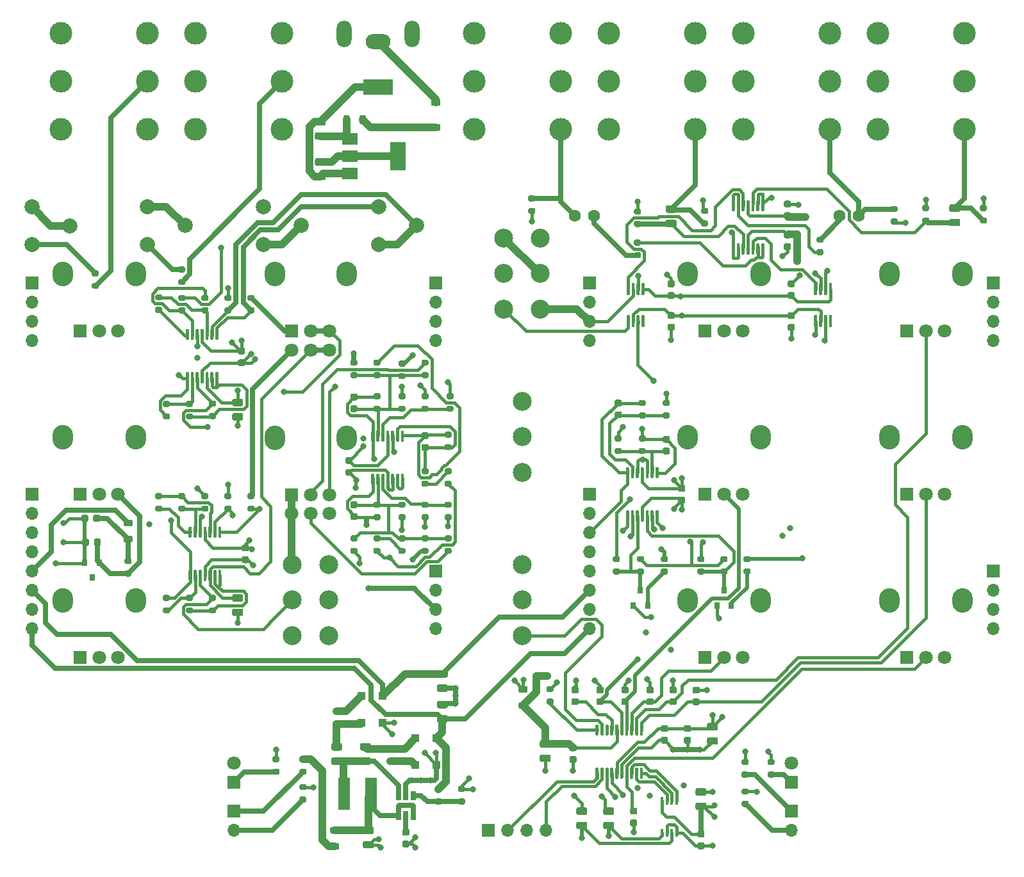
<source format=gbl>
G04 #@! TF.GenerationSoftware,KiCad,Pcbnew,5.1.10-88a1d61d58~90~ubuntu20.04.1*
G04 #@! TF.CreationDate,2021-08-08T15:21:02-04:00*
G04 #@! TF.ProjectId,stereo_whooshy_sound_main_pcb,73746572-656f-45f7-9768-6f6f7368795f,0*
G04 #@! TF.SameCoordinates,Original*
G04 #@! TF.FileFunction,Copper,L4,Bot*
G04 #@! TF.FilePolarity,Positive*
%FSLAX46Y46*%
G04 Gerber Fmt 4.6, Leading zero omitted, Abs format (unit mm)*
G04 Created by KiCad (PCBNEW 5.1.10-88a1d61d58~90~ubuntu20.04.1) date 2021-08-08 15:21:02*
%MOMM*%
%LPD*%
G01*
G04 APERTURE LIST*
G04 #@! TA.AperFunction,SMDPad,CuDef*
%ADD10R,0.800000X0.900000*%
G04 #@! TD*
G04 #@! TA.AperFunction,ComponentPad*
%ADD11C,3.000000*%
G04 #@! TD*
G04 #@! TA.AperFunction,ComponentPad*
%ADD12C,2.000000*%
G04 #@! TD*
G04 #@! TA.AperFunction,ComponentPad*
%ADD13O,2.000000X3.500000*%
G04 #@! TD*
G04 #@! TA.AperFunction,ComponentPad*
%ADD14O,3.300000X2.000000*%
G04 #@! TD*
G04 #@! TA.AperFunction,ComponentPad*
%ADD15R,4.000000X2.000000*%
G04 #@! TD*
G04 #@! TA.AperFunction,SMDPad,CuDef*
%ADD16R,0.400000X1.100000*%
G04 #@! TD*
G04 #@! TA.AperFunction,SMDPad,CuDef*
%ADD17R,0.650000X1.220000*%
G04 #@! TD*
G04 #@! TA.AperFunction,SMDPad,CuDef*
%ADD18R,2.000000X1.500000*%
G04 #@! TD*
G04 #@! TA.AperFunction,SMDPad,CuDef*
%ADD19R,2.000000X3.800000*%
G04 #@! TD*
G04 #@! TA.AperFunction,SMDPad,CuDef*
%ADD20R,1.500000X4.200000*%
G04 #@! TD*
G04 #@! TA.AperFunction,ComponentPad*
%ADD21O,1.700000X1.700000*%
G04 #@! TD*
G04 #@! TA.AperFunction,ComponentPad*
%ADD22R,1.700000X1.700000*%
G04 #@! TD*
G04 #@! TA.AperFunction,ComponentPad*
%ADD23C,1.800000*%
G04 #@! TD*
G04 #@! TA.AperFunction,ComponentPad*
%ADD24R,1.800000X1.800000*%
G04 #@! TD*
G04 #@! TA.AperFunction,SMDPad,CuDef*
%ADD25R,1.100000X1.100000*%
G04 #@! TD*
G04 #@! TA.AperFunction,SMDPad,CuDef*
%ADD26R,1.200000X0.900000*%
G04 #@! TD*
G04 #@! TA.AperFunction,ComponentPad*
%ADD27C,1.600000*%
G04 #@! TD*
G04 #@! TA.AperFunction,ComponentPad*
%ADD28O,2.720000X3.240000*%
G04 #@! TD*
G04 #@! TA.AperFunction,ComponentPad*
%ADD29C,2.500000*%
G04 #@! TD*
G04 #@! TA.AperFunction,ViaPad*
%ADD30C,0.800000*%
G04 #@! TD*
G04 #@! TA.AperFunction,Conductor*
%ADD31C,0.400000*%
G04 #@! TD*
G04 #@! TA.AperFunction,Conductor*
%ADD32C,1.000000*%
G04 #@! TD*
G04 #@! TA.AperFunction,Conductor*
%ADD33C,0.700000*%
G04 #@! TD*
G04 #@! TA.AperFunction,Conductor*
%ADD34C,0.500000*%
G04 #@! TD*
G04 APERTURE END LIST*
D10*
X87376000Y-78756000D03*
X86426000Y-80756000D03*
X88326000Y-80756000D03*
G04 #@! TA.AperFunction,SMDPad,CuDef*
G36*
G01*
X84476000Y-75013000D02*
X83926000Y-75013000D01*
G75*
G02*
X83726000Y-74813000I0J200000D01*
G01*
X83726000Y-74413000D01*
G75*
G02*
X83926000Y-74213000I200000J0D01*
G01*
X84476000Y-74213000D01*
G75*
G02*
X84676000Y-74413000I0J-200000D01*
G01*
X84676000Y-74813000D01*
G75*
G02*
X84476000Y-75013000I-200000J0D01*
G01*
G37*
G04 #@! TD.AperFunction*
G04 #@! TA.AperFunction,SMDPad,CuDef*
G36*
G01*
X84476000Y-76663000D02*
X83926000Y-76663000D01*
G75*
G02*
X83726000Y-76463000I0J200000D01*
G01*
X83726000Y-76063000D01*
G75*
G02*
X83926000Y-75863000I200000J0D01*
G01*
X84476000Y-75863000D01*
G75*
G02*
X84676000Y-76063000I0J-200000D01*
G01*
X84676000Y-76463000D01*
G75*
G02*
X84476000Y-76663000I-200000J0D01*
G01*
G37*
G04 #@! TD.AperFunction*
G04 #@! TA.AperFunction,SMDPad,CuDef*
G36*
G01*
X90826000Y-75013000D02*
X90276000Y-75013000D01*
G75*
G02*
X90076000Y-74813000I0J200000D01*
G01*
X90076000Y-74413000D01*
G75*
G02*
X90276000Y-74213000I200000J0D01*
G01*
X90826000Y-74213000D01*
G75*
G02*
X91026000Y-74413000I0J-200000D01*
G01*
X91026000Y-74813000D01*
G75*
G02*
X90826000Y-75013000I-200000J0D01*
G01*
G37*
G04 #@! TD.AperFunction*
G04 #@! TA.AperFunction,SMDPad,CuDef*
G36*
G01*
X90826000Y-76663000D02*
X90276000Y-76663000D01*
G75*
G02*
X90076000Y-76463000I0J200000D01*
G01*
X90076000Y-76063000D01*
G75*
G02*
X90276000Y-75863000I200000J0D01*
G01*
X90826000Y-75863000D01*
G75*
G02*
X91026000Y-76063000I0J-200000D01*
G01*
X91026000Y-76463000D01*
G75*
G02*
X90826000Y-76663000I-200000J0D01*
G01*
G37*
G04 #@! TD.AperFunction*
G04 #@! TA.AperFunction,SMDPad,CuDef*
G36*
G01*
X87651000Y-75013000D02*
X87101000Y-75013000D01*
G75*
G02*
X86901000Y-74813000I0J200000D01*
G01*
X86901000Y-74413000D01*
G75*
G02*
X87101000Y-74213000I200000J0D01*
G01*
X87651000Y-74213000D01*
G75*
G02*
X87851000Y-74413000I0J-200000D01*
G01*
X87851000Y-74813000D01*
G75*
G02*
X87651000Y-75013000I-200000J0D01*
G01*
G37*
G04 #@! TD.AperFunction*
G04 #@! TA.AperFunction,SMDPad,CuDef*
G36*
G01*
X87651000Y-76663000D02*
X87101000Y-76663000D01*
G75*
G02*
X86901000Y-76463000I0J200000D01*
G01*
X86901000Y-76063000D01*
G75*
G02*
X87101000Y-75863000I200000J0D01*
G01*
X87651000Y-75863000D01*
G75*
G02*
X87851000Y-76063000I0J-200000D01*
G01*
X87851000Y-76463000D01*
G75*
G02*
X87651000Y-76663000I-200000J0D01*
G01*
G37*
G04 #@! TD.AperFunction*
G04 #@! TA.AperFunction,SMDPad,CuDef*
G36*
G01*
X101748000Y-75013000D02*
X101198000Y-75013000D01*
G75*
G02*
X100998000Y-74813000I0J200000D01*
G01*
X100998000Y-74413000D01*
G75*
G02*
X101198000Y-74213000I200000J0D01*
G01*
X101748000Y-74213000D01*
G75*
G02*
X101948000Y-74413000I0J-200000D01*
G01*
X101948000Y-74813000D01*
G75*
G02*
X101748000Y-75013000I-200000J0D01*
G01*
G37*
G04 #@! TD.AperFunction*
G04 #@! TA.AperFunction,SMDPad,CuDef*
G36*
G01*
X101748000Y-76663000D02*
X101198000Y-76663000D01*
G75*
G02*
X100998000Y-76463000I0J200000D01*
G01*
X100998000Y-76063000D01*
G75*
G02*
X101198000Y-75863000I200000J0D01*
G01*
X101748000Y-75863000D01*
G75*
G02*
X101948000Y-76063000I0J-200000D01*
G01*
X101948000Y-76463000D01*
G75*
G02*
X101748000Y-76663000I-200000J0D01*
G01*
G37*
G04 #@! TD.AperFunction*
G04 #@! TA.AperFunction,SMDPad,CuDef*
G36*
G01*
X95652000Y-75013000D02*
X95102000Y-75013000D01*
G75*
G02*
X94902000Y-74813000I0J200000D01*
G01*
X94902000Y-74413000D01*
G75*
G02*
X95102000Y-74213000I200000J0D01*
G01*
X95652000Y-74213000D01*
G75*
G02*
X95852000Y-74413000I0J-200000D01*
G01*
X95852000Y-74813000D01*
G75*
G02*
X95652000Y-75013000I-200000J0D01*
G01*
G37*
G04 #@! TD.AperFunction*
G04 #@! TA.AperFunction,SMDPad,CuDef*
G36*
G01*
X95652000Y-76663000D02*
X95102000Y-76663000D01*
G75*
G02*
X94902000Y-76463000I0J200000D01*
G01*
X94902000Y-76063000D01*
G75*
G02*
X95102000Y-75863000I200000J0D01*
G01*
X95652000Y-75863000D01*
G75*
G02*
X95852000Y-76063000I0J-200000D01*
G01*
X95852000Y-76463000D01*
G75*
G02*
X95652000Y-76663000I-200000J0D01*
G01*
G37*
G04 #@! TD.AperFunction*
G04 #@! TA.AperFunction,SMDPad,CuDef*
G36*
G01*
X98700000Y-75013000D02*
X98150000Y-75013000D01*
G75*
G02*
X97950000Y-74813000I0J200000D01*
G01*
X97950000Y-74413000D01*
G75*
G02*
X98150000Y-74213000I200000J0D01*
G01*
X98700000Y-74213000D01*
G75*
G02*
X98900000Y-74413000I0J-200000D01*
G01*
X98900000Y-74813000D01*
G75*
G02*
X98700000Y-75013000I-200000J0D01*
G01*
G37*
G04 #@! TD.AperFunction*
G04 #@! TA.AperFunction,SMDPad,CuDef*
G36*
G01*
X98700000Y-76663000D02*
X98150000Y-76663000D01*
G75*
G02*
X97950000Y-76463000I0J200000D01*
G01*
X97950000Y-76063000D01*
G75*
G02*
X98150000Y-75863000I200000J0D01*
G01*
X98700000Y-75863000D01*
G75*
G02*
X98900000Y-76063000I0J-200000D01*
G01*
X98900000Y-76463000D01*
G75*
G02*
X98700000Y-76663000I-200000J0D01*
G01*
G37*
G04 #@! TD.AperFunction*
G04 #@! TA.AperFunction,SMDPad,CuDef*
G36*
G01*
X110431000Y-42321000D02*
X110631000Y-42321000D01*
G75*
G02*
X110731000Y-42421000I0J-100000D01*
G01*
X110731000Y-43846000D01*
G75*
G02*
X110631000Y-43946000I-100000J0D01*
G01*
X110431000Y-43946000D01*
G75*
G02*
X110331000Y-43846000I0J100000D01*
G01*
X110331000Y-42421000D01*
G75*
G02*
X110431000Y-42321000I100000J0D01*
G01*
G37*
G04 #@! TD.AperFunction*
G04 #@! TA.AperFunction,SMDPad,CuDef*
G36*
G01*
X111081000Y-42321000D02*
X111281000Y-42321000D01*
G75*
G02*
X111381000Y-42421000I0J-100000D01*
G01*
X111381000Y-43846000D01*
G75*
G02*
X111281000Y-43946000I-100000J0D01*
G01*
X111081000Y-43946000D01*
G75*
G02*
X110981000Y-43846000I0J100000D01*
G01*
X110981000Y-42421000D01*
G75*
G02*
X111081000Y-42321000I100000J0D01*
G01*
G37*
G04 #@! TD.AperFunction*
G04 #@! TA.AperFunction,SMDPad,CuDef*
G36*
G01*
X111731000Y-42321000D02*
X111931000Y-42321000D01*
G75*
G02*
X112031000Y-42421000I0J-100000D01*
G01*
X112031000Y-43846000D01*
G75*
G02*
X111931000Y-43946000I-100000J0D01*
G01*
X111731000Y-43946000D01*
G75*
G02*
X111631000Y-43846000I0J100000D01*
G01*
X111631000Y-42421000D01*
G75*
G02*
X111731000Y-42321000I100000J0D01*
G01*
G37*
G04 #@! TD.AperFunction*
G04 #@! TA.AperFunction,SMDPad,CuDef*
G36*
G01*
X112381000Y-42321000D02*
X112581000Y-42321000D01*
G75*
G02*
X112681000Y-42421000I0J-100000D01*
G01*
X112681000Y-43846000D01*
G75*
G02*
X112581000Y-43946000I-100000J0D01*
G01*
X112381000Y-43946000D01*
G75*
G02*
X112281000Y-43846000I0J100000D01*
G01*
X112281000Y-42421000D01*
G75*
G02*
X112381000Y-42321000I100000J0D01*
G01*
G37*
G04 #@! TD.AperFunction*
G04 #@! TA.AperFunction,SMDPad,CuDef*
G36*
G01*
X112381000Y-38096000D02*
X112581000Y-38096000D01*
G75*
G02*
X112681000Y-38196000I0J-100000D01*
G01*
X112681000Y-39621000D01*
G75*
G02*
X112581000Y-39721000I-100000J0D01*
G01*
X112381000Y-39721000D01*
G75*
G02*
X112281000Y-39621000I0J100000D01*
G01*
X112281000Y-38196000D01*
G75*
G02*
X112381000Y-38096000I100000J0D01*
G01*
G37*
G04 #@! TD.AperFunction*
G04 #@! TA.AperFunction,SMDPad,CuDef*
G36*
G01*
X111731000Y-38096000D02*
X111931000Y-38096000D01*
G75*
G02*
X112031000Y-38196000I0J-100000D01*
G01*
X112031000Y-39621000D01*
G75*
G02*
X111931000Y-39721000I-100000J0D01*
G01*
X111731000Y-39721000D01*
G75*
G02*
X111631000Y-39621000I0J100000D01*
G01*
X111631000Y-38196000D01*
G75*
G02*
X111731000Y-38096000I100000J0D01*
G01*
G37*
G04 #@! TD.AperFunction*
G04 #@! TA.AperFunction,SMDPad,CuDef*
G36*
G01*
X111081000Y-38096000D02*
X111281000Y-38096000D01*
G75*
G02*
X111381000Y-38196000I0J-100000D01*
G01*
X111381000Y-39621000D01*
G75*
G02*
X111281000Y-39721000I-100000J0D01*
G01*
X111081000Y-39721000D01*
G75*
G02*
X110981000Y-39621000I0J100000D01*
G01*
X110981000Y-38196000D01*
G75*
G02*
X111081000Y-38096000I100000J0D01*
G01*
G37*
G04 #@! TD.AperFunction*
G04 #@! TA.AperFunction,SMDPad,CuDef*
G36*
G01*
X110431000Y-38096000D02*
X110631000Y-38096000D01*
G75*
G02*
X110731000Y-38196000I0J-100000D01*
G01*
X110731000Y-39621000D01*
G75*
G02*
X110631000Y-39721000I-100000J0D01*
G01*
X110431000Y-39721000D01*
G75*
G02*
X110331000Y-39621000I0J100000D01*
G01*
X110331000Y-38196000D01*
G75*
G02*
X110431000Y-38096000I100000J0D01*
G01*
G37*
G04 #@! TD.AperFunction*
G04 #@! TA.AperFunction,SMDPad,CuDef*
G36*
G01*
X85666000Y-38096000D02*
X85866000Y-38096000D01*
G75*
G02*
X85966000Y-38196000I0J-100000D01*
G01*
X85966000Y-39621000D01*
G75*
G02*
X85866000Y-39721000I-100000J0D01*
G01*
X85666000Y-39721000D01*
G75*
G02*
X85566000Y-39621000I0J100000D01*
G01*
X85566000Y-38196000D01*
G75*
G02*
X85666000Y-38096000I100000J0D01*
G01*
G37*
G04 #@! TD.AperFunction*
G04 #@! TA.AperFunction,SMDPad,CuDef*
G36*
G01*
X86316000Y-38096000D02*
X86516000Y-38096000D01*
G75*
G02*
X86616000Y-38196000I0J-100000D01*
G01*
X86616000Y-39621000D01*
G75*
G02*
X86516000Y-39721000I-100000J0D01*
G01*
X86316000Y-39721000D01*
G75*
G02*
X86216000Y-39621000I0J100000D01*
G01*
X86216000Y-38196000D01*
G75*
G02*
X86316000Y-38096000I100000J0D01*
G01*
G37*
G04 #@! TD.AperFunction*
G04 #@! TA.AperFunction,SMDPad,CuDef*
G36*
G01*
X86966000Y-38096000D02*
X87166000Y-38096000D01*
G75*
G02*
X87266000Y-38196000I0J-100000D01*
G01*
X87266000Y-39621000D01*
G75*
G02*
X87166000Y-39721000I-100000J0D01*
G01*
X86966000Y-39721000D01*
G75*
G02*
X86866000Y-39621000I0J100000D01*
G01*
X86866000Y-38196000D01*
G75*
G02*
X86966000Y-38096000I100000J0D01*
G01*
G37*
G04 #@! TD.AperFunction*
G04 #@! TA.AperFunction,SMDPad,CuDef*
G36*
G01*
X87616000Y-38096000D02*
X87816000Y-38096000D01*
G75*
G02*
X87916000Y-38196000I0J-100000D01*
G01*
X87916000Y-39621000D01*
G75*
G02*
X87816000Y-39721000I-100000J0D01*
G01*
X87616000Y-39721000D01*
G75*
G02*
X87516000Y-39621000I0J100000D01*
G01*
X87516000Y-38196000D01*
G75*
G02*
X87616000Y-38096000I100000J0D01*
G01*
G37*
G04 #@! TD.AperFunction*
G04 #@! TA.AperFunction,SMDPad,CuDef*
G36*
G01*
X87616000Y-42321000D02*
X87816000Y-42321000D01*
G75*
G02*
X87916000Y-42421000I0J-100000D01*
G01*
X87916000Y-43846000D01*
G75*
G02*
X87816000Y-43946000I-100000J0D01*
G01*
X87616000Y-43946000D01*
G75*
G02*
X87516000Y-43846000I0J100000D01*
G01*
X87516000Y-42421000D01*
G75*
G02*
X87616000Y-42321000I100000J0D01*
G01*
G37*
G04 #@! TD.AperFunction*
G04 #@! TA.AperFunction,SMDPad,CuDef*
G36*
G01*
X86966000Y-42321000D02*
X87166000Y-42321000D01*
G75*
G02*
X87266000Y-42421000I0J-100000D01*
G01*
X87266000Y-43846000D01*
G75*
G02*
X87166000Y-43946000I-100000J0D01*
G01*
X86966000Y-43946000D01*
G75*
G02*
X86866000Y-43846000I0J100000D01*
G01*
X86866000Y-42421000D01*
G75*
G02*
X86966000Y-42321000I100000J0D01*
G01*
G37*
G04 #@! TD.AperFunction*
G04 #@! TA.AperFunction,SMDPad,CuDef*
G36*
G01*
X86316000Y-42321000D02*
X86516000Y-42321000D01*
G75*
G02*
X86616000Y-42421000I0J-100000D01*
G01*
X86616000Y-43846000D01*
G75*
G02*
X86516000Y-43946000I-100000J0D01*
G01*
X86316000Y-43946000D01*
G75*
G02*
X86216000Y-43846000I0J100000D01*
G01*
X86216000Y-42421000D01*
G75*
G02*
X86316000Y-42321000I100000J0D01*
G01*
G37*
G04 #@! TD.AperFunction*
G04 #@! TA.AperFunction,SMDPad,CuDef*
G36*
G01*
X85666000Y-42321000D02*
X85866000Y-42321000D01*
G75*
G02*
X85966000Y-42421000I0J-100000D01*
G01*
X85966000Y-43846000D01*
G75*
G02*
X85866000Y-43946000I-100000J0D01*
G01*
X85666000Y-43946000D01*
G75*
G02*
X85566000Y-43846000I0J100000D01*
G01*
X85566000Y-42421000D01*
G75*
G02*
X85666000Y-42321000I100000J0D01*
G01*
G37*
G04 #@! TD.AperFunction*
G04 #@! TA.AperFunction,SMDPad,CuDef*
G36*
G01*
X85580000Y-68165000D02*
X85780000Y-68165000D01*
G75*
G02*
X85880000Y-68265000I0J-100000D01*
G01*
X85880000Y-69540000D01*
G75*
G02*
X85780000Y-69640000I-100000J0D01*
G01*
X85580000Y-69640000D01*
G75*
G02*
X85480000Y-69540000I0J100000D01*
G01*
X85480000Y-68265000D01*
G75*
G02*
X85580000Y-68165000I100000J0D01*
G01*
G37*
G04 #@! TD.AperFunction*
G04 #@! TA.AperFunction,SMDPad,CuDef*
G36*
G01*
X86230000Y-68165000D02*
X86430000Y-68165000D01*
G75*
G02*
X86530000Y-68265000I0J-100000D01*
G01*
X86530000Y-69540000D01*
G75*
G02*
X86430000Y-69640000I-100000J0D01*
G01*
X86230000Y-69640000D01*
G75*
G02*
X86130000Y-69540000I0J100000D01*
G01*
X86130000Y-68265000D01*
G75*
G02*
X86230000Y-68165000I100000J0D01*
G01*
G37*
G04 #@! TD.AperFunction*
G04 #@! TA.AperFunction,SMDPad,CuDef*
G36*
G01*
X86880000Y-68165000D02*
X87080000Y-68165000D01*
G75*
G02*
X87180000Y-68265000I0J-100000D01*
G01*
X87180000Y-69540000D01*
G75*
G02*
X87080000Y-69640000I-100000J0D01*
G01*
X86880000Y-69640000D01*
G75*
G02*
X86780000Y-69540000I0J100000D01*
G01*
X86780000Y-68265000D01*
G75*
G02*
X86880000Y-68165000I100000J0D01*
G01*
G37*
G04 #@! TD.AperFunction*
G04 #@! TA.AperFunction,SMDPad,CuDef*
G36*
G01*
X87530000Y-68165000D02*
X87730000Y-68165000D01*
G75*
G02*
X87830000Y-68265000I0J-100000D01*
G01*
X87830000Y-69540000D01*
G75*
G02*
X87730000Y-69640000I-100000J0D01*
G01*
X87530000Y-69640000D01*
G75*
G02*
X87430000Y-69540000I0J100000D01*
G01*
X87430000Y-68265000D01*
G75*
G02*
X87530000Y-68165000I100000J0D01*
G01*
G37*
G04 #@! TD.AperFunction*
G04 #@! TA.AperFunction,SMDPad,CuDef*
G36*
G01*
X88180000Y-68165000D02*
X88380000Y-68165000D01*
G75*
G02*
X88480000Y-68265000I0J-100000D01*
G01*
X88480000Y-69540000D01*
G75*
G02*
X88380000Y-69640000I-100000J0D01*
G01*
X88180000Y-69640000D01*
G75*
G02*
X88080000Y-69540000I0J100000D01*
G01*
X88080000Y-68265000D01*
G75*
G02*
X88180000Y-68165000I100000J0D01*
G01*
G37*
G04 #@! TD.AperFunction*
G04 #@! TA.AperFunction,SMDPad,CuDef*
G36*
G01*
X88830000Y-68165000D02*
X89030000Y-68165000D01*
G75*
G02*
X89130000Y-68265000I0J-100000D01*
G01*
X89130000Y-69540000D01*
G75*
G02*
X89030000Y-69640000I-100000J0D01*
G01*
X88830000Y-69640000D01*
G75*
G02*
X88730000Y-69540000I0J100000D01*
G01*
X88730000Y-68265000D01*
G75*
G02*
X88830000Y-68165000I100000J0D01*
G01*
G37*
G04 #@! TD.AperFunction*
G04 #@! TA.AperFunction,SMDPad,CuDef*
G36*
G01*
X89480000Y-68165000D02*
X89680000Y-68165000D01*
G75*
G02*
X89780000Y-68265000I0J-100000D01*
G01*
X89780000Y-69540000D01*
G75*
G02*
X89680000Y-69640000I-100000J0D01*
G01*
X89480000Y-69640000D01*
G75*
G02*
X89380000Y-69540000I0J100000D01*
G01*
X89380000Y-68265000D01*
G75*
G02*
X89480000Y-68165000I100000J0D01*
G01*
G37*
G04 #@! TD.AperFunction*
G04 #@! TA.AperFunction,SMDPad,CuDef*
G36*
G01*
X89480000Y-62440000D02*
X89680000Y-62440000D01*
G75*
G02*
X89780000Y-62540000I0J-100000D01*
G01*
X89780000Y-63815000D01*
G75*
G02*
X89680000Y-63915000I-100000J0D01*
G01*
X89480000Y-63915000D01*
G75*
G02*
X89380000Y-63815000I0J100000D01*
G01*
X89380000Y-62540000D01*
G75*
G02*
X89480000Y-62440000I100000J0D01*
G01*
G37*
G04 #@! TD.AperFunction*
G04 #@! TA.AperFunction,SMDPad,CuDef*
G36*
G01*
X88830000Y-62440000D02*
X89030000Y-62440000D01*
G75*
G02*
X89130000Y-62540000I0J-100000D01*
G01*
X89130000Y-63815000D01*
G75*
G02*
X89030000Y-63915000I-100000J0D01*
G01*
X88830000Y-63915000D01*
G75*
G02*
X88730000Y-63815000I0J100000D01*
G01*
X88730000Y-62540000D01*
G75*
G02*
X88830000Y-62440000I100000J0D01*
G01*
G37*
G04 #@! TD.AperFunction*
G04 #@! TA.AperFunction,SMDPad,CuDef*
G36*
G01*
X88180000Y-62440000D02*
X88380000Y-62440000D01*
G75*
G02*
X88480000Y-62540000I0J-100000D01*
G01*
X88480000Y-63815000D01*
G75*
G02*
X88380000Y-63915000I-100000J0D01*
G01*
X88180000Y-63915000D01*
G75*
G02*
X88080000Y-63815000I0J100000D01*
G01*
X88080000Y-62540000D01*
G75*
G02*
X88180000Y-62440000I100000J0D01*
G01*
G37*
G04 #@! TD.AperFunction*
G04 #@! TA.AperFunction,SMDPad,CuDef*
G36*
G01*
X87530000Y-62440000D02*
X87730000Y-62440000D01*
G75*
G02*
X87830000Y-62540000I0J-100000D01*
G01*
X87830000Y-63815000D01*
G75*
G02*
X87730000Y-63915000I-100000J0D01*
G01*
X87530000Y-63915000D01*
G75*
G02*
X87430000Y-63815000I0J100000D01*
G01*
X87430000Y-62540000D01*
G75*
G02*
X87530000Y-62440000I100000J0D01*
G01*
G37*
G04 #@! TD.AperFunction*
G04 #@! TA.AperFunction,SMDPad,CuDef*
G36*
G01*
X86880000Y-62440000D02*
X87080000Y-62440000D01*
G75*
G02*
X87180000Y-62540000I0J-100000D01*
G01*
X87180000Y-63815000D01*
G75*
G02*
X87080000Y-63915000I-100000J0D01*
G01*
X86880000Y-63915000D01*
G75*
G02*
X86780000Y-63815000I0J100000D01*
G01*
X86780000Y-62540000D01*
G75*
G02*
X86880000Y-62440000I100000J0D01*
G01*
G37*
G04 #@! TD.AperFunction*
G04 #@! TA.AperFunction,SMDPad,CuDef*
G36*
G01*
X86230000Y-62440000D02*
X86430000Y-62440000D01*
G75*
G02*
X86530000Y-62540000I0J-100000D01*
G01*
X86530000Y-63815000D01*
G75*
G02*
X86430000Y-63915000I-100000J0D01*
G01*
X86230000Y-63915000D01*
G75*
G02*
X86130000Y-63815000I0J100000D01*
G01*
X86130000Y-62540000D01*
G75*
G02*
X86230000Y-62440000I100000J0D01*
G01*
G37*
G04 #@! TD.AperFunction*
G04 #@! TA.AperFunction,SMDPad,CuDef*
G36*
G01*
X85580000Y-62440000D02*
X85780000Y-62440000D01*
G75*
G02*
X85880000Y-62540000I0J-100000D01*
G01*
X85880000Y-63815000D01*
G75*
G02*
X85780000Y-63915000I-100000J0D01*
G01*
X85580000Y-63915000D01*
G75*
G02*
X85480000Y-63815000I0J100000D01*
G01*
X85480000Y-62540000D01*
G75*
G02*
X85580000Y-62440000I100000J0D01*
G01*
G37*
G04 #@! TD.AperFunction*
G04 #@! TA.AperFunction,SMDPad,CuDef*
G36*
G01*
X51925000Y-63339000D02*
X52125000Y-63339000D01*
G75*
G02*
X52225000Y-63439000I0J-100000D01*
G01*
X52225000Y-64714000D01*
G75*
G02*
X52125000Y-64814000I-100000J0D01*
G01*
X51925000Y-64814000D01*
G75*
G02*
X51825000Y-64714000I0J100000D01*
G01*
X51825000Y-63439000D01*
G75*
G02*
X51925000Y-63339000I100000J0D01*
G01*
G37*
G04 #@! TD.AperFunction*
G04 #@! TA.AperFunction,SMDPad,CuDef*
G36*
G01*
X52575000Y-63339000D02*
X52775000Y-63339000D01*
G75*
G02*
X52875000Y-63439000I0J-100000D01*
G01*
X52875000Y-64714000D01*
G75*
G02*
X52775000Y-64814000I-100000J0D01*
G01*
X52575000Y-64814000D01*
G75*
G02*
X52475000Y-64714000I0J100000D01*
G01*
X52475000Y-63439000D01*
G75*
G02*
X52575000Y-63339000I100000J0D01*
G01*
G37*
G04 #@! TD.AperFunction*
G04 #@! TA.AperFunction,SMDPad,CuDef*
G36*
G01*
X53225000Y-63339000D02*
X53425000Y-63339000D01*
G75*
G02*
X53525000Y-63439000I0J-100000D01*
G01*
X53525000Y-64714000D01*
G75*
G02*
X53425000Y-64814000I-100000J0D01*
G01*
X53225000Y-64814000D01*
G75*
G02*
X53125000Y-64714000I0J100000D01*
G01*
X53125000Y-63439000D01*
G75*
G02*
X53225000Y-63339000I100000J0D01*
G01*
G37*
G04 #@! TD.AperFunction*
G04 #@! TA.AperFunction,SMDPad,CuDef*
G36*
G01*
X53875000Y-63339000D02*
X54075000Y-63339000D01*
G75*
G02*
X54175000Y-63439000I0J-100000D01*
G01*
X54175000Y-64714000D01*
G75*
G02*
X54075000Y-64814000I-100000J0D01*
G01*
X53875000Y-64814000D01*
G75*
G02*
X53775000Y-64714000I0J100000D01*
G01*
X53775000Y-63439000D01*
G75*
G02*
X53875000Y-63339000I100000J0D01*
G01*
G37*
G04 #@! TD.AperFunction*
G04 #@! TA.AperFunction,SMDPad,CuDef*
G36*
G01*
X54525000Y-63339000D02*
X54725000Y-63339000D01*
G75*
G02*
X54825000Y-63439000I0J-100000D01*
G01*
X54825000Y-64714000D01*
G75*
G02*
X54725000Y-64814000I-100000J0D01*
G01*
X54525000Y-64814000D01*
G75*
G02*
X54425000Y-64714000I0J100000D01*
G01*
X54425000Y-63439000D01*
G75*
G02*
X54525000Y-63339000I100000J0D01*
G01*
G37*
G04 #@! TD.AperFunction*
G04 #@! TA.AperFunction,SMDPad,CuDef*
G36*
G01*
X55175000Y-63339000D02*
X55375000Y-63339000D01*
G75*
G02*
X55475000Y-63439000I0J-100000D01*
G01*
X55475000Y-64714000D01*
G75*
G02*
X55375000Y-64814000I-100000J0D01*
G01*
X55175000Y-64814000D01*
G75*
G02*
X55075000Y-64714000I0J100000D01*
G01*
X55075000Y-63439000D01*
G75*
G02*
X55175000Y-63339000I100000J0D01*
G01*
G37*
G04 #@! TD.AperFunction*
G04 #@! TA.AperFunction,SMDPad,CuDef*
G36*
G01*
X55825000Y-63339000D02*
X56025000Y-63339000D01*
G75*
G02*
X56125000Y-63439000I0J-100000D01*
G01*
X56125000Y-64714000D01*
G75*
G02*
X56025000Y-64814000I-100000J0D01*
G01*
X55825000Y-64814000D01*
G75*
G02*
X55725000Y-64714000I0J100000D01*
G01*
X55725000Y-63439000D01*
G75*
G02*
X55825000Y-63339000I100000J0D01*
G01*
G37*
G04 #@! TD.AperFunction*
G04 #@! TA.AperFunction,SMDPad,CuDef*
G36*
G01*
X55825000Y-57614000D02*
X56025000Y-57614000D01*
G75*
G02*
X56125000Y-57714000I0J-100000D01*
G01*
X56125000Y-58989000D01*
G75*
G02*
X56025000Y-59089000I-100000J0D01*
G01*
X55825000Y-59089000D01*
G75*
G02*
X55725000Y-58989000I0J100000D01*
G01*
X55725000Y-57714000D01*
G75*
G02*
X55825000Y-57614000I100000J0D01*
G01*
G37*
G04 #@! TD.AperFunction*
G04 #@! TA.AperFunction,SMDPad,CuDef*
G36*
G01*
X55175000Y-57614000D02*
X55375000Y-57614000D01*
G75*
G02*
X55475000Y-57714000I0J-100000D01*
G01*
X55475000Y-58989000D01*
G75*
G02*
X55375000Y-59089000I-100000J0D01*
G01*
X55175000Y-59089000D01*
G75*
G02*
X55075000Y-58989000I0J100000D01*
G01*
X55075000Y-57714000D01*
G75*
G02*
X55175000Y-57614000I100000J0D01*
G01*
G37*
G04 #@! TD.AperFunction*
G04 #@! TA.AperFunction,SMDPad,CuDef*
G36*
G01*
X54525000Y-57614000D02*
X54725000Y-57614000D01*
G75*
G02*
X54825000Y-57714000I0J-100000D01*
G01*
X54825000Y-58989000D01*
G75*
G02*
X54725000Y-59089000I-100000J0D01*
G01*
X54525000Y-59089000D01*
G75*
G02*
X54425000Y-58989000I0J100000D01*
G01*
X54425000Y-57714000D01*
G75*
G02*
X54525000Y-57614000I100000J0D01*
G01*
G37*
G04 #@! TD.AperFunction*
G04 #@! TA.AperFunction,SMDPad,CuDef*
G36*
G01*
X53875000Y-57614000D02*
X54075000Y-57614000D01*
G75*
G02*
X54175000Y-57714000I0J-100000D01*
G01*
X54175000Y-58989000D01*
G75*
G02*
X54075000Y-59089000I-100000J0D01*
G01*
X53875000Y-59089000D01*
G75*
G02*
X53775000Y-58989000I0J100000D01*
G01*
X53775000Y-57714000D01*
G75*
G02*
X53875000Y-57614000I100000J0D01*
G01*
G37*
G04 #@! TD.AperFunction*
G04 #@! TA.AperFunction,SMDPad,CuDef*
G36*
G01*
X53225000Y-57614000D02*
X53425000Y-57614000D01*
G75*
G02*
X53525000Y-57714000I0J-100000D01*
G01*
X53525000Y-58989000D01*
G75*
G02*
X53425000Y-59089000I-100000J0D01*
G01*
X53225000Y-59089000D01*
G75*
G02*
X53125000Y-58989000I0J100000D01*
G01*
X53125000Y-57714000D01*
G75*
G02*
X53225000Y-57614000I100000J0D01*
G01*
G37*
G04 #@! TD.AperFunction*
G04 #@! TA.AperFunction,SMDPad,CuDef*
G36*
G01*
X52575000Y-57614000D02*
X52775000Y-57614000D01*
G75*
G02*
X52875000Y-57714000I0J-100000D01*
G01*
X52875000Y-58989000D01*
G75*
G02*
X52775000Y-59089000I-100000J0D01*
G01*
X52575000Y-59089000D01*
G75*
G02*
X52475000Y-58989000I0J100000D01*
G01*
X52475000Y-57714000D01*
G75*
G02*
X52575000Y-57614000I100000J0D01*
G01*
G37*
G04 #@! TD.AperFunction*
G04 #@! TA.AperFunction,SMDPad,CuDef*
G36*
G01*
X51925000Y-57614000D02*
X52125000Y-57614000D01*
G75*
G02*
X52225000Y-57714000I0J-100000D01*
G01*
X52225000Y-58989000D01*
G75*
G02*
X52125000Y-59089000I-100000J0D01*
G01*
X51925000Y-59089000D01*
G75*
G02*
X51825000Y-58989000I0J100000D01*
G01*
X51825000Y-57714000D01*
G75*
G02*
X51925000Y-57614000I100000J0D01*
G01*
G37*
G04 #@! TD.AperFunction*
G04 #@! TA.AperFunction,SMDPad,CuDef*
G36*
G01*
X27795000Y-76039000D02*
X27995000Y-76039000D01*
G75*
G02*
X28095000Y-76139000I0J-100000D01*
G01*
X28095000Y-77414000D01*
G75*
G02*
X27995000Y-77514000I-100000J0D01*
G01*
X27795000Y-77514000D01*
G75*
G02*
X27695000Y-77414000I0J100000D01*
G01*
X27695000Y-76139000D01*
G75*
G02*
X27795000Y-76039000I100000J0D01*
G01*
G37*
G04 #@! TD.AperFunction*
G04 #@! TA.AperFunction,SMDPad,CuDef*
G36*
G01*
X28445000Y-76039000D02*
X28645000Y-76039000D01*
G75*
G02*
X28745000Y-76139000I0J-100000D01*
G01*
X28745000Y-77414000D01*
G75*
G02*
X28645000Y-77514000I-100000J0D01*
G01*
X28445000Y-77514000D01*
G75*
G02*
X28345000Y-77414000I0J100000D01*
G01*
X28345000Y-76139000D01*
G75*
G02*
X28445000Y-76039000I100000J0D01*
G01*
G37*
G04 #@! TD.AperFunction*
G04 #@! TA.AperFunction,SMDPad,CuDef*
G36*
G01*
X29095000Y-76039000D02*
X29295000Y-76039000D01*
G75*
G02*
X29395000Y-76139000I0J-100000D01*
G01*
X29395000Y-77414000D01*
G75*
G02*
X29295000Y-77514000I-100000J0D01*
G01*
X29095000Y-77514000D01*
G75*
G02*
X28995000Y-77414000I0J100000D01*
G01*
X28995000Y-76139000D01*
G75*
G02*
X29095000Y-76039000I100000J0D01*
G01*
G37*
G04 #@! TD.AperFunction*
G04 #@! TA.AperFunction,SMDPad,CuDef*
G36*
G01*
X29745000Y-76039000D02*
X29945000Y-76039000D01*
G75*
G02*
X30045000Y-76139000I0J-100000D01*
G01*
X30045000Y-77414000D01*
G75*
G02*
X29945000Y-77514000I-100000J0D01*
G01*
X29745000Y-77514000D01*
G75*
G02*
X29645000Y-77414000I0J100000D01*
G01*
X29645000Y-76139000D01*
G75*
G02*
X29745000Y-76039000I100000J0D01*
G01*
G37*
G04 #@! TD.AperFunction*
G04 #@! TA.AperFunction,SMDPad,CuDef*
G36*
G01*
X30395000Y-76039000D02*
X30595000Y-76039000D01*
G75*
G02*
X30695000Y-76139000I0J-100000D01*
G01*
X30695000Y-77414000D01*
G75*
G02*
X30595000Y-77514000I-100000J0D01*
G01*
X30395000Y-77514000D01*
G75*
G02*
X30295000Y-77414000I0J100000D01*
G01*
X30295000Y-76139000D01*
G75*
G02*
X30395000Y-76039000I100000J0D01*
G01*
G37*
G04 #@! TD.AperFunction*
G04 #@! TA.AperFunction,SMDPad,CuDef*
G36*
G01*
X31045000Y-76039000D02*
X31245000Y-76039000D01*
G75*
G02*
X31345000Y-76139000I0J-100000D01*
G01*
X31345000Y-77414000D01*
G75*
G02*
X31245000Y-77514000I-100000J0D01*
G01*
X31045000Y-77514000D01*
G75*
G02*
X30945000Y-77414000I0J100000D01*
G01*
X30945000Y-76139000D01*
G75*
G02*
X31045000Y-76039000I100000J0D01*
G01*
G37*
G04 #@! TD.AperFunction*
G04 #@! TA.AperFunction,SMDPad,CuDef*
G36*
G01*
X31695000Y-76039000D02*
X31895000Y-76039000D01*
G75*
G02*
X31995000Y-76139000I0J-100000D01*
G01*
X31995000Y-77414000D01*
G75*
G02*
X31895000Y-77514000I-100000J0D01*
G01*
X31695000Y-77514000D01*
G75*
G02*
X31595000Y-77414000I0J100000D01*
G01*
X31595000Y-76139000D01*
G75*
G02*
X31695000Y-76039000I100000J0D01*
G01*
G37*
G04 #@! TD.AperFunction*
G04 #@! TA.AperFunction,SMDPad,CuDef*
G36*
G01*
X31695000Y-70314000D02*
X31895000Y-70314000D01*
G75*
G02*
X31995000Y-70414000I0J-100000D01*
G01*
X31995000Y-71689000D01*
G75*
G02*
X31895000Y-71789000I-100000J0D01*
G01*
X31695000Y-71789000D01*
G75*
G02*
X31595000Y-71689000I0J100000D01*
G01*
X31595000Y-70414000D01*
G75*
G02*
X31695000Y-70314000I100000J0D01*
G01*
G37*
G04 #@! TD.AperFunction*
G04 #@! TA.AperFunction,SMDPad,CuDef*
G36*
G01*
X31045000Y-70314000D02*
X31245000Y-70314000D01*
G75*
G02*
X31345000Y-70414000I0J-100000D01*
G01*
X31345000Y-71689000D01*
G75*
G02*
X31245000Y-71789000I-100000J0D01*
G01*
X31045000Y-71789000D01*
G75*
G02*
X30945000Y-71689000I0J100000D01*
G01*
X30945000Y-70414000D01*
G75*
G02*
X31045000Y-70314000I100000J0D01*
G01*
G37*
G04 #@! TD.AperFunction*
G04 #@! TA.AperFunction,SMDPad,CuDef*
G36*
G01*
X30395000Y-70314000D02*
X30595000Y-70314000D01*
G75*
G02*
X30695000Y-70414000I0J-100000D01*
G01*
X30695000Y-71689000D01*
G75*
G02*
X30595000Y-71789000I-100000J0D01*
G01*
X30395000Y-71789000D01*
G75*
G02*
X30295000Y-71689000I0J100000D01*
G01*
X30295000Y-70414000D01*
G75*
G02*
X30395000Y-70314000I100000J0D01*
G01*
G37*
G04 #@! TD.AperFunction*
G04 #@! TA.AperFunction,SMDPad,CuDef*
G36*
G01*
X29745000Y-70314000D02*
X29945000Y-70314000D01*
G75*
G02*
X30045000Y-70414000I0J-100000D01*
G01*
X30045000Y-71689000D01*
G75*
G02*
X29945000Y-71789000I-100000J0D01*
G01*
X29745000Y-71789000D01*
G75*
G02*
X29645000Y-71689000I0J100000D01*
G01*
X29645000Y-70414000D01*
G75*
G02*
X29745000Y-70314000I100000J0D01*
G01*
G37*
G04 #@! TD.AperFunction*
G04 #@! TA.AperFunction,SMDPad,CuDef*
G36*
G01*
X29095000Y-70314000D02*
X29295000Y-70314000D01*
G75*
G02*
X29395000Y-70414000I0J-100000D01*
G01*
X29395000Y-71689000D01*
G75*
G02*
X29295000Y-71789000I-100000J0D01*
G01*
X29095000Y-71789000D01*
G75*
G02*
X28995000Y-71689000I0J100000D01*
G01*
X28995000Y-70414000D01*
G75*
G02*
X29095000Y-70314000I100000J0D01*
G01*
G37*
G04 #@! TD.AperFunction*
G04 #@! TA.AperFunction,SMDPad,CuDef*
G36*
G01*
X28445000Y-70314000D02*
X28645000Y-70314000D01*
G75*
G02*
X28745000Y-70414000I0J-100000D01*
G01*
X28745000Y-71689000D01*
G75*
G02*
X28645000Y-71789000I-100000J0D01*
G01*
X28445000Y-71789000D01*
G75*
G02*
X28345000Y-71689000I0J100000D01*
G01*
X28345000Y-70414000D01*
G75*
G02*
X28445000Y-70314000I100000J0D01*
G01*
G37*
G04 #@! TD.AperFunction*
G04 #@! TA.AperFunction,SMDPad,CuDef*
G36*
G01*
X27795000Y-70314000D02*
X27995000Y-70314000D01*
G75*
G02*
X28095000Y-70414000I0J-100000D01*
G01*
X28095000Y-71689000D01*
G75*
G02*
X27995000Y-71789000I-100000J0D01*
G01*
X27795000Y-71789000D01*
G75*
G02*
X27695000Y-71689000I0J100000D01*
G01*
X27695000Y-70414000D01*
G75*
G02*
X27795000Y-70314000I100000J0D01*
G01*
G37*
G04 #@! TD.AperFunction*
G04 #@! TA.AperFunction,SMDPad,CuDef*
G36*
G01*
X27414000Y-49877000D02*
X27614000Y-49877000D01*
G75*
G02*
X27714000Y-49977000I0J-100000D01*
G01*
X27714000Y-51252000D01*
G75*
G02*
X27614000Y-51352000I-100000J0D01*
G01*
X27414000Y-51352000D01*
G75*
G02*
X27314000Y-51252000I0J100000D01*
G01*
X27314000Y-49977000D01*
G75*
G02*
X27414000Y-49877000I100000J0D01*
G01*
G37*
G04 #@! TD.AperFunction*
G04 #@! TA.AperFunction,SMDPad,CuDef*
G36*
G01*
X28064000Y-49877000D02*
X28264000Y-49877000D01*
G75*
G02*
X28364000Y-49977000I0J-100000D01*
G01*
X28364000Y-51252000D01*
G75*
G02*
X28264000Y-51352000I-100000J0D01*
G01*
X28064000Y-51352000D01*
G75*
G02*
X27964000Y-51252000I0J100000D01*
G01*
X27964000Y-49977000D01*
G75*
G02*
X28064000Y-49877000I100000J0D01*
G01*
G37*
G04 #@! TD.AperFunction*
G04 #@! TA.AperFunction,SMDPad,CuDef*
G36*
G01*
X28714000Y-49877000D02*
X28914000Y-49877000D01*
G75*
G02*
X29014000Y-49977000I0J-100000D01*
G01*
X29014000Y-51252000D01*
G75*
G02*
X28914000Y-51352000I-100000J0D01*
G01*
X28714000Y-51352000D01*
G75*
G02*
X28614000Y-51252000I0J100000D01*
G01*
X28614000Y-49977000D01*
G75*
G02*
X28714000Y-49877000I100000J0D01*
G01*
G37*
G04 #@! TD.AperFunction*
G04 #@! TA.AperFunction,SMDPad,CuDef*
G36*
G01*
X29364000Y-49877000D02*
X29564000Y-49877000D01*
G75*
G02*
X29664000Y-49977000I0J-100000D01*
G01*
X29664000Y-51252000D01*
G75*
G02*
X29564000Y-51352000I-100000J0D01*
G01*
X29364000Y-51352000D01*
G75*
G02*
X29264000Y-51252000I0J100000D01*
G01*
X29264000Y-49977000D01*
G75*
G02*
X29364000Y-49877000I100000J0D01*
G01*
G37*
G04 #@! TD.AperFunction*
G04 #@! TA.AperFunction,SMDPad,CuDef*
G36*
G01*
X30014000Y-49877000D02*
X30214000Y-49877000D01*
G75*
G02*
X30314000Y-49977000I0J-100000D01*
G01*
X30314000Y-51252000D01*
G75*
G02*
X30214000Y-51352000I-100000J0D01*
G01*
X30014000Y-51352000D01*
G75*
G02*
X29914000Y-51252000I0J100000D01*
G01*
X29914000Y-49977000D01*
G75*
G02*
X30014000Y-49877000I100000J0D01*
G01*
G37*
G04 #@! TD.AperFunction*
G04 #@! TA.AperFunction,SMDPad,CuDef*
G36*
G01*
X30664000Y-49877000D02*
X30864000Y-49877000D01*
G75*
G02*
X30964000Y-49977000I0J-100000D01*
G01*
X30964000Y-51252000D01*
G75*
G02*
X30864000Y-51352000I-100000J0D01*
G01*
X30664000Y-51352000D01*
G75*
G02*
X30564000Y-51252000I0J100000D01*
G01*
X30564000Y-49977000D01*
G75*
G02*
X30664000Y-49877000I100000J0D01*
G01*
G37*
G04 #@! TD.AperFunction*
G04 #@! TA.AperFunction,SMDPad,CuDef*
G36*
G01*
X31314000Y-49877000D02*
X31514000Y-49877000D01*
G75*
G02*
X31614000Y-49977000I0J-100000D01*
G01*
X31614000Y-51252000D01*
G75*
G02*
X31514000Y-51352000I-100000J0D01*
G01*
X31314000Y-51352000D01*
G75*
G02*
X31214000Y-51252000I0J100000D01*
G01*
X31214000Y-49977000D01*
G75*
G02*
X31314000Y-49877000I100000J0D01*
G01*
G37*
G04 #@! TD.AperFunction*
G04 #@! TA.AperFunction,SMDPad,CuDef*
G36*
G01*
X31314000Y-44152000D02*
X31514000Y-44152000D01*
G75*
G02*
X31614000Y-44252000I0J-100000D01*
G01*
X31614000Y-45527000D01*
G75*
G02*
X31514000Y-45627000I-100000J0D01*
G01*
X31314000Y-45627000D01*
G75*
G02*
X31214000Y-45527000I0J100000D01*
G01*
X31214000Y-44252000D01*
G75*
G02*
X31314000Y-44152000I100000J0D01*
G01*
G37*
G04 #@! TD.AperFunction*
G04 #@! TA.AperFunction,SMDPad,CuDef*
G36*
G01*
X30664000Y-44152000D02*
X30864000Y-44152000D01*
G75*
G02*
X30964000Y-44252000I0J-100000D01*
G01*
X30964000Y-45527000D01*
G75*
G02*
X30864000Y-45627000I-100000J0D01*
G01*
X30664000Y-45627000D01*
G75*
G02*
X30564000Y-45527000I0J100000D01*
G01*
X30564000Y-44252000D01*
G75*
G02*
X30664000Y-44152000I100000J0D01*
G01*
G37*
G04 #@! TD.AperFunction*
G04 #@! TA.AperFunction,SMDPad,CuDef*
G36*
G01*
X30014000Y-44152000D02*
X30214000Y-44152000D01*
G75*
G02*
X30314000Y-44252000I0J-100000D01*
G01*
X30314000Y-45527000D01*
G75*
G02*
X30214000Y-45627000I-100000J0D01*
G01*
X30014000Y-45627000D01*
G75*
G02*
X29914000Y-45527000I0J100000D01*
G01*
X29914000Y-44252000D01*
G75*
G02*
X30014000Y-44152000I100000J0D01*
G01*
G37*
G04 #@! TD.AperFunction*
G04 #@! TA.AperFunction,SMDPad,CuDef*
G36*
G01*
X29364000Y-44152000D02*
X29564000Y-44152000D01*
G75*
G02*
X29664000Y-44252000I0J-100000D01*
G01*
X29664000Y-45527000D01*
G75*
G02*
X29564000Y-45627000I-100000J0D01*
G01*
X29364000Y-45627000D01*
G75*
G02*
X29264000Y-45527000I0J100000D01*
G01*
X29264000Y-44252000D01*
G75*
G02*
X29364000Y-44152000I100000J0D01*
G01*
G37*
G04 #@! TD.AperFunction*
G04 #@! TA.AperFunction,SMDPad,CuDef*
G36*
G01*
X28714000Y-44152000D02*
X28914000Y-44152000D01*
G75*
G02*
X29014000Y-44252000I0J-100000D01*
G01*
X29014000Y-45527000D01*
G75*
G02*
X28914000Y-45627000I-100000J0D01*
G01*
X28714000Y-45627000D01*
G75*
G02*
X28614000Y-45527000I0J100000D01*
G01*
X28614000Y-44252000D01*
G75*
G02*
X28714000Y-44152000I100000J0D01*
G01*
G37*
G04 #@! TD.AperFunction*
G04 #@! TA.AperFunction,SMDPad,CuDef*
G36*
G01*
X28064000Y-44152000D02*
X28264000Y-44152000D01*
G75*
G02*
X28364000Y-44252000I0J-100000D01*
G01*
X28364000Y-45527000D01*
G75*
G02*
X28264000Y-45627000I-100000J0D01*
G01*
X28064000Y-45627000D01*
G75*
G02*
X27964000Y-45527000I0J100000D01*
G01*
X27964000Y-44252000D01*
G75*
G02*
X28064000Y-44152000I100000J0D01*
G01*
G37*
G04 #@! TD.AperFunction*
G04 #@! TA.AperFunction,SMDPad,CuDef*
G36*
G01*
X27414000Y-44152000D02*
X27614000Y-44152000D01*
G75*
G02*
X27714000Y-44252000I0J-100000D01*
G01*
X27714000Y-45527000D01*
G75*
G02*
X27614000Y-45627000I-100000J0D01*
G01*
X27414000Y-45627000D01*
G75*
G02*
X27314000Y-45527000I0J100000D01*
G01*
X27314000Y-44252000D01*
G75*
G02*
X27414000Y-44152000I100000J0D01*
G01*
G37*
G04 #@! TD.AperFunction*
G04 #@! TA.AperFunction,SMDPad,CuDef*
G36*
G01*
X99550000Y-32859000D02*
X99750000Y-32859000D01*
G75*
G02*
X99850000Y-32959000I0J-100000D01*
G01*
X99850000Y-34234000D01*
G75*
G02*
X99750000Y-34334000I-100000J0D01*
G01*
X99550000Y-34334000D01*
G75*
G02*
X99450000Y-34234000I0J100000D01*
G01*
X99450000Y-32959000D01*
G75*
G02*
X99550000Y-32859000I100000J0D01*
G01*
G37*
G04 #@! TD.AperFunction*
G04 #@! TA.AperFunction,SMDPad,CuDef*
G36*
G01*
X100200000Y-32859000D02*
X100400000Y-32859000D01*
G75*
G02*
X100500000Y-32959000I0J-100000D01*
G01*
X100500000Y-34234000D01*
G75*
G02*
X100400000Y-34334000I-100000J0D01*
G01*
X100200000Y-34334000D01*
G75*
G02*
X100100000Y-34234000I0J100000D01*
G01*
X100100000Y-32959000D01*
G75*
G02*
X100200000Y-32859000I100000J0D01*
G01*
G37*
G04 #@! TD.AperFunction*
G04 #@! TA.AperFunction,SMDPad,CuDef*
G36*
G01*
X100850000Y-32859000D02*
X101050000Y-32859000D01*
G75*
G02*
X101150000Y-32959000I0J-100000D01*
G01*
X101150000Y-34234000D01*
G75*
G02*
X101050000Y-34334000I-100000J0D01*
G01*
X100850000Y-34334000D01*
G75*
G02*
X100750000Y-34234000I0J100000D01*
G01*
X100750000Y-32959000D01*
G75*
G02*
X100850000Y-32859000I100000J0D01*
G01*
G37*
G04 #@! TD.AperFunction*
G04 #@! TA.AperFunction,SMDPad,CuDef*
G36*
G01*
X101500000Y-32859000D02*
X101700000Y-32859000D01*
G75*
G02*
X101800000Y-32959000I0J-100000D01*
G01*
X101800000Y-34234000D01*
G75*
G02*
X101700000Y-34334000I-100000J0D01*
G01*
X101500000Y-34334000D01*
G75*
G02*
X101400000Y-34234000I0J100000D01*
G01*
X101400000Y-32959000D01*
G75*
G02*
X101500000Y-32859000I100000J0D01*
G01*
G37*
G04 #@! TD.AperFunction*
G04 #@! TA.AperFunction,SMDPad,CuDef*
G36*
G01*
X102150000Y-32859000D02*
X102350000Y-32859000D01*
G75*
G02*
X102450000Y-32959000I0J-100000D01*
G01*
X102450000Y-34234000D01*
G75*
G02*
X102350000Y-34334000I-100000J0D01*
G01*
X102150000Y-34334000D01*
G75*
G02*
X102050000Y-34234000I0J100000D01*
G01*
X102050000Y-32959000D01*
G75*
G02*
X102150000Y-32859000I100000J0D01*
G01*
G37*
G04 #@! TD.AperFunction*
G04 #@! TA.AperFunction,SMDPad,CuDef*
G36*
G01*
X102800000Y-32859000D02*
X103000000Y-32859000D01*
G75*
G02*
X103100000Y-32959000I0J-100000D01*
G01*
X103100000Y-34234000D01*
G75*
G02*
X103000000Y-34334000I-100000J0D01*
G01*
X102800000Y-34334000D01*
G75*
G02*
X102700000Y-34234000I0J100000D01*
G01*
X102700000Y-32959000D01*
G75*
G02*
X102800000Y-32859000I100000J0D01*
G01*
G37*
G04 #@! TD.AperFunction*
G04 #@! TA.AperFunction,SMDPad,CuDef*
G36*
G01*
X103450000Y-32859000D02*
X103650000Y-32859000D01*
G75*
G02*
X103750000Y-32959000I0J-100000D01*
G01*
X103750000Y-34234000D01*
G75*
G02*
X103650000Y-34334000I-100000J0D01*
G01*
X103450000Y-34334000D01*
G75*
G02*
X103350000Y-34234000I0J100000D01*
G01*
X103350000Y-32959000D01*
G75*
G02*
X103450000Y-32859000I100000J0D01*
G01*
G37*
G04 #@! TD.AperFunction*
G04 #@! TA.AperFunction,SMDPad,CuDef*
G36*
G01*
X103450000Y-27134000D02*
X103650000Y-27134000D01*
G75*
G02*
X103750000Y-27234000I0J-100000D01*
G01*
X103750000Y-28509000D01*
G75*
G02*
X103650000Y-28609000I-100000J0D01*
G01*
X103450000Y-28609000D01*
G75*
G02*
X103350000Y-28509000I0J100000D01*
G01*
X103350000Y-27234000D01*
G75*
G02*
X103450000Y-27134000I100000J0D01*
G01*
G37*
G04 #@! TD.AperFunction*
G04 #@! TA.AperFunction,SMDPad,CuDef*
G36*
G01*
X102800000Y-27134000D02*
X103000000Y-27134000D01*
G75*
G02*
X103100000Y-27234000I0J-100000D01*
G01*
X103100000Y-28509000D01*
G75*
G02*
X103000000Y-28609000I-100000J0D01*
G01*
X102800000Y-28609000D01*
G75*
G02*
X102700000Y-28509000I0J100000D01*
G01*
X102700000Y-27234000D01*
G75*
G02*
X102800000Y-27134000I100000J0D01*
G01*
G37*
G04 #@! TD.AperFunction*
G04 #@! TA.AperFunction,SMDPad,CuDef*
G36*
G01*
X102150000Y-27134000D02*
X102350000Y-27134000D01*
G75*
G02*
X102450000Y-27234000I0J-100000D01*
G01*
X102450000Y-28509000D01*
G75*
G02*
X102350000Y-28609000I-100000J0D01*
G01*
X102150000Y-28609000D01*
G75*
G02*
X102050000Y-28509000I0J100000D01*
G01*
X102050000Y-27234000D01*
G75*
G02*
X102150000Y-27134000I100000J0D01*
G01*
G37*
G04 #@! TD.AperFunction*
G04 #@! TA.AperFunction,SMDPad,CuDef*
G36*
G01*
X101500000Y-27134000D02*
X101700000Y-27134000D01*
G75*
G02*
X101800000Y-27234000I0J-100000D01*
G01*
X101800000Y-28509000D01*
G75*
G02*
X101700000Y-28609000I-100000J0D01*
G01*
X101500000Y-28609000D01*
G75*
G02*
X101400000Y-28509000I0J100000D01*
G01*
X101400000Y-27234000D01*
G75*
G02*
X101500000Y-27134000I100000J0D01*
G01*
G37*
G04 #@! TD.AperFunction*
G04 #@! TA.AperFunction,SMDPad,CuDef*
G36*
G01*
X100850000Y-27134000D02*
X101050000Y-27134000D01*
G75*
G02*
X101150000Y-27234000I0J-100000D01*
G01*
X101150000Y-28509000D01*
G75*
G02*
X101050000Y-28609000I-100000J0D01*
G01*
X100850000Y-28609000D01*
G75*
G02*
X100750000Y-28509000I0J100000D01*
G01*
X100750000Y-27234000D01*
G75*
G02*
X100850000Y-27134000I100000J0D01*
G01*
G37*
G04 #@! TD.AperFunction*
G04 #@! TA.AperFunction,SMDPad,CuDef*
G36*
G01*
X100200000Y-27134000D02*
X100400000Y-27134000D01*
G75*
G02*
X100500000Y-27234000I0J-100000D01*
G01*
X100500000Y-28509000D01*
G75*
G02*
X100400000Y-28609000I-100000J0D01*
G01*
X100200000Y-28609000D01*
G75*
G02*
X100100000Y-28509000I0J100000D01*
G01*
X100100000Y-27234000D01*
G75*
G02*
X100200000Y-27134000I100000J0D01*
G01*
G37*
G04 #@! TD.AperFunction*
G04 #@! TA.AperFunction,SMDPad,CuDef*
G36*
G01*
X99550000Y-27134000D02*
X99750000Y-27134000D01*
G75*
G02*
X99850000Y-27234000I0J-100000D01*
G01*
X99850000Y-28509000D01*
G75*
G02*
X99750000Y-28609000I-100000J0D01*
G01*
X99550000Y-28609000D01*
G75*
G02*
X99450000Y-28509000I0J100000D01*
G01*
X99450000Y-27234000D01*
G75*
G02*
X99550000Y-27134000I100000J0D01*
G01*
G37*
G04 #@! TD.AperFunction*
X98425000Y-78756000D03*
X97475000Y-80756000D03*
X99375000Y-80756000D03*
D11*
X10795000Y-11430000D03*
X22225000Y-11430000D03*
X10795000Y-17780000D03*
X10795000Y-5080000D03*
X22225000Y-5080000D03*
X22225000Y-17780000D03*
X28575000Y-11430000D03*
X40005000Y-11430000D03*
X28575000Y-17780000D03*
X28575000Y-5080000D03*
X40005000Y-5080000D03*
X40005000Y-17780000D03*
X65405000Y-11430000D03*
X76835000Y-11430000D03*
X65405000Y-17780000D03*
X65405000Y-5080000D03*
X76835000Y-5080000D03*
X76835000Y-17780000D03*
X83185000Y-11430000D03*
X94615000Y-11430000D03*
X83185000Y-17780000D03*
X83185000Y-5080000D03*
X94615000Y-5080000D03*
X94615000Y-17780000D03*
X100965000Y-11430000D03*
X112395000Y-11430000D03*
X100965000Y-17780000D03*
X100965000Y-5080000D03*
X112395000Y-5080000D03*
X112395000Y-17780000D03*
X118745000Y-11430000D03*
X130175000Y-11430000D03*
X118745000Y-17780000D03*
X118745000Y-5080000D03*
X130175000Y-5080000D03*
X130175000Y-17780000D03*
D12*
X42545000Y-30480000D03*
X37545000Y-32980000D03*
X37545000Y-27980000D03*
X57785000Y-30480000D03*
X52785000Y-32980000D03*
X52785000Y-27980000D03*
X11985000Y-30520000D03*
X6985000Y-33020000D03*
X6985000Y-28020000D03*
X27225000Y-30480000D03*
X22225000Y-32980000D03*
X22225000Y-27980000D03*
G04 #@! TA.AperFunction,SMDPad,CuDef*
G36*
G01*
X55605000Y-68687000D02*
X56155000Y-68687000D01*
G75*
G02*
X56355000Y-68887000I0J-200000D01*
G01*
X56355000Y-69287000D01*
G75*
G02*
X56155000Y-69487000I-200000J0D01*
G01*
X55605000Y-69487000D01*
G75*
G02*
X55405000Y-69287000I0J200000D01*
G01*
X55405000Y-68887000D01*
G75*
G02*
X55605000Y-68687000I200000J0D01*
G01*
G37*
G04 #@! TD.AperFunction*
G04 #@! TA.AperFunction,SMDPad,CuDef*
G36*
G01*
X55605000Y-67037000D02*
X56155000Y-67037000D01*
G75*
G02*
X56355000Y-67237000I0J-200000D01*
G01*
X56355000Y-67637000D01*
G75*
G02*
X56155000Y-67837000I-200000J0D01*
G01*
X55605000Y-67837000D01*
G75*
G02*
X55405000Y-67637000I0J200000D01*
G01*
X55405000Y-67237000D01*
G75*
G02*
X55605000Y-67037000I200000J0D01*
G01*
G37*
G04 #@! TD.AperFunction*
G04 #@! TA.AperFunction,SMDPad,CuDef*
G36*
G01*
X55605000Y-73132000D02*
X56155000Y-73132000D01*
G75*
G02*
X56355000Y-73332000I0J-200000D01*
G01*
X56355000Y-73732000D01*
G75*
G02*
X56155000Y-73932000I-200000J0D01*
G01*
X55605000Y-73932000D01*
G75*
G02*
X55405000Y-73732000I0J200000D01*
G01*
X55405000Y-73332000D01*
G75*
G02*
X55605000Y-73132000I200000J0D01*
G01*
G37*
G04 #@! TD.AperFunction*
G04 #@! TA.AperFunction,SMDPad,CuDef*
G36*
G01*
X55605000Y-71482000D02*
X56155000Y-71482000D01*
G75*
G02*
X56355000Y-71682000I0J-200000D01*
G01*
X56355000Y-72082000D01*
G75*
G02*
X56155000Y-72282000I-200000J0D01*
G01*
X55605000Y-72282000D01*
G75*
G02*
X55405000Y-72082000I0J200000D01*
G01*
X55405000Y-71682000D01*
G75*
G02*
X55605000Y-71482000I200000J0D01*
G01*
G37*
G04 #@! TD.AperFunction*
G04 #@! TA.AperFunction,SMDPad,CuDef*
G36*
G01*
X58653000Y-64242000D02*
X59203000Y-64242000D01*
G75*
G02*
X59403000Y-64442000I0J-200000D01*
G01*
X59403000Y-64842000D01*
G75*
G02*
X59203000Y-65042000I-200000J0D01*
G01*
X58653000Y-65042000D01*
G75*
G02*
X58453000Y-64842000I0J200000D01*
G01*
X58453000Y-64442000D01*
G75*
G02*
X58653000Y-64242000I200000J0D01*
G01*
G37*
G04 #@! TD.AperFunction*
G04 #@! TA.AperFunction,SMDPad,CuDef*
G36*
G01*
X58653000Y-62592000D02*
X59203000Y-62592000D01*
G75*
G02*
X59403000Y-62792000I0J-200000D01*
G01*
X59403000Y-63192000D01*
G75*
G02*
X59203000Y-63392000I-200000J0D01*
G01*
X58653000Y-63392000D01*
G75*
G02*
X58453000Y-63192000I0J200000D01*
G01*
X58453000Y-62792000D01*
G75*
G02*
X58653000Y-62592000I200000J0D01*
G01*
G37*
G04 #@! TD.AperFunction*
G04 #@! TA.AperFunction,SMDPad,CuDef*
G36*
G01*
X62505000Y-53487000D02*
X61955000Y-53487000D01*
G75*
G02*
X61755000Y-53287000I0J200000D01*
G01*
X61755000Y-52887000D01*
G75*
G02*
X61955000Y-52687000I200000J0D01*
G01*
X62505000Y-52687000D01*
G75*
G02*
X62705000Y-52887000I0J-200000D01*
G01*
X62705000Y-53287000D01*
G75*
G02*
X62505000Y-53487000I-200000J0D01*
G01*
G37*
G04 #@! TD.AperFunction*
G04 #@! TA.AperFunction,SMDPad,CuDef*
G36*
G01*
X62505000Y-55137000D02*
X61955000Y-55137000D01*
G75*
G02*
X61755000Y-54937000I0J200000D01*
G01*
X61755000Y-54537000D01*
G75*
G02*
X61955000Y-54337000I200000J0D01*
G01*
X62505000Y-54337000D01*
G75*
G02*
X62705000Y-54537000I0J-200000D01*
G01*
X62705000Y-54937000D01*
G75*
G02*
X62505000Y-55137000I-200000J0D01*
G01*
G37*
G04 #@! TD.AperFunction*
G04 #@! TA.AperFunction,SMDPad,CuDef*
G36*
G01*
X61701000Y-68687000D02*
X62251000Y-68687000D01*
G75*
G02*
X62451000Y-68887000I0J-200000D01*
G01*
X62451000Y-69287000D01*
G75*
G02*
X62251000Y-69487000I-200000J0D01*
G01*
X61701000Y-69487000D01*
G75*
G02*
X61501000Y-69287000I0J200000D01*
G01*
X61501000Y-68887000D01*
G75*
G02*
X61701000Y-68687000I200000J0D01*
G01*
G37*
G04 #@! TD.AperFunction*
G04 #@! TA.AperFunction,SMDPad,CuDef*
G36*
G01*
X61701000Y-67037000D02*
X62251000Y-67037000D01*
G75*
G02*
X62451000Y-67237000I0J-200000D01*
G01*
X62451000Y-67637000D01*
G75*
G02*
X62251000Y-67837000I-200000J0D01*
G01*
X61701000Y-67837000D01*
G75*
G02*
X61501000Y-67637000I0J200000D01*
G01*
X61501000Y-67237000D01*
G75*
G02*
X61701000Y-67037000I200000J0D01*
G01*
G37*
G04 #@! TD.AperFunction*
G04 #@! TA.AperFunction,SMDPad,CuDef*
G36*
G01*
X58653000Y-68687000D02*
X59203000Y-68687000D01*
G75*
G02*
X59403000Y-68887000I0J-200000D01*
G01*
X59403000Y-69287000D01*
G75*
G02*
X59203000Y-69487000I-200000J0D01*
G01*
X58653000Y-69487000D01*
G75*
G02*
X58453000Y-69287000I0J200000D01*
G01*
X58453000Y-68887000D01*
G75*
G02*
X58653000Y-68687000I200000J0D01*
G01*
G37*
G04 #@! TD.AperFunction*
G04 #@! TA.AperFunction,SMDPad,CuDef*
G36*
G01*
X58653000Y-67037000D02*
X59203000Y-67037000D01*
G75*
G02*
X59403000Y-67237000I0J-200000D01*
G01*
X59403000Y-67637000D01*
G75*
G02*
X59203000Y-67837000I-200000J0D01*
G01*
X58653000Y-67837000D01*
G75*
G02*
X58453000Y-67637000I0J200000D01*
G01*
X58453000Y-67237000D01*
G75*
G02*
X58653000Y-67037000I200000J0D01*
G01*
G37*
G04 #@! TD.AperFunction*
G04 #@! TA.AperFunction,SMDPad,CuDef*
G36*
G01*
X101494000Y-105747000D02*
X100944000Y-105747000D01*
G75*
G02*
X100744000Y-105547000I0J200000D01*
G01*
X100744000Y-105147000D01*
G75*
G02*
X100944000Y-104947000I200000J0D01*
G01*
X101494000Y-104947000D01*
G75*
G02*
X101694000Y-105147000I0J-200000D01*
G01*
X101694000Y-105547000D01*
G75*
G02*
X101494000Y-105747000I-200000J0D01*
G01*
G37*
G04 #@! TD.AperFunction*
G04 #@! TA.AperFunction,SMDPad,CuDef*
G36*
G01*
X101494000Y-107397000D02*
X100944000Y-107397000D01*
G75*
G02*
X100744000Y-107197000I0J200000D01*
G01*
X100744000Y-106797000D01*
G75*
G02*
X100944000Y-106597000I200000J0D01*
G01*
X101494000Y-106597000D01*
G75*
G02*
X101694000Y-106797000I0J-200000D01*
G01*
X101694000Y-107197000D01*
G75*
G02*
X101494000Y-107397000I-200000J0D01*
G01*
G37*
G04 #@! TD.AperFunction*
G04 #@! TA.AperFunction,SMDPad,CuDef*
G36*
G01*
X43074000Y-105176000D02*
X42524000Y-105176000D01*
G75*
G02*
X42324000Y-104976000I0J200000D01*
G01*
X42324000Y-104576000D01*
G75*
G02*
X42524000Y-104376000I200000J0D01*
G01*
X43074000Y-104376000D01*
G75*
G02*
X43274000Y-104576000I0J-200000D01*
G01*
X43274000Y-104976000D01*
G75*
G02*
X43074000Y-105176000I-200000J0D01*
G01*
G37*
G04 #@! TD.AperFunction*
G04 #@! TA.AperFunction,SMDPad,CuDef*
G36*
G01*
X43074000Y-106826000D02*
X42524000Y-106826000D01*
G75*
G02*
X42324000Y-106626000I0J200000D01*
G01*
X42324000Y-106226000D01*
G75*
G02*
X42524000Y-106026000I200000J0D01*
G01*
X43074000Y-106026000D01*
G75*
G02*
X43274000Y-106226000I0J-200000D01*
G01*
X43274000Y-106626000D01*
G75*
G02*
X43074000Y-106826000I-200000J0D01*
G01*
G37*
G04 #@! TD.AperFunction*
G04 #@! TA.AperFunction,SMDPad,CuDef*
G36*
G01*
X91690000Y-42842000D02*
X91190000Y-42842000D01*
G75*
G02*
X90965000Y-42617000I0J225000D01*
G01*
X90965000Y-42167000D01*
G75*
G02*
X91190000Y-41942000I225000J0D01*
G01*
X91690000Y-41942000D01*
G75*
G02*
X91915000Y-42167000I0J-225000D01*
G01*
X91915000Y-42617000D01*
G75*
G02*
X91690000Y-42842000I-225000J0D01*
G01*
G37*
G04 #@! TD.AperFunction*
G04 #@! TA.AperFunction,SMDPad,CuDef*
G36*
G01*
X91690000Y-44392000D02*
X91190000Y-44392000D01*
G75*
G02*
X90965000Y-44167000I0J225000D01*
G01*
X90965000Y-43717000D01*
G75*
G02*
X91190000Y-43492000I225000J0D01*
G01*
X91690000Y-43492000D01*
G75*
G02*
X91915000Y-43717000I0J-225000D01*
G01*
X91915000Y-44167000D01*
G75*
G02*
X91690000Y-44392000I-225000J0D01*
G01*
G37*
G04 #@! TD.AperFunction*
G04 #@! TA.AperFunction,SMDPad,CuDef*
G36*
G01*
X91690000Y-38651000D02*
X91190000Y-38651000D01*
G75*
G02*
X90965000Y-38426000I0J225000D01*
G01*
X90965000Y-37976000D01*
G75*
G02*
X91190000Y-37751000I225000J0D01*
G01*
X91690000Y-37751000D01*
G75*
G02*
X91915000Y-37976000I0J-225000D01*
G01*
X91915000Y-38426000D01*
G75*
G02*
X91690000Y-38651000I-225000J0D01*
G01*
G37*
G04 #@! TD.AperFunction*
G04 #@! TA.AperFunction,SMDPad,CuDef*
G36*
G01*
X91690000Y-40201000D02*
X91190000Y-40201000D01*
G75*
G02*
X90965000Y-39976000I0J225000D01*
G01*
X90965000Y-39526000D01*
G75*
G02*
X91190000Y-39301000I225000J0D01*
G01*
X91690000Y-39301000D01*
G75*
G02*
X91915000Y-39526000I0J-225000D01*
G01*
X91915000Y-39976000D01*
G75*
G02*
X91690000Y-40201000I-225000J0D01*
G01*
G37*
G04 #@! TD.AperFunction*
G04 #@! TA.AperFunction,SMDPad,CuDef*
G36*
G01*
X107565000Y-42868000D02*
X107065000Y-42868000D01*
G75*
G02*
X106840000Y-42643000I0J225000D01*
G01*
X106840000Y-42193000D01*
G75*
G02*
X107065000Y-41968000I225000J0D01*
G01*
X107565000Y-41968000D01*
G75*
G02*
X107790000Y-42193000I0J-225000D01*
G01*
X107790000Y-42643000D01*
G75*
G02*
X107565000Y-42868000I-225000J0D01*
G01*
G37*
G04 #@! TD.AperFunction*
G04 #@! TA.AperFunction,SMDPad,CuDef*
G36*
G01*
X107565000Y-44418000D02*
X107065000Y-44418000D01*
G75*
G02*
X106840000Y-44193000I0J225000D01*
G01*
X106840000Y-43743000D01*
G75*
G02*
X107065000Y-43518000I225000J0D01*
G01*
X107565000Y-43518000D01*
G75*
G02*
X107790000Y-43743000I0J-225000D01*
G01*
X107790000Y-44193000D01*
G75*
G02*
X107565000Y-44418000I-225000J0D01*
G01*
G37*
G04 #@! TD.AperFunction*
G04 #@! TA.AperFunction,SMDPad,CuDef*
G36*
G01*
X107565000Y-38651000D02*
X107065000Y-38651000D01*
G75*
G02*
X106840000Y-38426000I0J225000D01*
G01*
X106840000Y-37976000D01*
G75*
G02*
X107065000Y-37751000I225000J0D01*
G01*
X107565000Y-37751000D01*
G75*
G02*
X107790000Y-37976000I0J-225000D01*
G01*
X107790000Y-38426000D01*
G75*
G02*
X107565000Y-38651000I-225000J0D01*
G01*
G37*
G04 #@! TD.AperFunction*
G04 #@! TA.AperFunction,SMDPad,CuDef*
G36*
G01*
X107565000Y-40201000D02*
X107065000Y-40201000D01*
G75*
G02*
X106840000Y-39976000I0J225000D01*
G01*
X106840000Y-39526000D01*
G75*
G02*
X107065000Y-39301000I225000J0D01*
G01*
X107565000Y-39301000D01*
G75*
G02*
X107790000Y-39526000I0J-225000D01*
G01*
X107790000Y-39976000D01*
G75*
G02*
X107565000Y-40201000I-225000J0D01*
G01*
G37*
G04 #@! TD.AperFunction*
G04 #@! TA.AperFunction,SMDPad,CuDef*
G36*
G01*
X92587000Y-66378000D02*
X93087000Y-66378000D01*
G75*
G02*
X93312000Y-66603000I0J-225000D01*
G01*
X93312000Y-67053000D01*
G75*
G02*
X93087000Y-67278000I-225000J0D01*
G01*
X92587000Y-67278000D01*
G75*
G02*
X92362000Y-67053000I0J225000D01*
G01*
X92362000Y-66603000D01*
G75*
G02*
X92587000Y-66378000I225000J0D01*
G01*
G37*
G04 #@! TD.AperFunction*
G04 #@! TA.AperFunction,SMDPad,CuDef*
G36*
G01*
X92587000Y-64828000D02*
X93087000Y-64828000D01*
G75*
G02*
X93312000Y-65053000I0J-225000D01*
G01*
X93312000Y-65503000D01*
G75*
G02*
X93087000Y-65728000I-225000J0D01*
G01*
X92587000Y-65728000D01*
G75*
G02*
X92362000Y-65503000I0J225000D01*
G01*
X92362000Y-65053000D01*
G75*
G02*
X92587000Y-64828000I225000J0D01*
G01*
G37*
G04 #@! TD.AperFunction*
G04 #@! TA.AperFunction,SMDPad,CuDef*
G36*
G01*
X48645000Y-62695000D02*
X49145000Y-62695000D01*
G75*
G02*
X49370000Y-62920000I0J-225000D01*
G01*
X49370000Y-63370000D01*
G75*
G02*
X49145000Y-63595000I-225000J0D01*
G01*
X48645000Y-63595000D01*
G75*
G02*
X48420000Y-63370000I0J225000D01*
G01*
X48420000Y-62920000D01*
G75*
G02*
X48645000Y-62695000I225000J0D01*
G01*
G37*
G04 #@! TD.AperFunction*
G04 #@! TA.AperFunction,SMDPad,CuDef*
G36*
G01*
X48645000Y-61145000D02*
X49145000Y-61145000D01*
G75*
G02*
X49370000Y-61370000I0J-225000D01*
G01*
X49370000Y-61820000D01*
G75*
G02*
X49145000Y-62045000I-225000J0D01*
G01*
X48645000Y-62045000D01*
G75*
G02*
X48420000Y-61820000I0J225000D01*
G01*
X48420000Y-61370000D01*
G75*
G02*
X48645000Y-61145000I225000J0D01*
G01*
G37*
G04 #@! TD.AperFunction*
G04 #@! TA.AperFunction,SMDPad,CuDef*
G36*
G01*
X24490000Y-81006000D02*
X25040000Y-81006000D01*
G75*
G02*
X25240000Y-81206000I0J-200000D01*
G01*
X25240000Y-81606000D01*
G75*
G02*
X25040000Y-81806000I-200000J0D01*
G01*
X24490000Y-81806000D01*
G75*
G02*
X24290000Y-81606000I0J200000D01*
G01*
X24290000Y-81206000D01*
G75*
G02*
X24490000Y-81006000I200000J0D01*
G01*
G37*
G04 #@! TD.AperFunction*
G04 #@! TA.AperFunction,SMDPad,CuDef*
G36*
G01*
X24490000Y-79356000D02*
X25040000Y-79356000D01*
G75*
G02*
X25240000Y-79556000I0J-200000D01*
G01*
X25240000Y-79956000D01*
G75*
G02*
X25040000Y-80156000I-200000J0D01*
G01*
X24490000Y-80156000D01*
G75*
G02*
X24290000Y-79956000I0J200000D01*
G01*
X24290000Y-79556000D01*
G75*
G02*
X24490000Y-79356000I200000J0D01*
G01*
G37*
G04 #@! TD.AperFunction*
G04 #@! TA.AperFunction,SMDPad,CuDef*
G36*
G01*
X30586000Y-81006000D02*
X31136000Y-81006000D01*
G75*
G02*
X31336000Y-81206000I0J-200000D01*
G01*
X31336000Y-81606000D01*
G75*
G02*
X31136000Y-81806000I-200000J0D01*
G01*
X30586000Y-81806000D01*
G75*
G02*
X30386000Y-81606000I0J200000D01*
G01*
X30386000Y-81206000D01*
G75*
G02*
X30586000Y-81006000I200000J0D01*
G01*
G37*
G04 #@! TD.AperFunction*
G04 #@! TA.AperFunction,SMDPad,CuDef*
G36*
G01*
X30586000Y-79356000D02*
X31136000Y-79356000D01*
G75*
G02*
X31336000Y-79556000I0J-200000D01*
G01*
X31336000Y-79956000D01*
G75*
G02*
X31136000Y-80156000I-200000J0D01*
G01*
X30586000Y-80156000D01*
G75*
G02*
X30386000Y-79956000I0J200000D01*
G01*
X30386000Y-79556000D01*
G75*
G02*
X30586000Y-79356000I200000J0D01*
G01*
G37*
G04 #@! TD.AperFunction*
G04 #@! TA.AperFunction,SMDPad,CuDef*
G36*
G01*
X27538000Y-81006000D02*
X28088000Y-81006000D01*
G75*
G02*
X28288000Y-81206000I0J-200000D01*
G01*
X28288000Y-81606000D01*
G75*
G02*
X28088000Y-81806000I-200000J0D01*
G01*
X27538000Y-81806000D01*
G75*
G02*
X27338000Y-81606000I0J200000D01*
G01*
X27338000Y-81206000D01*
G75*
G02*
X27538000Y-81006000I200000J0D01*
G01*
G37*
G04 #@! TD.AperFunction*
G04 #@! TA.AperFunction,SMDPad,CuDef*
G36*
G01*
X27538000Y-79356000D02*
X28088000Y-79356000D01*
G75*
G02*
X28288000Y-79556000I0J-200000D01*
G01*
X28288000Y-79956000D01*
G75*
G02*
X28088000Y-80156000I-200000J0D01*
G01*
X27538000Y-80156000D01*
G75*
G02*
X27338000Y-79956000I0J200000D01*
G01*
X27338000Y-79556000D01*
G75*
G02*
X27538000Y-79356000I200000J0D01*
G01*
G37*
G04 #@! TD.AperFunction*
G04 #@! TA.AperFunction,SMDPad,CuDef*
G36*
G01*
X32618000Y-67544000D02*
X33168000Y-67544000D01*
G75*
G02*
X33368000Y-67744000I0J-200000D01*
G01*
X33368000Y-68144000D01*
G75*
G02*
X33168000Y-68344000I-200000J0D01*
G01*
X32618000Y-68344000D01*
G75*
G02*
X32418000Y-68144000I0J200000D01*
G01*
X32418000Y-67744000D01*
G75*
G02*
X32618000Y-67544000I200000J0D01*
G01*
G37*
G04 #@! TD.AperFunction*
G04 #@! TA.AperFunction,SMDPad,CuDef*
G36*
G01*
X32618000Y-65894000D02*
X33168000Y-65894000D01*
G75*
G02*
X33368000Y-66094000I0J-200000D01*
G01*
X33368000Y-66494000D01*
G75*
G02*
X33168000Y-66694000I-200000J0D01*
G01*
X32618000Y-66694000D01*
G75*
G02*
X32418000Y-66494000I0J200000D01*
G01*
X32418000Y-66094000D01*
G75*
G02*
X32618000Y-65894000I200000J0D01*
G01*
G37*
G04 #@! TD.AperFunction*
G04 #@! TA.AperFunction,SMDPad,CuDef*
G36*
G01*
X35666000Y-67544000D02*
X36216000Y-67544000D01*
G75*
G02*
X36416000Y-67744000I0J-200000D01*
G01*
X36416000Y-68144000D01*
G75*
G02*
X36216000Y-68344000I-200000J0D01*
G01*
X35666000Y-68344000D01*
G75*
G02*
X35466000Y-68144000I0J200000D01*
G01*
X35466000Y-67744000D01*
G75*
G02*
X35666000Y-67544000I200000J0D01*
G01*
G37*
G04 #@! TD.AperFunction*
G04 #@! TA.AperFunction,SMDPad,CuDef*
G36*
G01*
X35666000Y-65894000D02*
X36216000Y-65894000D01*
G75*
G02*
X36416000Y-66094000I0J-200000D01*
G01*
X36416000Y-66494000D01*
G75*
G02*
X36216000Y-66694000I-200000J0D01*
G01*
X35666000Y-66694000D01*
G75*
G02*
X35466000Y-66494000I0J200000D01*
G01*
X35466000Y-66094000D01*
G75*
G02*
X35666000Y-65894000I200000J0D01*
G01*
G37*
G04 #@! TD.AperFunction*
G04 #@! TA.AperFunction,SMDPad,CuDef*
G36*
G01*
X23474000Y-67544000D02*
X24024000Y-67544000D01*
G75*
G02*
X24224000Y-67744000I0J-200000D01*
G01*
X24224000Y-68144000D01*
G75*
G02*
X24024000Y-68344000I-200000J0D01*
G01*
X23474000Y-68344000D01*
G75*
G02*
X23274000Y-68144000I0J200000D01*
G01*
X23274000Y-67744000D01*
G75*
G02*
X23474000Y-67544000I200000J0D01*
G01*
G37*
G04 #@! TD.AperFunction*
G04 #@! TA.AperFunction,SMDPad,CuDef*
G36*
G01*
X23474000Y-65894000D02*
X24024000Y-65894000D01*
G75*
G02*
X24224000Y-66094000I0J-200000D01*
G01*
X24224000Y-66494000D01*
G75*
G02*
X24024000Y-66694000I-200000J0D01*
G01*
X23474000Y-66694000D01*
G75*
G02*
X23274000Y-66494000I0J200000D01*
G01*
X23274000Y-66094000D01*
G75*
G02*
X23474000Y-65894000I200000J0D01*
G01*
G37*
G04 #@! TD.AperFunction*
G04 #@! TA.AperFunction,SMDPad,CuDef*
G36*
G01*
X26522000Y-67544000D02*
X27072000Y-67544000D01*
G75*
G02*
X27272000Y-67744000I0J-200000D01*
G01*
X27272000Y-68144000D01*
G75*
G02*
X27072000Y-68344000I-200000J0D01*
G01*
X26522000Y-68344000D01*
G75*
G02*
X26322000Y-68144000I0J200000D01*
G01*
X26322000Y-67744000D01*
G75*
G02*
X26522000Y-67544000I200000J0D01*
G01*
G37*
G04 #@! TD.AperFunction*
G04 #@! TA.AperFunction,SMDPad,CuDef*
G36*
G01*
X26522000Y-65894000D02*
X27072000Y-65894000D01*
G75*
G02*
X27272000Y-66094000I0J-200000D01*
G01*
X27272000Y-66494000D01*
G75*
G02*
X27072000Y-66694000I-200000J0D01*
G01*
X26522000Y-66694000D01*
G75*
G02*
X26322000Y-66494000I0J200000D01*
G01*
X26322000Y-66094000D01*
G75*
G02*
X26522000Y-65894000I200000J0D01*
G01*
G37*
G04 #@! TD.AperFunction*
G04 #@! TA.AperFunction,SMDPad,CuDef*
G36*
G01*
X30120000Y-66694000D02*
X29570000Y-66694000D01*
G75*
G02*
X29370000Y-66494000I0J200000D01*
G01*
X29370000Y-66094000D01*
G75*
G02*
X29570000Y-65894000I200000J0D01*
G01*
X30120000Y-65894000D01*
G75*
G02*
X30320000Y-66094000I0J-200000D01*
G01*
X30320000Y-66494000D01*
G75*
G02*
X30120000Y-66694000I-200000J0D01*
G01*
G37*
G04 #@! TD.AperFunction*
G04 #@! TA.AperFunction,SMDPad,CuDef*
G36*
G01*
X30120000Y-68344000D02*
X29570000Y-68344000D01*
G75*
G02*
X29370000Y-68144000I0J200000D01*
G01*
X29370000Y-67744000D01*
G75*
G02*
X29570000Y-67544000I200000J0D01*
G01*
X30120000Y-67544000D01*
G75*
G02*
X30320000Y-67744000I0J-200000D01*
G01*
X30320000Y-68144000D01*
G75*
G02*
X30120000Y-68344000I-200000J0D01*
G01*
G37*
G04 #@! TD.AperFunction*
G04 #@! TA.AperFunction,SMDPad,CuDef*
G36*
G01*
X33688000Y-81156000D02*
X34638000Y-81156000D01*
G75*
G02*
X34888000Y-81406000I0J-250000D01*
G01*
X34888000Y-81906000D01*
G75*
G02*
X34638000Y-82156000I-250000J0D01*
G01*
X33688000Y-82156000D01*
G75*
G02*
X33438000Y-81906000I0J250000D01*
G01*
X33438000Y-81406000D01*
G75*
G02*
X33688000Y-81156000I250000J0D01*
G01*
G37*
G04 #@! TD.AperFunction*
G04 #@! TA.AperFunction,SMDPad,CuDef*
G36*
G01*
X33688000Y-79256000D02*
X34638000Y-79256000D01*
G75*
G02*
X34888000Y-79506000I0J-250000D01*
G01*
X34888000Y-80006000D01*
G75*
G02*
X34638000Y-80256000I-250000J0D01*
G01*
X33688000Y-80256000D01*
G75*
G02*
X33438000Y-80006000I0J250000D01*
G01*
X33438000Y-79506000D01*
G75*
G02*
X33688000Y-79256000I250000J0D01*
G01*
G37*
G04 #@! TD.AperFunction*
G04 #@! TA.AperFunction,SMDPad,CuDef*
G36*
G01*
X100944000Y-102724000D02*
X101494000Y-102724000D01*
G75*
G02*
X101694000Y-102924000I0J-200000D01*
G01*
X101694000Y-103324000D01*
G75*
G02*
X101494000Y-103524000I-200000J0D01*
G01*
X100944000Y-103524000D01*
G75*
G02*
X100744000Y-103324000I0J200000D01*
G01*
X100744000Y-102924000D01*
G75*
G02*
X100944000Y-102724000I200000J0D01*
G01*
G37*
G04 #@! TD.AperFunction*
G04 #@! TA.AperFunction,SMDPad,CuDef*
G36*
G01*
X100944000Y-101074000D02*
X101494000Y-101074000D01*
G75*
G02*
X101694000Y-101274000I0J-200000D01*
G01*
X101694000Y-101674000D01*
G75*
G02*
X101494000Y-101874000I-200000J0D01*
G01*
X100944000Y-101874000D01*
G75*
G02*
X100744000Y-101674000I0J200000D01*
G01*
X100744000Y-101274000D01*
G75*
G02*
X100944000Y-101074000I200000J0D01*
G01*
G37*
G04 #@! TD.AperFunction*
G04 #@! TA.AperFunction,SMDPad,CuDef*
G36*
G01*
X42524000Y-102342000D02*
X43074000Y-102342000D01*
G75*
G02*
X43274000Y-102542000I0J-200000D01*
G01*
X43274000Y-102942000D01*
G75*
G02*
X43074000Y-103142000I-200000J0D01*
G01*
X42524000Y-103142000D01*
G75*
G02*
X42324000Y-102942000I0J200000D01*
G01*
X42324000Y-102542000D01*
G75*
G02*
X42524000Y-102342000I200000J0D01*
G01*
G37*
G04 #@! TD.AperFunction*
G04 #@! TA.AperFunction,SMDPad,CuDef*
G36*
G01*
X42524000Y-100692000D02*
X43074000Y-100692000D01*
G75*
G02*
X43274000Y-100892000I0J-200000D01*
G01*
X43274000Y-101292000D01*
G75*
G02*
X43074000Y-101492000I-200000J0D01*
G01*
X42524000Y-101492000D01*
G75*
G02*
X42324000Y-101292000I0J200000D01*
G01*
X42324000Y-100892000D01*
G75*
G02*
X42524000Y-100692000I200000J0D01*
G01*
G37*
G04 #@! TD.AperFunction*
G04 #@! TA.AperFunction,SMDPad,CuDef*
G36*
G01*
X91915000Y-28826000D02*
X90965000Y-28826000D01*
G75*
G02*
X90715000Y-28576000I0J250000D01*
G01*
X90715000Y-28076000D01*
G75*
G02*
X90965000Y-27826000I250000J0D01*
G01*
X91915000Y-27826000D01*
G75*
G02*
X92165000Y-28076000I0J-250000D01*
G01*
X92165000Y-28576000D01*
G75*
G02*
X91915000Y-28826000I-250000J0D01*
G01*
G37*
G04 #@! TD.AperFunction*
G04 #@! TA.AperFunction,SMDPad,CuDef*
G36*
G01*
X91915000Y-30726000D02*
X90965000Y-30726000D01*
G75*
G02*
X90715000Y-30476000I0J250000D01*
G01*
X90715000Y-29976000D01*
G75*
G02*
X90965000Y-29726000I250000J0D01*
G01*
X91915000Y-29726000D01*
G75*
G02*
X92165000Y-29976000I0J-250000D01*
G01*
X92165000Y-30476000D01*
G75*
G02*
X91915000Y-30726000I-250000J0D01*
G01*
G37*
G04 #@! TD.AperFunction*
G04 #@! TA.AperFunction,SMDPad,CuDef*
G36*
G01*
X129380000Y-28694000D02*
X128430000Y-28694000D01*
G75*
G02*
X128180000Y-28444000I0J250000D01*
G01*
X128180000Y-27944000D01*
G75*
G02*
X128430000Y-27694000I250000J0D01*
G01*
X129380000Y-27694000D01*
G75*
G02*
X129630000Y-27944000I0J-250000D01*
G01*
X129630000Y-28444000D01*
G75*
G02*
X129380000Y-28694000I-250000J0D01*
G01*
G37*
G04 #@! TD.AperFunction*
G04 #@! TA.AperFunction,SMDPad,CuDef*
G36*
G01*
X129380000Y-30594000D02*
X128430000Y-30594000D01*
G75*
G02*
X128180000Y-30344000I0J250000D01*
G01*
X128180000Y-29844000D01*
G75*
G02*
X128430000Y-29594000I250000J0D01*
G01*
X129380000Y-29594000D01*
G75*
G02*
X129630000Y-29844000I0J-250000D01*
G01*
X129630000Y-30344000D01*
G75*
G02*
X129380000Y-30594000I-250000J0D01*
G01*
G37*
G04 #@! TD.AperFunction*
D13*
X57205000Y-5175000D03*
X48205000Y-5175000D03*
D14*
X52705000Y-6175000D03*
D15*
X52705000Y-12175000D03*
D16*
X90211000Y-110862000D03*
X90861000Y-110862000D03*
X91511000Y-110862000D03*
X92161000Y-110862000D03*
X92161000Y-106562000D03*
X91511000Y-106562000D03*
X90861000Y-106562000D03*
X90211000Y-106562000D03*
G04 #@! TA.AperFunction,SMDPad,CuDef*
G36*
G01*
X81557000Y-102201000D02*
X81757000Y-102201000D01*
G75*
G02*
X81857000Y-102301000I0J-100000D01*
G01*
X81857000Y-103576000D01*
G75*
G02*
X81757000Y-103676000I-100000J0D01*
G01*
X81557000Y-103676000D01*
G75*
G02*
X81457000Y-103576000I0J100000D01*
G01*
X81457000Y-102301000D01*
G75*
G02*
X81557000Y-102201000I100000J0D01*
G01*
G37*
G04 #@! TD.AperFunction*
G04 #@! TA.AperFunction,SMDPad,CuDef*
G36*
G01*
X82207000Y-102201000D02*
X82407000Y-102201000D01*
G75*
G02*
X82507000Y-102301000I0J-100000D01*
G01*
X82507000Y-103576000D01*
G75*
G02*
X82407000Y-103676000I-100000J0D01*
G01*
X82207000Y-103676000D01*
G75*
G02*
X82107000Y-103576000I0J100000D01*
G01*
X82107000Y-102301000D01*
G75*
G02*
X82207000Y-102201000I100000J0D01*
G01*
G37*
G04 #@! TD.AperFunction*
G04 #@! TA.AperFunction,SMDPad,CuDef*
G36*
G01*
X82857000Y-102201000D02*
X83057000Y-102201000D01*
G75*
G02*
X83157000Y-102301000I0J-100000D01*
G01*
X83157000Y-103576000D01*
G75*
G02*
X83057000Y-103676000I-100000J0D01*
G01*
X82857000Y-103676000D01*
G75*
G02*
X82757000Y-103576000I0J100000D01*
G01*
X82757000Y-102301000D01*
G75*
G02*
X82857000Y-102201000I100000J0D01*
G01*
G37*
G04 #@! TD.AperFunction*
G04 #@! TA.AperFunction,SMDPad,CuDef*
G36*
G01*
X83507000Y-102201000D02*
X83707000Y-102201000D01*
G75*
G02*
X83807000Y-102301000I0J-100000D01*
G01*
X83807000Y-103576000D01*
G75*
G02*
X83707000Y-103676000I-100000J0D01*
G01*
X83507000Y-103676000D01*
G75*
G02*
X83407000Y-103576000I0J100000D01*
G01*
X83407000Y-102301000D01*
G75*
G02*
X83507000Y-102201000I100000J0D01*
G01*
G37*
G04 #@! TD.AperFunction*
G04 #@! TA.AperFunction,SMDPad,CuDef*
G36*
G01*
X84157000Y-102201000D02*
X84357000Y-102201000D01*
G75*
G02*
X84457000Y-102301000I0J-100000D01*
G01*
X84457000Y-103576000D01*
G75*
G02*
X84357000Y-103676000I-100000J0D01*
G01*
X84157000Y-103676000D01*
G75*
G02*
X84057000Y-103576000I0J100000D01*
G01*
X84057000Y-102301000D01*
G75*
G02*
X84157000Y-102201000I100000J0D01*
G01*
G37*
G04 #@! TD.AperFunction*
G04 #@! TA.AperFunction,SMDPad,CuDef*
G36*
G01*
X84807000Y-102201000D02*
X85007000Y-102201000D01*
G75*
G02*
X85107000Y-102301000I0J-100000D01*
G01*
X85107000Y-103576000D01*
G75*
G02*
X85007000Y-103676000I-100000J0D01*
G01*
X84807000Y-103676000D01*
G75*
G02*
X84707000Y-103576000I0J100000D01*
G01*
X84707000Y-102301000D01*
G75*
G02*
X84807000Y-102201000I100000J0D01*
G01*
G37*
G04 #@! TD.AperFunction*
G04 #@! TA.AperFunction,SMDPad,CuDef*
G36*
G01*
X85457000Y-102201000D02*
X85657000Y-102201000D01*
G75*
G02*
X85757000Y-102301000I0J-100000D01*
G01*
X85757000Y-103576000D01*
G75*
G02*
X85657000Y-103676000I-100000J0D01*
G01*
X85457000Y-103676000D01*
G75*
G02*
X85357000Y-103576000I0J100000D01*
G01*
X85357000Y-102301000D01*
G75*
G02*
X85457000Y-102201000I100000J0D01*
G01*
G37*
G04 #@! TD.AperFunction*
G04 #@! TA.AperFunction,SMDPad,CuDef*
G36*
G01*
X86107000Y-102201000D02*
X86307000Y-102201000D01*
G75*
G02*
X86407000Y-102301000I0J-100000D01*
G01*
X86407000Y-103576000D01*
G75*
G02*
X86307000Y-103676000I-100000J0D01*
G01*
X86107000Y-103676000D01*
G75*
G02*
X86007000Y-103576000I0J100000D01*
G01*
X86007000Y-102301000D01*
G75*
G02*
X86107000Y-102201000I100000J0D01*
G01*
G37*
G04 #@! TD.AperFunction*
G04 #@! TA.AperFunction,SMDPad,CuDef*
G36*
G01*
X86757000Y-102201000D02*
X86957000Y-102201000D01*
G75*
G02*
X87057000Y-102301000I0J-100000D01*
G01*
X87057000Y-103576000D01*
G75*
G02*
X86957000Y-103676000I-100000J0D01*
G01*
X86757000Y-103676000D01*
G75*
G02*
X86657000Y-103576000I0J100000D01*
G01*
X86657000Y-102301000D01*
G75*
G02*
X86757000Y-102201000I100000J0D01*
G01*
G37*
G04 #@! TD.AperFunction*
G04 #@! TA.AperFunction,SMDPad,CuDef*
G36*
G01*
X87407000Y-102201000D02*
X87607000Y-102201000D01*
G75*
G02*
X87707000Y-102301000I0J-100000D01*
G01*
X87707000Y-103576000D01*
G75*
G02*
X87607000Y-103676000I-100000J0D01*
G01*
X87407000Y-103676000D01*
G75*
G02*
X87307000Y-103576000I0J100000D01*
G01*
X87307000Y-102301000D01*
G75*
G02*
X87407000Y-102201000I100000J0D01*
G01*
G37*
G04 #@! TD.AperFunction*
G04 #@! TA.AperFunction,SMDPad,CuDef*
G36*
G01*
X87407000Y-96476000D02*
X87607000Y-96476000D01*
G75*
G02*
X87707000Y-96576000I0J-100000D01*
G01*
X87707000Y-97851000D01*
G75*
G02*
X87607000Y-97951000I-100000J0D01*
G01*
X87407000Y-97951000D01*
G75*
G02*
X87307000Y-97851000I0J100000D01*
G01*
X87307000Y-96576000D01*
G75*
G02*
X87407000Y-96476000I100000J0D01*
G01*
G37*
G04 #@! TD.AperFunction*
G04 #@! TA.AperFunction,SMDPad,CuDef*
G36*
G01*
X86757000Y-96476000D02*
X86957000Y-96476000D01*
G75*
G02*
X87057000Y-96576000I0J-100000D01*
G01*
X87057000Y-97851000D01*
G75*
G02*
X86957000Y-97951000I-100000J0D01*
G01*
X86757000Y-97951000D01*
G75*
G02*
X86657000Y-97851000I0J100000D01*
G01*
X86657000Y-96576000D01*
G75*
G02*
X86757000Y-96476000I100000J0D01*
G01*
G37*
G04 #@! TD.AperFunction*
G04 #@! TA.AperFunction,SMDPad,CuDef*
G36*
G01*
X86107000Y-96476000D02*
X86307000Y-96476000D01*
G75*
G02*
X86407000Y-96576000I0J-100000D01*
G01*
X86407000Y-97851000D01*
G75*
G02*
X86307000Y-97951000I-100000J0D01*
G01*
X86107000Y-97951000D01*
G75*
G02*
X86007000Y-97851000I0J100000D01*
G01*
X86007000Y-96576000D01*
G75*
G02*
X86107000Y-96476000I100000J0D01*
G01*
G37*
G04 #@! TD.AperFunction*
G04 #@! TA.AperFunction,SMDPad,CuDef*
G36*
G01*
X85457000Y-96476000D02*
X85657000Y-96476000D01*
G75*
G02*
X85757000Y-96576000I0J-100000D01*
G01*
X85757000Y-97851000D01*
G75*
G02*
X85657000Y-97951000I-100000J0D01*
G01*
X85457000Y-97951000D01*
G75*
G02*
X85357000Y-97851000I0J100000D01*
G01*
X85357000Y-96576000D01*
G75*
G02*
X85457000Y-96476000I100000J0D01*
G01*
G37*
G04 #@! TD.AperFunction*
G04 #@! TA.AperFunction,SMDPad,CuDef*
G36*
G01*
X84807000Y-96476000D02*
X85007000Y-96476000D01*
G75*
G02*
X85107000Y-96576000I0J-100000D01*
G01*
X85107000Y-97851000D01*
G75*
G02*
X85007000Y-97951000I-100000J0D01*
G01*
X84807000Y-97951000D01*
G75*
G02*
X84707000Y-97851000I0J100000D01*
G01*
X84707000Y-96576000D01*
G75*
G02*
X84807000Y-96476000I100000J0D01*
G01*
G37*
G04 #@! TD.AperFunction*
G04 #@! TA.AperFunction,SMDPad,CuDef*
G36*
G01*
X84157000Y-96476000D02*
X84357000Y-96476000D01*
G75*
G02*
X84457000Y-96576000I0J-100000D01*
G01*
X84457000Y-97851000D01*
G75*
G02*
X84357000Y-97951000I-100000J0D01*
G01*
X84157000Y-97951000D01*
G75*
G02*
X84057000Y-97851000I0J100000D01*
G01*
X84057000Y-96576000D01*
G75*
G02*
X84157000Y-96476000I100000J0D01*
G01*
G37*
G04 #@! TD.AperFunction*
G04 #@! TA.AperFunction,SMDPad,CuDef*
G36*
G01*
X83507000Y-96476000D02*
X83707000Y-96476000D01*
G75*
G02*
X83807000Y-96576000I0J-100000D01*
G01*
X83807000Y-97851000D01*
G75*
G02*
X83707000Y-97951000I-100000J0D01*
G01*
X83507000Y-97951000D01*
G75*
G02*
X83407000Y-97851000I0J100000D01*
G01*
X83407000Y-96576000D01*
G75*
G02*
X83507000Y-96476000I100000J0D01*
G01*
G37*
G04 #@! TD.AperFunction*
G04 #@! TA.AperFunction,SMDPad,CuDef*
G36*
G01*
X82857000Y-96476000D02*
X83057000Y-96476000D01*
G75*
G02*
X83157000Y-96576000I0J-100000D01*
G01*
X83157000Y-97851000D01*
G75*
G02*
X83057000Y-97951000I-100000J0D01*
G01*
X82857000Y-97951000D01*
G75*
G02*
X82757000Y-97851000I0J100000D01*
G01*
X82757000Y-96576000D01*
G75*
G02*
X82857000Y-96476000I100000J0D01*
G01*
G37*
G04 #@! TD.AperFunction*
G04 #@! TA.AperFunction,SMDPad,CuDef*
G36*
G01*
X82207000Y-96476000D02*
X82407000Y-96476000D01*
G75*
G02*
X82507000Y-96576000I0J-100000D01*
G01*
X82507000Y-97851000D01*
G75*
G02*
X82407000Y-97951000I-100000J0D01*
G01*
X82207000Y-97951000D01*
G75*
G02*
X82107000Y-97851000I0J100000D01*
G01*
X82107000Y-96576000D01*
G75*
G02*
X82207000Y-96476000I100000J0D01*
G01*
G37*
G04 #@! TD.AperFunction*
G04 #@! TA.AperFunction,SMDPad,CuDef*
G36*
G01*
X81557000Y-96476000D02*
X81757000Y-96476000D01*
G75*
G02*
X81857000Y-96576000I0J-100000D01*
G01*
X81857000Y-97851000D01*
G75*
G02*
X81757000Y-97951000I-100000J0D01*
G01*
X81557000Y-97951000D01*
G75*
G02*
X81457000Y-97851000I0J100000D01*
G01*
X81457000Y-96576000D01*
G75*
G02*
X81557000Y-96476000I100000J0D01*
G01*
G37*
G04 #@! TD.AperFunction*
D10*
X13975000Y-75057000D03*
X15875000Y-75057000D03*
X14925000Y-77057000D03*
D17*
X55438000Y-108498000D03*
X56388000Y-108498000D03*
X57338000Y-108498000D03*
X57338000Y-105878000D03*
X56388000Y-105878000D03*
X55438000Y-105878000D03*
D18*
X49022000Y-23636000D03*
X49022000Y-19036000D03*
X49022000Y-21336000D03*
D19*
X55322000Y-21336000D03*
G04 #@! TA.AperFunction,SMDPad,CuDef*
G36*
G01*
X25040000Y-54502000D02*
X24490000Y-54502000D01*
G75*
G02*
X24290000Y-54302000I0J200000D01*
G01*
X24290000Y-53902000D01*
G75*
G02*
X24490000Y-53702000I200000J0D01*
G01*
X25040000Y-53702000D01*
G75*
G02*
X25240000Y-53902000I0J-200000D01*
G01*
X25240000Y-54302000D01*
G75*
G02*
X25040000Y-54502000I-200000J0D01*
G01*
G37*
G04 #@! TD.AperFunction*
G04 #@! TA.AperFunction,SMDPad,CuDef*
G36*
G01*
X25040000Y-56152000D02*
X24490000Y-56152000D01*
G75*
G02*
X24290000Y-55952000I0J200000D01*
G01*
X24290000Y-55552000D01*
G75*
G02*
X24490000Y-55352000I200000J0D01*
G01*
X25040000Y-55352000D01*
G75*
G02*
X25240000Y-55552000I0J-200000D01*
G01*
X25240000Y-55952000D01*
G75*
G02*
X25040000Y-56152000I-200000J0D01*
G01*
G37*
G04 #@! TD.AperFunction*
G04 #@! TA.AperFunction,SMDPad,CuDef*
G36*
G01*
X30586000Y-55289000D02*
X31136000Y-55289000D01*
G75*
G02*
X31336000Y-55489000I0J-200000D01*
G01*
X31336000Y-55889000D01*
G75*
G02*
X31136000Y-56089000I-200000J0D01*
G01*
X30586000Y-56089000D01*
G75*
G02*
X30386000Y-55889000I0J200000D01*
G01*
X30386000Y-55489000D01*
G75*
G02*
X30586000Y-55289000I200000J0D01*
G01*
G37*
G04 #@! TD.AperFunction*
G04 #@! TA.AperFunction,SMDPad,CuDef*
G36*
G01*
X30586000Y-53639000D02*
X31136000Y-53639000D01*
G75*
G02*
X31336000Y-53839000I0J-200000D01*
G01*
X31336000Y-54239000D01*
G75*
G02*
X31136000Y-54439000I-200000J0D01*
G01*
X30586000Y-54439000D01*
G75*
G02*
X30386000Y-54239000I0J200000D01*
G01*
X30386000Y-53839000D01*
G75*
G02*
X30586000Y-53639000I200000J0D01*
G01*
G37*
G04 #@! TD.AperFunction*
G04 #@! TA.AperFunction,SMDPad,CuDef*
G36*
G01*
X27538000Y-55352000D02*
X28088000Y-55352000D01*
G75*
G02*
X28288000Y-55552000I0J-200000D01*
G01*
X28288000Y-55952000D01*
G75*
G02*
X28088000Y-56152000I-200000J0D01*
G01*
X27538000Y-56152000D01*
G75*
G02*
X27338000Y-55952000I0J200000D01*
G01*
X27338000Y-55552000D01*
G75*
G02*
X27538000Y-55352000I200000J0D01*
G01*
G37*
G04 #@! TD.AperFunction*
G04 #@! TA.AperFunction,SMDPad,CuDef*
G36*
G01*
X27538000Y-53702000D02*
X28088000Y-53702000D01*
G75*
G02*
X28288000Y-53902000I0J-200000D01*
G01*
X28288000Y-54302000D01*
G75*
G02*
X28088000Y-54502000I-200000J0D01*
G01*
X27538000Y-54502000D01*
G75*
G02*
X27338000Y-54302000I0J200000D01*
G01*
X27338000Y-53902000D01*
G75*
G02*
X27538000Y-53702000I200000J0D01*
G01*
G37*
G04 #@! TD.AperFunction*
G04 #@! TA.AperFunction,SMDPad,CuDef*
G36*
G01*
X32618000Y-41319000D02*
X33168000Y-41319000D01*
G75*
G02*
X33368000Y-41519000I0J-200000D01*
G01*
X33368000Y-41919000D01*
G75*
G02*
X33168000Y-42119000I-200000J0D01*
G01*
X32618000Y-42119000D01*
G75*
G02*
X32418000Y-41919000I0J200000D01*
G01*
X32418000Y-41519000D01*
G75*
G02*
X32618000Y-41319000I200000J0D01*
G01*
G37*
G04 #@! TD.AperFunction*
G04 #@! TA.AperFunction,SMDPad,CuDef*
G36*
G01*
X32618000Y-39669000D02*
X33168000Y-39669000D01*
G75*
G02*
X33368000Y-39869000I0J-200000D01*
G01*
X33368000Y-40269000D01*
G75*
G02*
X33168000Y-40469000I-200000J0D01*
G01*
X32618000Y-40469000D01*
G75*
G02*
X32418000Y-40269000I0J200000D01*
G01*
X32418000Y-39869000D01*
G75*
G02*
X32618000Y-39669000I200000J0D01*
G01*
G37*
G04 #@! TD.AperFunction*
G04 #@! TA.AperFunction,SMDPad,CuDef*
G36*
G01*
X35666000Y-41319000D02*
X36216000Y-41319000D01*
G75*
G02*
X36416000Y-41519000I0J-200000D01*
G01*
X36416000Y-41919000D01*
G75*
G02*
X36216000Y-42119000I-200000J0D01*
G01*
X35666000Y-42119000D01*
G75*
G02*
X35466000Y-41919000I0J200000D01*
G01*
X35466000Y-41519000D01*
G75*
G02*
X35666000Y-41319000I200000J0D01*
G01*
G37*
G04 #@! TD.AperFunction*
G04 #@! TA.AperFunction,SMDPad,CuDef*
G36*
G01*
X35666000Y-39669000D02*
X36216000Y-39669000D01*
G75*
G02*
X36416000Y-39869000I0J-200000D01*
G01*
X36416000Y-40269000D01*
G75*
G02*
X36216000Y-40469000I-200000J0D01*
G01*
X35666000Y-40469000D01*
G75*
G02*
X35466000Y-40269000I0J200000D01*
G01*
X35466000Y-39869000D01*
G75*
G02*
X35666000Y-39669000I200000J0D01*
G01*
G37*
G04 #@! TD.AperFunction*
G04 #@! TA.AperFunction,SMDPad,CuDef*
G36*
G01*
X23474000Y-41256000D02*
X24024000Y-41256000D01*
G75*
G02*
X24224000Y-41456000I0J-200000D01*
G01*
X24224000Y-41856000D01*
G75*
G02*
X24024000Y-42056000I-200000J0D01*
G01*
X23474000Y-42056000D01*
G75*
G02*
X23274000Y-41856000I0J200000D01*
G01*
X23274000Y-41456000D01*
G75*
G02*
X23474000Y-41256000I200000J0D01*
G01*
G37*
G04 #@! TD.AperFunction*
G04 #@! TA.AperFunction,SMDPad,CuDef*
G36*
G01*
X23474000Y-39606000D02*
X24024000Y-39606000D01*
G75*
G02*
X24224000Y-39806000I0J-200000D01*
G01*
X24224000Y-40206000D01*
G75*
G02*
X24024000Y-40406000I-200000J0D01*
G01*
X23474000Y-40406000D01*
G75*
G02*
X23274000Y-40206000I0J200000D01*
G01*
X23274000Y-39806000D01*
G75*
G02*
X23474000Y-39606000I200000J0D01*
G01*
G37*
G04 #@! TD.AperFunction*
G04 #@! TA.AperFunction,SMDPad,CuDef*
G36*
G01*
X30120000Y-40469000D02*
X29570000Y-40469000D01*
G75*
G02*
X29370000Y-40269000I0J200000D01*
G01*
X29370000Y-39869000D01*
G75*
G02*
X29570000Y-39669000I200000J0D01*
G01*
X30120000Y-39669000D01*
G75*
G02*
X30320000Y-39869000I0J-200000D01*
G01*
X30320000Y-40269000D01*
G75*
G02*
X30120000Y-40469000I-200000J0D01*
G01*
G37*
G04 #@! TD.AperFunction*
G04 #@! TA.AperFunction,SMDPad,CuDef*
G36*
G01*
X30120000Y-42119000D02*
X29570000Y-42119000D01*
G75*
G02*
X29370000Y-41919000I0J200000D01*
G01*
X29370000Y-41519000D01*
G75*
G02*
X29570000Y-41319000I200000J0D01*
G01*
X30120000Y-41319000D01*
G75*
G02*
X30320000Y-41519000I0J-200000D01*
G01*
X30320000Y-41919000D01*
G75*
G02*
X30120000Y-42119000I-200000J0D01*
G01*
G37*
G04 #@! TD.AperFunction*
G04 #@! TA.AperFunction,SMDPad,CuDef*
G36*
G01*
X27072000Y-40469000D02*
X26522000Y-40469000D01*
G75*
G02*
X26322000Y-40269000I0J200000D01*
G01*
X26322000Y-39869000D01*
G75*
G02*
X26522000Y-39669000I200000J0D01*
G01*
X27072000Y-39669000D01*
G75*
G02*
X27272000Y-39869000I0J-200000D01*
G01*
X27272000Y-40269000D01*
G75*
G02*
X27072000Y-40469000I-200000J0D01*
G01*
G37*
G04 #@! TD.AperFunction*
G04 #@! TA.AperFunction,SMDPad,CuDef*
G36*
G01*
X27072000Y-42119000D02*
X26522000Y-42119000D01*
G75*
G02*
X26322000Y-41919000I0J200000D01*
G01*
X26322000Y-41519000D01*
G75*
G02*
X26522000Y-41319000I200000J0D01*
G01*
X27072000Y-41319000D01*
G75*
G02*
X27272000Y-41519000I0J-200000D01*
G01*
X27272000Y-41919000D01*
G75*
G02*
X27072000Y-42119000I-200000J0D01*
G01*
G37*
G04 #@! TD.AperFunction*
G04 #@! TA.AperFunction,SMDPad,CuDef*
G36*
G01*
X75713000Y-92222000D02*
X75163000Y-92222000D01*
G75*
G02*
X74963000Y-92022000I0J200000D01*
G01*
X74963000Y-91622000D01*
G75*
G02*
X75163000Y-91422000I200000J0D01*
G01*
X75713000Y-91422000D01*
G75*
G02*
X75913000Y-91622000I0J-200000D01*
G01*
X75913000Y-92022000D01*
G75*
G02*
X75713000Y-92222000I-200000J0D01*
G01*
G37*
G04 #@! TD.AperFunction*
G04 #@! TA.AperFunction,SMDPad,CuDef*
G36*
G01*
X75713000Y-93872000D02*
X75163000Y-93872000D01*
G75*
G02*
X74963000Y-93672000I0J200000D01*
G01*
X74963000Y-93272000D01*
G75*
G02*
X75163000Y-93072000I200000J0D01*
G01*
X75713000Y-93072000D01*
G75*
G02*
X75913000Y-93272000I0J-200000D01*
G01*
X75913000Y-93672000D01*
G75*
G02*
X75713000Y-93872000I-200000J0D01*
G01*
G37*
G04 #@! TD.AperFunction*
G04 #@! TA.AperFunction,SMDPad,CuDef*
G36*
G01*
X52853000Y-67837000D02*
X52303000Y-67837000D01*
G75*
G02*
X52103000Y-67637000I0J200000D01*
G01*
X52103000Y-67237000D01*
G75*
G02*
X52303000Y-67037000I200000J0D01*
G01*
X52853000Y-67037000D01*
G75*
G02*
X53053000Y-67237000I0J-200000D01*
G01*
X53053000Y-67637000D01*
G75*
G02*
X52853000Y-67837000I-200000J0D01*
G01*
G37*
G04 #@! TD.AperFunction*
G04 #@! TA.AperFunction,SMDPad,CuDef*
G36*
G01*
X52853000Y-69487000D02*
X52303000Y-69487000D01*
G75*
G02*
X52103000Y-69287000I0J200000D01*
G01*
X52103000Y-68887000D01*
G75*
G02*
X52303000Y-68687000I200000J0D01*
G01*
X52853000Y-68687000D01*
G75*
G02*
X53053000Y-68887000I0J-200000D01*
G01*
X53053000Y-69287000D01*
G75*
G02*
X52853000Y-69487000I-200000J0D01*
G01*
G37*
G04 #@! TD.AperFunction*
G04 #@! TA.AperFunction,SMDPad,CuDef*
G36*
G01*
X52303000Y-54336000D02*
X52853000Y-54336000D01*
G75*
G02*
X53053000Y-54536000I0J-200000D01*
G01*
X53053000Y-54936000D01*
G75*
G02*
X52853000Y-55136000I-200000J0D01*
G01*
X52303000Y-55136000D01*
G75*
G02*
X52103000Y-54936000I0J200000D01*
G01*
X52103000Y-54536000D01*
G75*
G02*
X52303000Y-54336000I200000J0D01*
G01*
G37*
G04 #@! TD.AperFunction*
G04 #@! TA.AperFunction,SMDPad,CuDef*
G36*
G01*
X52303000Y-52686000D02*
X52853000Y-52686000D01*
G75*
G02*
X53053000Y-52886000I0J-200000D01*
G01*
X53053000Y-53286000D01*
G75*
G02*
X52853000Y-53486000I-200000J0D01*
G01*
X52303000Y-53486000D01*
G75*
G02*
X52103000Y-53286000I0J200000D01*
G01*
X52103000Y-52886000D01*
G75*
G02*
X52303000Y-52686000I200000J0D01*
G01*
G37*
G04 #@! TD.AperFunction*
G04 #@! TA.AperFunction,SMDPad,CuDef*
G36*
G01*
X52303000Y-73132000D02*
X52853000Y-73132000D01*
G75*
G02*
X53053000Y-73332000I0J-200000D01*
G01*
X53053000Y-73732000D01*
G75*
G02*
X52853000Y-73932000I-200000J0D01*
G01*
X52303000Y-73932000D01*
G75*
G02*
X52103000Y-73732000I0J200000D01*
G01*
X52103000Y-73332000D01*
G75*
G02*
X52303000Y-73132000I200000J0D01*
G01*
G37*
G04 #@! TD.AperFunction*
G04 #@! TA.AperFunction,SMDPad,CuDef*
G36*
G01*
X52303000Y-71482000D02*
X52853000Y-71482000D01*
G75*
G02*
X53053000Y-71682000I0J-200000D01*
G01*
X53053000Y-72082000D01*
G75*
G02*
X52853000Y-72282000I-200000J0D01*
G01*
X52303000Y-72282000D01*
G75*
G02*
X52103000Y-72082000I0J200000D01*
G01*
X52103000Y-71682000D01*
G75*
G02*
X52303000Y-71482000I200000J0D01*
G01*
G37*
G04 #@! TD.AperFunction*
G04 #@! TA.AperFunction,SMDPad,CuDef*
G36*
G01*
X61701000Y-73132000D02*
X62251000Y-73132000D01*
G75*
G02*
X62451000Y-73332000I0J-200000D01*
G01*
X62451000Y-73732000D01*
G75*
G02*
X62251000Y-73932000I-200000J0D01*
G01*
X61701000Y-73932000D01*
G75*
G02*
X61501000Y-73732000I0J200000D01*
G01*
X61501000Y-73332000D01*
G75*
G02*
X61701000Y-73132000I200000J0D01*
G01*
G37*
G04 #@! TD.AperFunction*
G04 #@! TA.AperFunction,SMDPad,CuDef*
G36*
G01*
X61701000Y-71482000D02*
X62251000Y-71482000D01*
G75*
G02*
X62451000Y-71682000I0J-200000D01*
G01*
X62451000Y-72082000D01*
G75*
G02*
X62251000Y-72282000I-200000J0D01*
G01*
X61701000Y-72282000D01*
G75*
G02*
X61501000Y-72082000I0J200000D01*
G01*
X61501000Y-71682000D01*
G75*
G02*
X61701000Y-71482000I200000J0D01*
G01*
G37*
G04 #@! TD.AperFunction*
G04 #@! TA.AperFunction,SMDPad,CuDef*
G36*
G01*
X58653000Y-73132000D02*
X59203000Y-73132000D01*
G75*
G02*
X59403000Y-73332000I0J-200000D01*
G01*
X59403000Y-73732000D01*
G75*
G02*
X59203000Y-73932000I-200000J0D01*
G01*
X58653000Y-73932000D01*
G75*
G02*
X58453000Y-73732000I0J200000D01*
G01*
X58453000Y-73332000D01*
G75*
G02*
X58653000Y-73132000I200000J0D01*
G01*
G37*
G04 #@! TD.AperFunction*
G04 #@! TA.AperFunction,SMDPad,CuDef*
G36*
G01*
X58653000Y-71482000D02*
X59203000Y-71482000D01*
G75*
G02*
X59403000Y-71682000I0J-200000D01*
G01*
X59403000Y-72082000D01*
G75*
G02*
X59203000Y-72282000I-200000J0D01*
G01*
X58653000Y-72282000D01*
G75*
G02*
X58453000Y-72082000I0J200000D01*
G01*
X58453000Y-71682000D01*
G75*
G02*
X58653000Y-71482000I200000J0D01*
G01*
G37*
G04 #@! TD.AperFunction*
G04 #@! TA.AperFunction,SMDPad,CuDef*
G36*
G01*
X49255000Y-73132000D02*
X49805000Y-73132000D01*
G75*
G02*
X50005000Y-73332000I0J-200000D01*
G01*
X50005000Y-73732000D01*
G75*
G02*
X49805000Y-73932000I-200000J0D01*
G01*
X49255000Y-73932000D01*
G75*
G02*
X49055000Y-73732000I0J200000D01*
G01*
X49055000Y-73332000D01*
G75*
G02*
X49255000Y-73132000I200000J0D01*
G01*
G37*
G04 #@! TD.AperFunction*
G04 #@! TA.AperFunction,SMDPad,CuDef*
G36*
G01*
X49255000Y-71482000D02*
X49805000Y-71482000D01*
G75*
G02*
X50005000Y-71682000I0J-200000D01*
G01*
X50005000Y-72082000D01*
G75*
G02*
X49805000Y-72282000I-200000J0D01*
G01*
X49255000Y-72282000D01*
G75*
G02*
X49055000Y-72082000I0J200000D01*
G01*
X49055000Y-71682000D01*
G75*
G02*
X49255000Y-71482000I200000J0D01*
G01*
G37*
G04 #@! TD.AperFunction*
G04 #@! TA.AperFunction,SMDPad,CuDef*
G36*
G01*
X56155000Y-53487000D02*
X55605000Y-53487000D01*
G75*
G02*
X55405000Y-53287000I0J200000D01*
G01*
X55405000Y-52887000D01*
G75*
G02*
X55605000Y-52687000I200000J0D01*
G01*
X56155000Y-52687000D01*
G75*
G02*
X56355000Y-52887000I0J-200000D01*
G01*
X56355000Y-53287000D01*
G75*
G02*
X56155000Y-53487000I-200000J0D01*
G01*
G37*
G04 #@! TD.AperFunction*
G04 #@! TA.AperFunction,SMDPad,CuDef*
G36*
G01*
X56155000Y-55137000D02*
X55605000Y-55137000D01*
G75*
G02*
X55405000Y-54937000I0J200000D01*
G01*
X55405000Y-54537000D01*
G75*
G02*
X55605000Y-54337000I200000J0D01*
G01*
X56155000Y-54337000D01*
G75*
G02*
X56355000Y-54537000I0J-200000D01*
G01*
X56355000Y-54937000D01*
G75*
G02*
X56155000Y-55137000I-200000J0D01*
G01*
G37*
G04 #@! TD.AperFunction*
G04 #@! TA.AperFunction,SMDPad,CuDef*
G36*
G01*
X59203000Y-53486000D02*
X58653000Y-53486000D01*
G75*
G02*
X58453000Y-53286000I0J200000D01*
G01*
X58453000Y-52886000D01*
G75*
G02*
X58653000Y-52686000I200000J0D01*
G01*
X59203000Y-52686000D01*
G75*
G02*
X59403000Y-52886000I0J-200000D01*
G01*
X59403000Y-53286000D01*
G75*
G02*
X59203000Y-53486000I-200000J0D01*
G01*
G37*
G04 #@! TD.AperFunction*
G04 #@! TA.AperFunction,SMDPad,CuDef*
G36*
G01*
X59203000Y-55136000D02*
X58653000Y-55136000D01*
G75*
G02*
X58453000Y-54936000I0J200000D01*
G01*
X58453000Y-54536000D01*
G75*
G02*
X58653000Y-54336000I200000J0D01*
G01*
X59203000Y-54336000D01*
G75*
G02*
X59403000Y-54536000I0J-200000D01*
G01*
X59403000Y-54936000D01*
G75*
G02*
X59203000Y-55136000I-200000J0D01*
G01*
G37*
G04 #@! TD.AperFunction*
G04 #@! TA.AperFunction,SMDPad,CuDef*
G36*
G01*
X52853000Y-49042000D02*
X52303000Y-49042000D01*
G75*
G02*
X52103000Y-48842000I0J200000D01*
G01*
X52103000Y-48442000D01*
G75*
G02*
X52303000Y-48242000I200000J0D01*
G01*
X52853000Y-48242000D01*
G75*
G02*
X53053000Y-48442000I0J-200000D01*
G01*
X53053000Y-48842000D01*
G75*
G02*
X52853000Y-49042000I-200000J0D01*
G01*
G37*
G04 #@! TD.AperFunction*
G04 #@! TA.AperFunction,SMDPad,CuDef*
G36*
G01*
X52853000Y-50692000D02*
X52303000Y-50692000D01*
G75*
G02*
X52103000Y-50492000I0J200000D01*
G01*
X52103000Y-50092000D01*
G75*
G02*
X52303000Y-49892000I200000J0D01*
G01*
X52853000Y-49892000D01*
G75*
G02*
X53053000Y-50092000I0J-200000D01*
G01*
X53053000Y-50492000D01*
G75*
G02*
X52853000Y-50692000I-200000J0D01*
G01*
G37*
G04 #@! TD.AperFunction*
G04 #@! TA.AperFunction,SMDPad,CuDef*
G36*
G01*
X59203000Y-49042000D02*
X58653000Y-49042000D01*
G75*
G02*
X58453000Y-48842000I0J200000D01*
G01*
X58453000Y-48442000D01*
G75*
G02*
X58653000Y-48242000I200000J0D01*
G01*
X59203000Y-48242000D01*
G75*
G02*
X59403000Y-48442000I0J-200000D01*
G01*
X59403000Y-48842000D01*
G75*
G02*
X59203000Y-49042000I-200000J0D01*
G01*
G37*
G04 #@! TD.AperFunction*
G04 #@! TA.AperFunction,SMDPad,CuDef*
G36*
G01*
X59203000Y-50692000D02*
X58653000Y-50692000D01*
G75*
G02*
X58453000Y-50492000I0J200000D01*
G01*
X58453000Y-50092000D01*
G75*
G02*
X58653000Y-49892000I200000J0D01*
G01*
X59203000Y-49892000D01*
G75*
G02*
X59403000Y-50092000I0J-200000D01*
G01*
X59403000Y-50492000D01*
G75*
G02*
X59203000Y-50692000I-200000J0D01*
G01*
G37*
G04 #@! TD.AperFunction*
G04 #@! TA.AperFunction,SMDPad,CuDef*
G36*
G01*
X56155000Y-49168000D02*
X55605000Y-49168000D01*
G75*
G02*
X55405000Y-48968000I0J200000D01*
G01*
X55405000Y-48568000D01*
G75*
G02*
X55605000Y-48368000I200000J0D01*
G01*
X56155000Y-48368000D01*
G75*
G02*
X56355000Y-48568000I0J-200000D01*
G01*
X56355000Y-48968000D01*
G75*
G02*
X56155000Y-49168000I-200000J0D01*
G01*
G37*
G04 #@! TD.AperFunction*
G04 #@! TA.AperFunction,SMDPad,CuDef*
G36*
G01*
X56155000Y-50818000D02*
X55605000Y-50818000D01*
G75*
G02*
X55405000Y-50618000I0J200000D01*
G01*
X55405000Y-50218000D01*
G75*
G02*
X55605000Y-50018000I200000J0D01*
G01*
X56155000Y-50018000D01*
G75*
G02*
X56355000Y-50218000I0J-200000D01*
G01*
X56355000Y-50618000D01*
G75*
G02*
X56155000Y-50818000I-200000J0D01*
G01*
G37*
G04 #@! TD.AperFunction*
G04 #@! TA.AperFunction,SMDPad,CuDef*
G36*
G01*
X49805000Y-49042000D02*
X49255000Y-49042000D01*
G75*
G02*
X49055000Y-48842000I0J200000D01*
G01*
X49055000Y-48442000D01*
G75*
G02*
X49255000Y-48242000I200000J0D01*
G01*
X49805000Y-48242000D01*
G75*
G02*
X50005000Y-48442000I0J-200000D01*
G01*
X50005000Y-48842000D01*
G75*
G02*
X49805000Y-49042000I-200000J0D01*
G01*
G37*
G04 #@! TD.AperFunction*
G04 #@! TA.AperFunction,SMDPad,CuDef*
G36*
G01*
X49805000Y-50692000D02*
X49255000Y-50692000D01*
G75*
G02*
X49055000Y-50492000I0J200000D01*
G01*
X49055000Y-50092000D01*
G75*
G02*
X49255000Y-49892000I200000J0D01*
G01*
X49805000Y-49892000D01*
G75*
G02*
X50005000Y-50092000I0J-200000D01*
G01*
X50005000Y-50492000D01*
G75*
G02*
X49805000Y-50692000I-200000J0D01*
G01*
G37*
G04 #@! TD.AperFunction*
G04 #@! TA.AperFunction,SMDPad,CuDef*
G36*
G01*
X61701000Y-59417000D02*
X62251000Y-59417000D01*
G75*
G02*
X62451000Y-59617000I0J-200000D01*
G01*
X62451000Y-60017000D01*
G75*
G02*
X62251000Y-60217000I-200000J0D01*
G01*
X61701000Y-60217000D01*
G75*
G02*
X61501000Y-60017000I0J200000D01*
G01*
X61501000Y-59617000D01*
G75*
G02*
X61701000Y-59417000I200000J0D01*
G01*
G37*
G04 #@! TD.AperFunction*
G04 #@! TA.AperFunction,SMDPad,CuDef*
G36*
G01*
X61701000Y-57767000D02*
X62251000Y-57767000D01*
G75*
G02*
X62451000Y-57967000I0J-200000D01*
G01*
X62451000Y-58367000D01*
G75*
G02*
X62251000Y-58567000I-200000J0D01*
G01*
X61701000Y-58567000D01*
G75*
G02*
X61501000Y-58367000I0J200000D01*
G01*
X61501000Y-57967000D01*
G75*
G02*
X61701000Y-57767000I200000J0D01*
G01*
G37*
G04 #@! TD.AperFunction*
G04 #@! TA.AperFunction,SMDPad,CuDef*
G36*
G01*
X61701000Y-64242000D02*
X62251000Y-64242000D01*
G75*
G02*
X62451000Y-64442000I0J-200000D01*
G01*
X62451000Y-64842000D01*
G75*
G02*
X62251000Y-65042000I-200000J0D01*
G01*
X61701000Y-65042000D01*
G75*
G02*
X61501000Y-64842000I0J200000D01*
G01*
X61501000Y-64442000D01*
G75*
G02*
X61701000Y-64242000I200000J0D01*
G01*
G37*
G04 #@! TD.AperFunction*
G04 #@! TA.AperFunction,SMDPad,CuDef*
G36*
G01*
X61701000Y-62592000D02*
X62251000Y-62592000D01*
G75*
G02*
X62451000Y-62792000I0J-200000D01*
G01*
X62451000Y-63192000D01*
G75*
G02*
X62251000Y-63392000I-200000J0D01*
G01*
X61701000Y-63392000D01*
G75*
G02*
X61501000Y-63192000I0J200000D01*
G01*
X61501000Y-62792000D01*
G75*
G02*
X61701000Y-62592000I200000J0D01*
G01*
G37*
G04 #@! TD.AperFunction*
G04 #@! TA.AperFunction,SMDPad,CuDef*
G36*
G01*
X15092000Y-38080000D02*
X15642000Y-38080000D01*
G75*
G02*
X15842000Y-38280000I0J-200000D01*
G01*
X15842000Y-38680000D01*
G75*
G02*
X15642000Y-38880000I-200000J0D01*
G01*
X15092000Y-38880000D01*
G75*
G02*
X14892000Y-38680000I0J200000D01*
G01*
X14892000Y-38280000D01*
G75*
G02*
X15092000Y-38080000I200000J0D01*
G01*
G37*
G04 #@! TD.AperFunction*
G04 #@! TA.AperFunction,SMDPad,CuDef*
G36*
G01*
X15092000Y-36430000D02*
X15642000Y-36430000D01*
G75*
G02*
X15842000Y-36630000I0J-200000D01*
G01*
X15842000Y-37030000D01*
G75*
G02*
X15642000Y-37230000I-200000J0D01*
G01*
X15092000Y-37230000D01*
G75*
G02*
X14892000Y-37030000I0J200000D01*
G01*
X14892000Y-36630000D01*
G75*
G02*
X15092000Y-36430000I200000J0D01*
G01*
G37*
G04 #@! TD.AperFunction*
G04 #@! TA.AperFunction,SMDPad,CuDef*
G36*
G01*
X26522000Y-37572000D02*
X27072000Y-37572000D01*
G75*
G02*
X27272000Y-37772000I0J-200000D01*
G01*
X27272000Y-38172000D01*
G75*
G02*
X27072000Y-38372000I-200000J0D01*
G01*
X26522000Y-38372000D01*
G75*
G02*
X26322000Y-38172000I0J200000D01*
G01*
X26322000Y-37772000D01*
G75*
G02*
X26522000Y-37572000I200000J0D01*
G01*
G37*
G04 #@! TD.AperFunction*
G04 #@! TA.AperFunction,SMDPad,CuDef*
G36*
G01*
X26522000Y-35922000D02*
X27072000Y-35922000D01*
G75*
G02*
X27272000Y-36122000I0J-200000D01*
G01*
X27272000Y-36522000D01*
G75*
G02*
X27072000Y-36722000I-200000J0D01*
G01*
X26522000Y-36722000D01*
G75*
G02*
X26322000Y-36522000I0J200000D01*
G01*
X26322000Y-36122000D01*
G75*
G02*
X26522000Y-35922000I200000J0D01*
G01*
G37*
G04 #@! TD.AperFunction*
G04 #@! TA.AperFunction,SMDPad,CuDef*
G36*
G01*
X87355000Y-55225000D02*
X87905000Y-55225000D01*
G75*
G02*
X88105000Y-55425000I0J-200000D01*
G01*
X88105000Y-55825000D01*
G75*
G02*
X87905000Y-56025000I-200000J0D01*
G01*
X87355000Y-56025000D01*
G75*
G02*
X87155000Y-55825000I0J200000D01*
G01*
X87155000Y-55425000D01*
G75*
G02*
X87355000Y-55225000I200000J0D01*
G01*
G37*
G04 #@! TD.AperFunction*
G04 #@! TA.AperFunction,SMDPad,CuDef*
G36*
G01*
X87355000Y-53575000D02*
X87905000Y-53575000D01*
G75*
G02*
X88105000Y-53775000I0J-200000D01*
G01*
X88105000Y-54175000D01*
G75*
G02*
X87905000Y-54375000I-200000J0D01*
G01*
X87355000Y-54375000D01*
G75*
G02*
X87155000Y-54175000I0J200000D01*
G01*
X87155000Y-53775000D01*
G75*
G02*
X87355000Y-53575000I200000J0D01*
G01*
G37*
G04 #@! TD.AperFunction*
G04 #@! TA.AperFunction,SMDPad,CuDef*
G36*
G01*
X91080000Y-56025000D02*
X90530000Y-56025000D01*
G75*
G02*
X90330000Y-55825000I0J200000D01*
G01*
X90330000Y-55425000D01*
G75*
G02*
X90530000Y-55225000I200000J0D01*
G01*
X91080000Y-55225000D01*
G75*
G02*
X91280000Y-55425000I0J-200000D01*
G01*
X91280000Y-55825000D01*
G75*
G02*
X91080000Y-56025000I-200000J0D01*
G01*
G37*
G04 #@! TD.AperFunction*
G04 #@! TA.AperFunction,SMDPad,CuDef*
G36*
G01*
X91080000Y-54375000D02*
X90530000Y-54375000D01*
G75*
G02*
X90330000Y-54175000I0J200000D01*
G01*
X90330000Y-53775000D01*
G75*
G02*
X90530000Y-53575000I200000J0D01*
G01*
X91080000Y-53575000D01*
G75*
G02*
X91280000Y-53775000I0J-200000D01*
G01*
X91280000Y-54175000D01*
G75*
G02*
X91080000Y-54375000I-200000J0D01*
G01*
G37*
G04 #@! TD.AperFunction*
G04 #@! TA.AperFunction,SMDPad,CuDef*
G36*
G01*
X104923000Y-101873000D02*
X104373000Y-101873000D01*
G75*
G02*
X104173000Y-101673000I0J200000D01*
G01*
X104173000Y-101273000D01*
G75*
G02*
X104373000Y-101073000I200000J0D01*
G01*
X104923000Y-101073000D01*
G75*
G02*
X105123000Y-101273000I0J-200000D01*
G01*
X105123000Y-101673000D01*
G75*
G02*
X104923000Y-101873000I-200000J0D01*
G01*
G37*
G04 #@! TD.AperFunction*
G04 #@! TA.AperFunction,SMDPad,CuDef*
G36*
G01*
X104923000Y-103523000D02*
X104373000Y-103523000D01*
G75*
G02*
X104173000Y-103323000I0J200000D01*
G01*
X104173000Y-102923000D01*
G75*
G02*
X104373000Y-102723000I200000J0D01*
G01*
X104923000Y-102723000D01*
G75*
G02*
X105123000Y-102923000I0J-200000D01*
G01*
X105123000Y-103323000D01*
G75*
G02*
X104923000Y-103523000I-200000J0D01*
G01*
G37*
G04 #@! TD.AperFunction*
G04 #@! TA.AperFunction,SMDPad,CuDef*
G36*
G01*
X39518000Y-101492000D02*
X38968000Y-101492000D01*
G75*
G02*
X38768000Y-101292000I0J200000D01*
G01*
X38768000Y-100892000D01*
G75*
G02*
X38968000Y-100692000I200000J0D01*
G01*
X39518000Y-100692000D01*
G75*
G02*
X39718000Y-100892000I0J-200000D01*
G01*
X39718000Y-101292000D01*
G75*
G02*
X39518000Y-101492000I-200000J0D01*
G01*
G37*
G04 #@! TD.AperFunction*
G04 #@! TA.AperFunction,SMDPad,CuDef*
G36*
G01*
X39518000Y-103142000D02*
X38968000Y-103142000D01*
G75*
G02*
X38768000Y-102942000I0J200000D01*
G01*
X38768000Y-102542000D01*
G75*
G02*
X38968000Y-102342000I200000J0D01*
G01*
X39518000Y-102342000D01*
G75*
G02*
X39718000Y-102542000I0J-200000D01*
G01*
X39718000Y-102942000D01*
G75*
G02*
X39518000Y-103142000I-200000J0D01*
G01*
G37*
G04 #@! TD.AperFunction*
G04 #@! TA.AperFunction,SMDPad,CuDef*
G36*
G01*
X72750000Y-28175000D02*
X73300000Y-28175000D01*
G75*
G02*
X73500000Y-28375000I0J-200000D01*
G01*
X73500000Y-28775000D01*
G75*
G02*
X73300000Y-28975000I-200000J0D01*
G01*
X72750000Y-28975000D01*
G75*
G02*
X72550000Y-28775000I0J200000D01*
G01*
X72550000Y-28375000D01*
G75*
G02*
X72750000Y-28175000I200000J0D01*
G01*
G37*
G04 #@! TD.AperFunction*
G04 #@! TA.AperFunction,SMDPad,CuDef*
G36*
G01*
X72750000Y-26525000D02*
X73300000Y-26525000D01*
G75*
G02*
X73500000Y-26725000I0J-200000D01*
G01*
X73500000Y-27125000D01*
G75*
G02*
X73300000Y-27325000I-200000J0D01*
G01*
X72750000Y-27325000D01*
G75*
G02*
X72550000Y-27125000I0J200000D01*
G01*
X72550000Y-26725000D01*
G75*
G02*
X72750000Y-26525000I200000J0D01*
G01*
G37*
G04 #@! TD.AperFunction*
G04 #@! TA.AperFunction,SMDPad,CuDef*
G36*
G01*
X120629000Y-29572000D02*
X121179000Y-29572000D01*
G75*
G02*
X121379000Y-29772000I0J-200000D01*
G01*
X121379000Y-30172000D01*
G75*
G02*
X121179000Y-30372000I-200000J0D01*
G01*
X120629000Y-30372000D01*
G75*
G02*
X120429000Y-30172000I0J200000D01*
G01*
X120429000Y-29772000D01*
G75*
G02*
X120629000Y-29572000I200000J0D01*
G01*
G37*
G04 #@! TD.AperFunction*
G04 #@! TA.AperFunction,SMDPad,CuDef*
G36*
G01*
X120629000Y-27922000D02*
X121179000Y-27922000D01*
G75*
G02*
X121379000Y-28122000I0J-200000D01*
G01*
X121379000Y-28522000D01*
G75*
G02*
X121179000Y-28722000I-200000J0D01*
G01*
X120629000Y-28722000D01*
G75*
G02*
X120429000Y-28522000I0J200000D01*
G01*
X120429000Y-28122000D01*
G75*
G02*
X120629000Y-27922000I200000J0D01*
G01*
G37*
G04 #@! TD.AperFunction*
G04 #@! TA.AperFunction,SMDPad,CuDef*
G36*
G01*
X87270000Y-33166000D02*
X86720000Y-33166000D01*
G75*
G02*
X86520000Y-32966000I0J200000D01*
G01*
X86520000Y-32566000D01*
G75*
G02*
X86720000Y-32366000I200000J0D01*
G01*
X87270000Y-32366000D01*
G75*
G02*
X87470000Y-32566000I0J-200000D01*
G01*
X87470000Y-32966000D01*
G75*
G02*
X87270000Y-33166000I-200000J0D01*
G01*
G37*
G04 #@! TD.AperFunction*
G04 #@! TA.AperFunction,SMDPad,CuDef*
G36*
G01*
X87270000Y-34816000D02*
X86720000Y-34816000D01*
G75*
G02*
X86520000Y-34616000I0J200000D01*
G01*
X86520000Y-34216000D01*
G75*
G02*
X86720000Y-34016000I200000J0D01*
G01*
X87270000Y-34016000D01*
G75*
G02*
X87470000Y-34216000I0J-200000D01*
G01*
X87470000Y-34616000D01*
G75*
G02*
X87270000Y-34816000I-200000J0D01*
G01*
G37*
G04 #@! TD.AperFunction*
G04 #@! TA.AperFunction,SMDPad,CuDef*
G36*
G01*
X110850000Y-33635000D02*
X111400000Y-33635000D01*
G75*
G02*
X111600000Y-33835000I0J-200000D01*
G01*
X111600000Y-34235000D01*
G75*
G02*
X111400000Y-34435000I-200000J0D01*
G01*
X110850000Y-34435000D01*
G75*
G02*
X110650000Y-34235000I0J200000D01*
G01*
X110650000Y-33835000D01*
G75*
G02*
X110850000Y-33635000I200000J0D01*
G01*
G37*
G04 #@! TD.AperFunction*
G04 #@! TA.AperFunction,SMDPad,CuDef*
G36*
G01*
X110850000Y-31985000D02*
X111400000Y-31985000D01*
G75*
G02*
X111600000Y-32185000I0J-200000D01*
G01*
X111600000Y-32585000D01*
G75*
G02*
X111400000Y-32785000I-200000J0D01*
G01*
X110850000Y-32785000D01*
G75*
G02*
X110650000Y-32585000I0J200000D01*
G01*
X110650000Y-32185000D01*
G75*
G02*
X110850000Y-31985000I200000J0D01*
G01*
G37*
G04 #@! TD.AperFunction*
G04 #@! TA.AperFunction,SMDPad,CuDef*
G36*
G01*
X87355000Y-59925000D02*
X87905000Y-59925000D01*
G75*
G02*
X88105000Y-60125000I0J-200000D01*
G01*
X88105000Y-60525000D01*
G75*
G02*
X87905000Y-60725000I-200000J0D01*
G01*
X87355000Y-60725000D01*
G75*
G02*
X87155000Y-60525000I0J200000D01*
G01*
X87155000Y-60125000D01*
G75*
G02*
X87355000Y-59925000I200000J0D01*
G01*
G37*
G04 #@! TD.AperFunction*
G04 #@! TA.AperFunction,SMDPad,CuDef*
G36*
G01*
X87355000Y-58275000D02*
X87905000Y-58275000D01*
G75*
G02*
X88105000Y-58475000I0J-200000D01*
G01*
X88105000Y-58875000D01*
G75*
G02*
X87905000Y-59075000I-200000J0D01*
G01*
X87355000Y-59075000D01*
G75*
G02*
X87155000Y-58875000I0J200000D01*
G01*
X87155000Y-58475000D01*
G75*
G02*
X87355000Y-58275000I200000J0D01*
G01*
G37*
G04 #@! TD.AperFunction*
G04 #@! TA.AperFunction,SMDPad,CuDef*
G36*
G01*
X63479000Y-106280000D02*
X64029000Y-106280000D01*
G75*
G02*
X64229000Y-106480000I0J-200000D01*
G01*
X64229000Y-106880000D01*
G75*
G02*
X64029000Y-107080000I-200000J0D01*
G01*
X63479000Y-107080000D01*
G75*
G02*
X63279000Y-106880000I0J200000D01*
G01*
X63279000Y-106480000D01*
G75*
G02*
X63479000Y-106280000I200000J0D01*
G01*
G37*
G04 #@! TD.AperFunction*
G04 #@! TA.AperFunction,SMDPad,CuDef*
G36*
G01*
X63479000Y-104630000D02*
X64029000Y-104630000D01*
G75*
G02*
X64229000Y-104830000I0J-200000D01*
G01*
X64229000Y-105230000D01*
G75*
G02*
X64029000Y-105430000I-200000J0D01*
G01*
X63479000Y-105430000D01*
G75*
G02*
X63279000Y-105230000I0J200000D01*
G01*
X63279000Y-104830000D01*
G75*
G02*
X63479000Y-104630000I200000J0D01*
G01*
G37*
G04 #@! TD.AperFunction*
G04 #@! TA.AperFunction,SMDPad,CuDef*
G36*
G01*
X60981000Y-105430000D02*
X60431000Y-105430000D01*
G75*
G02*
X60231000Y-105230000I0J200000D01*
G01*
X60231000Y-104830000D01*
G75*
G02*
X60431000Y-104630000I200000J0D01*
G01*
X60981000Y-104630000D01*
G75*
G02*
X61181000Y-104830000I0J-200000D01*
G01*
X61181000Y-105230000D01*
G75*
G02*
X60981000Y-105430000I-200000J0D01*
G01*
G37*
G04 #@! TD.AperFunction*
G04 #@! TA.AperFunction,SMDPad,CuDef*
G36*
G01*
X60981000Y-107080000D02*
X60431000Y-107080000D01*
G75*
G02*
X60231000Y-106880000I0J200000D01*
G01*
X60231000Y-106480000D01*
G75*
G02*
X60431000Y-106280000I200000J0D01*
G01*
X60981000Y-106280000D01*
G75*
G02*
X61181000Y-106480000I0J-200000D01*
G01*
X61181000Y-106880000D01*
G75*
G02*
X60981000Y-107080000I-200000J0D01*
G01*
G37*
G04 #@! TD.AperFunction*
G04 #@! TA.AperFunction,SMDPad,CuDef*
G36*
G01*
X84730000Y-59075000D02*
X84180000Y-59075000D01*
G75*
G02*
X83980000Y-58875000I0J200000D01*
G01*
X83980000Y-58475000D01*
G75*
G02*
X84180000Y-58275000I200000J0D01*
G01*
X84730000Y-58275000D01*
G75*
G02*
X84930000Y-58475000I0J-200000D01*
G01*
X84930000Y-58875000D01*
G75*
G02*
X84730000Y-59075000I-200000J0D01*
G01*
G37*
G04 #@! TD.AperFunction*
G04 #@! TA.AperFunction,SMDPad,CuDef*
G36*
G01*
X84730000Y-60725000D02*
X84180000Y-60725000D01*
G75*
G02*
X83980000Y-60525000I0J200000D01*
G01*
X83980000Y-60125000D01*
G75*
G02*
X84180000Y-59925000I200000J0D01*
G01*
X84730000Y-59925000D01*
G75*
G02*
X84930000Y-60125000I0J-200000D01*
G01*
X84930000Y-60525000D01*
G75*
G02*
X84730000Y-60725000I-200000J0D01*
G01*
G37*
G04 #@! TD.AperFunction*
G04 #@! TA.AperFunction,SMDPad,CuDef*
G36*
G01*
X54631000Y-100096000D02*
X54081000Y-100096000D01*
G75*
G02*
X53881000Y-99896000I0J200000D01*
G01*
X53881000Y-99496000D01*
G75*
G02*
X54081000Y-99296000I200000J0D01*
G01*
X54631000Y-99296000D01*
G75*
G02*
X54831000Y-99496000I0J-200000D01*
G01*
X54831000Y-99896000D01*
G75*
G02*
X54631000Y-100096000I-200000J0D01*
G01*
G37*
G04 #@! TD.AperFunction*
G04 #@! TA.AperFunction,SMDPad,CuDef*
G36*
G01*
X54631000Y-101746000D02*
X54081000Y-101746000D01*
G75*
G02*
X53881000Y-101546000I0J200000D01*
G01*
X53881000Y-101146000D01*
G75*
G02*
X54081000Y-100946000I200000J0D01*
G01*
X54631000Y-100946000D01*
G75*
G02*
X54831000Y-101146000I0J-200000D01*
G01*
X54831000Y-101546000D01*
G75*
G02*
X54631000Y-101746000I-200000J0D01*
G01*
G37*
G04 #@! TD.AperFunction*
G04 #@! TA.AperFunction,SMDPad,CuDef*
G36*
G01*
X47519000Y-95142000D02*
X46969000Y-95142000D01*
G75*
G02*
X46769000Y-94942000I0J200000D01*
G01*
X46769000Y-94542000D01*
G75*
G02*
X46969000Y-94342000I200000J0D01*
G01*
X47519000Y-94342000D01*
G75*
G02*
X47719000Y-94542000I0J-200000D01*
G01*
X47719000Y-94942000D01*
G75*
G02*
X47519000Y-95142000I-200000J0D01*
G01*
G37*
G04 #@! TD.AperFunction*
G04 #@! TA.AperFunction,SMDPad,CuDef*
G36*
G01*
X47519000Y-96792000D02*
X46969000Y-96792000D01*
G75*
G02*
X46769000Y-96592000I0J200000D01*
G01*
X46769000Y-96192000D01*
G75*
G02*
X46969000Y-95992000I200000J0D01*
G01*
X47519000Y-95992000D01*
G75*
G02*
X47719000Y-96192000I0J-200000D01*
G01*
X47719000Y-96592000D01*
G75*
G02*
X47519000Y-96792000I-200000J0D01*
G01*
G37*
G04 #@! TD.AperFunction*
G04 #@! TA.AperFunction,SMDPad,CuDef*
G36*
G01*
X19960000Y-75267000D02*
X19410000Y-75267000D01*
G75*
G02*
X19210000Y-75067000I0J200000D01*
G01*
X19210000Y-74667000D01*
G75*
G02*
X19410000Y-74467000I200000J0D01*
G01*
X19960000Y-74467000D01*
G75*
G02*
X20160000Y-74667000I0J-200000D01*
G01*
X20160000Y-75067000D01*
G75*
G02*
X19960000Y-75267000I-200000J0D01*
G01*
G37*
G04 #@! TD.AperFunction*
G04 #@! TA.AperFunction,SMDPad,CuDef*
G36*
G01*
X19960000Y-76917000D02*
X19410000Y-76917000D01*
G75*
G02*
X19210000Y-76717000I0J200000D01*
G01*
X19210000Y-76317000D01*
G75*
G02*
X19410000Y-76117000I200000J0D01*
G01*
X19960000Y-76117000D01*
G75*
G02*
X20160000Y-76317000I0J-200000D01*
G01*
X20160000Y-76717000D01*
G75*
G02*
X19960000Y-76917000I-200000J0D01*
G01*
G37*
G04 #@! TD.AperFunction*
G04 #@! TA.AperFunction,SMDPad,CuDef*
G36*
G01*
X87270000Y-29039000D02*
X86720000Y-29039000D01*
G75*
G02*
X86520000Y-28839000I0J200000D01*
G01*
X86520000Y-28439000D01*
G75*
G02*
X86720000Y-28239000I200000J0D01*
G01*
X87270000Y-28239000D01*
G75*
G02*
X87470000Y-28439000I0J-200000D01*
G01*
X87470000Y-28839000D01*
G75*
G02*
X87270000Y-29039000I-200000J0D01*
G01*
G37*
G04 #@! TD.AperFunction*
G04 #@! TA.AperFunction,SMDPad,CuDef*
G36*
G01*
X87270000Y-30689000D02*
X86720000Y-30689000D01*
G75*
G02*
X86520000Y-30489000I0J200000D01*
G01*
X86520000Y-30089000D01*
G75*
G02*
X86720000Y-29889000I200000J0D01*
G01*
X87270000Y-29889000D01*
G75*
G02*
X87470000Y-30089000I0J-200000D01*
G01*
X87470000Y-30489000D01*
G75*
G02*
X87270000Y-30689000I-200000J0D01*
G01*
G37*
G04 #@! TD.AperFunction*
G04 #@! TA.AperFunction,SMDPad,CuDef*
G36*
G01*
X96160000Y-28976000D02*
X95610000Y-28976000D01*
G75*
G02*
X95410000Y-28776000I0J200000D01*
G01*
X95410000Y-28376000D01*
G75*
G02*
X95610000Y-28176000I200000J0D01*
G01*
X96160000Y-28176000D01*
G75*
G02*
X96360000Y-28376000I0J-200000D01*
G01*
X96360000Y-28776000D01*
G75*
G02*
X96160000Y-28976000I-200000J0D01*
G01*
G37*
G04 #@! TD.AperFunction*
G04 #@! TA.AperFunction,SMDPad,CuDef*
G36*
G01*
X96160000Y-30626000D02*
X95610000Y-30626000D01*
G75*
G02*
X95410000Y-30426000I0J200000D01*
G01*
X95410000Y-30026000D01*
G75*
G02*
X95610000Y-29826000I200000J0D01*
G01*
X96160000Y-29826000D01*
G75*
G02*
X96360000Y-30026000I0J-200000D01*
G01*
X96360000Y-30426000D01*
G75*
G02*
X96160000Y-30626000I-200000J0D01*
G01*
G37*
G04 #@! TD.AperFunction*
G04 #@! TA.AperFunction,SMDPad,CuDef*
G36*
G01*
X125370000Y-28595000D02*
X124820000Y-28595000D01*
G75*
G02*
X124620000Y-28395000I0J200000D01*
G01*
X124620000Y-27995000D01*
G75*
G02*
X124820000Y-27795000I200000J0D01*
G01*
X125370000Y-27795000D01*
G75*
G02*
X125570000Y-27995000I0J-200000D01*
G01*
X125570000Y-28395000D01*
G75*
G02*
X125370000Y-28595000I-200000J0D01*
G01*
G37*
G04 #@! TD.AperFunction*
G04 #@! TA.AperFunction,SMDPad,CuDef*
G36*
G01*
X125370000Y-30245000D02*
X124820000Y-30245000D01*
G75*
G02*
X124620000Y-30045000I0J200000D01*
G01*
X124620000Y-29645000D01*
G75*
G02*
X124820000Y-29445000I200000J0D01*
G01*
X125370000Y-29445000D01*
G75*
G02*
X125570000Y-29645000I0J-200000D01*
G01*
X125570000Y-30045000D01*
G75*
G02*
X125370000Y-30245000I-200000J0D01*
G01*
G37*
G04 #@! TD.AperFunction*
G04 #@! TA.AperFunction,SMDPad,CuDef*
G36*
G01*
X132990000Y-28595000D02*
X132440000Y-28595000D01*
G75*
G02*
X132240000Y-28395000I0J200000D01*
G01*
X132240000Y-27995000D01*
G75*
G02*
X132440000Y-27795000I200000J0D01*
G01*
X132990000Y-27795000D01*
G75*
G02*
X133190000Y-27995000I0J-200000D01*
G01*
X133190000Y-28395000D01*
G75*
G02*
X132990000Y-28595000I-200000J0D01*
G01*
G37*
G04 #@! TD.AperFunction*
G04 #@! TA.AperFunction,SMDPad,CuDef*
G36*
G01*
X132990000Y-30245000D02*
X132440000Y-30245000D01*
G75*
G02*
X132240000Y-30045000I0J200000D01*
G01*
X132240000Y-29645000D01*
G75*
G02*
X132440000Y-29445000I200000J0D01*
G01*
X132990000Y-29445000D01*
G75*
G02*
X133190000Y-29645000I0J-200000D01*
G01*
X133190000Y-30045000D01*
G75*
G02*
X132990000Y-30245000I-200000J0D01*
G01*
G37*
G04 #@! TD.AperFunction*
D20*
X48216000Y-105664000D03*
X51816000Y-105664000D03*
D21*
X107315000Y-110490000D03*
D22*
X107315000Y-107950000D03*
D21*
X33655000Y-110490000D03*
D22*
X33655000Y-107950000D03*
D21*
X74930000Y-110490000D03*
X72390000Y-110490000D03*
X69850000Y-110490000D03*
D22*
X67310000Y-110490000D03*
G04 #@! TA.AperFunction,SMDPad,CuDef*
G36*
G01*
X19303750Y-71537500D02*
X20066250Y-71537500D01*
G75*
G02*
X20285000Y-71756250I0J-218750D01*
G01*
X20285000Y-72193750D01*
G75*
G02*
X20066250Y-72412500I-218750J0D01*
G01*
X19303750Y-72412500D01*
G75*
G02*
X19085000Y-72193750I0J218750D01*
G01*
X19085000Y-71756250D01*
G75*
G02*
X19303750Y-71537500I218750J0D01*
G01*
G37*
G04 #@! TD.AperFunction*
G04 #@! TA.AperFunction,SMDPad,CuDef*
G36*
G01*
X19303750Y-69412500D02*
X20066250Y-69412500D01*
G75*
G02*
X20285000Y-69631250I0J-218750D01*
G01*
X20285000Y-70068750D01*
G75*
G02*
X20066250Y-70287500I-218750J0D01*
G01*
X19303750Y-70287500D01*
G75*
G02*
X19085000Y-70068750I0J218750D01*
G01*
X19085000Y-69631250D01*
G75*
G02*
X19303750Y-69412500I218750J0D01*
G01*
G37*
G04 #@! TD.AperFunction*
G04 #@! TA.AperFunction,SMDPad,CuDef*
G36*
G01*
X46608750Y-112177500D02*
X47371250Y-112177500D01*
G75*
G02*
X47590000Y-112396250I0J-218750D01*
G01*
X47590000Y-112833750D01*
G75*
G02*
X47371250Y-113052500I-218750J0D01*
G01*
X46608750Y-113052500D01*
G75*
G02*
X46390000Y-112833750I0J218750D01*
G01*
X46390000Y-112396250D01*
G75*
G02*
X46608750Y-112177500I218750J0D01*
G01*
G37*
G04 #@! TD.AperFunction*
G04 #@! TA.AperFunction,SMDPad,CuDef*
G36*
G01*
X46608750Y-110052500D02*
X47371250Y-110052500D01*
G75*
G02*
X47590000Y-110271250I0J-218750D01*
G01*
X47590000Y-110708750D01*
G75*
G02*
X47371250Y-110927500I-218750J0D01*
G01*
X46608750Y-110927500D01*
G75*
G02*
X46390000Y-110708750I0J218750D01*
G01*
X46390000Y-110271250D01*
G75*
G02*
X46608750Y-110052500I218750J0D01*
G01*
G37*
G04 #@! TD.AperFunction*
G04 #@! TA.AperFunction,SMDPad,CuDef*
G36*
G01*
X72263250Y-92292500D02*
X71500750Y-92292500D01*
G75*
G02*
X71282000Y-92073750I0J218750D01*
G01*
X71282000Y-91636250D01*
G75*
G02*
X71500750Y-91417500I218750J0D01*
G01*
X72263250Y-91417500D01*
G75*
G02*
X72482000Y-91636250I0J-218750D01*
G01*
X72482000Y-92073750D01*
G75*
G02*
X72263250Y-92292500I-218750J0D01*
G01*
G37*
G04 #@! TD.AperFunction*
G04 #@! TA.AperFunction,SMDPad,CuDef*
G36*
G01*
X72263250Y-94417500D02*
X71500750Y-94417500D01*
G75*
G02*
X71282000Y-94198750I0J218750D01*
G01*
X71282000Y-93761250D01*
G75*
G02*
X71500750Y-93542500I218750J0D01*
G01*
X72263250Y-93542500D01*
G75*
G02*
X72482000Y-93761250I0J-218750D01*
G01*
X72482000Y-94198750D01*
G75*
G02*
X72263250Y-94417500I-218750J0D01*
G01*
G37*
G04 #@! TD.AperFunction*
G04 #@! TA.AperFunction,SMDPad,CuDef*
G36*
G01*
X50235500Y-16891250D02*
X50235500Y-16128750D01*
G75*
G02*
X50454250Y-15910000I218750J0D01*
G01*
X50891750Y-15910000D01*
G75*
G02*
X51110500Y-16128750I0J-218750D01*
G01*
X51110500Y-16891250D01*
G75*
G02*
X50891750Y-17110000I-218750J0D01*
G01*
X50454250Y-17110000D01*
G75*
G02*
X50235500Y-16891250I0J218750D01*
G01*
G37*
G04 #@! TD.AperFunction*
G04 #@! TA.AperFunction,SMDPad,CuDef*
G36*
G01*
X48110500Y-16891250D02*
X48110500Y-16128750D01*
G75*
G02*
X48329250Y-15910000I218750J0D01*
G01*
X48766750Y-15910000D01*
G75*
G02*
X48985500Y-16128750I0J-218750D01*
G01*
X48985500Y-16891250D01*
G75*
G02*
X48766750Y-17110000I-218750J0D01*
G01*
X48329250Y-17110000D01*
G75*
G02*
X48110500Y-16891250I0J218750D01*
G01*
G37*
G04 #@! TD.AperFunction*
D23*
X107315000Y-101600000D03*
D24*
X107315000Y-104140000D03*
D23*
X33655000Y-101600000D03*
D24*
X33655000Y-104140000D03*
D25*
X53346000Y-92710000D03*
X50546000Y-92710000D03*
X57652000Y-98298000D03*
X60452000Y-98298000D03*
X60452000Y-101854000D03*
X57652000Y-101854000D03*
X50540000Y-96266000D03*
X53340000Y-96266000D03*
D26*
X60325000Y-14226000D03*
X60325000Y-17526000D03*
G04 #@! TA.AperFunction,SMDPad,CuDef*
G36*
G01*
X33688000Y-55314000D02*
X34638000Y-55314000D01*
G75*
G02*
X34888000Y-55564000I0J-250000D01*
G01*
X34888000Y-56064000D01*
G75*
G02*
X34638000Y-56314000I-250000J0D01*
G01*
X33688000Y-56314000D01*
G75*
G02*
X33438000Y-56064000I0J250000D01*
G01*
X33438000Y-55564000D01*
G75*
G02*
X33688000Y-55314000I250000J0D01*
G01*
G37*
G04 #@! TD.AperFunction*
G04 #@! TA.AperFunction,SMDPad,CuDef*
G36*
G01*
X33688000Y-53414000D02*
X34638000Y-53414000D01*
G75*
G02*
X34888000Y-53664000I0J-250000D01*
G01*
X34888000Y-54164000D01*
G75*
G02*
X34638000Y-54414000I-250000J0D01*
G01*
X33688000Y-54414000D01*
G75*
G02*
X33438000Y-54164000I0J250000D01*
G01*
X33438000Y-53664000D01*
G75*
G02*
X33688000Y-53414000I250000J0D01*
G01*
G37*
G04 #@! TD.AperFunction*
G04 #@! TA.AperFunction,SMDPad,CuDef*
G36*
G01*
X83660000Y-108450000D02*
X82710000Y-108450000D01*
G75*
G02*
X82460000Y-108200000I0J250000D01*
G01*
X82460000Y-107700000D01*
G75*
G02*
X82710000Y-107450000I250000J0D01*
G01*
X83660000Y-107450000D01*
G75*
G02*
X83910000Y-107700000I0J-250000D01*
G01*
X83910000Y-108200000D01*
G75*
G02*
X83660000Y-108450000I-250000J0D01*
G01*
G37*
G04 #@! TD.AperFunction*
G04 #@! TA.AperFunction,SMDPad,CuDef*
G36*
G01*
X83660000Y-110350000D02*
X82710000Y-110350000D01*
G75*
G02*
X82460000Y-110100000I0J250000D01*
G01*
X82460000Y-109600000D01*
G75*
G02*
X82710000Y-109350000I250000J0D01*
G01*
X83660000Y-109350000D01*
G75*
G02*
X83910000Y-109600000I0J-250000D01*
G01*
X83910000Y-110100000D01*
G75*
G02*
X83660000Y-110350000I-250000J0D01*
G01*
G37*
G04 #@! TD.AperFunction*
G04 #@! TA.AperFunction,SMDPad,CuDef*
G36*
G01*
X80104000Y-108450000D02*
X79154000Y-108450000D01*
G75*
G02*
X78904000Y-108200000I0J250000D01*
G01*
X78904000Y-107700000D01*
G75*
G02*
X79154000Y-107450000I250000J0D01*
G01*
X80104000Y-107450000D01*
G75*
G02*
X80354000Y-107700000I0J-250000D01*
G01*
X80354000Y-108200000D01*
G75*
G02*
X80104000Y-108450000I-250000J0D01*
G01*
G37*
G04 #@! TD.AperFunction*
G04 #@! TA.AperFunction,SMDPad,CuDef*
G36*
G01*
X80104000Y-110350000D02*
X79154000Y-110350000D01*
G75*
G02*
X78904000Y-110100000I0J250000D01*
G01*
X78904000Y-109600000D01*
G75*
G02*
X79154000Y-109350000I250000J0D01*
G01*
X80104000Y-109350000D01*
G75*
G02*
X80354000Y-109600000I0J-250000D01*
G01*
X80354000Y-110100000D01*
G75*
G02*
X80104000Y-110350000I-250000J0D01*
G01*
G37*
G04 #@! TD.AperFunction*
G04 #@! TA.AperFunction,SMDPad,CuDef*
G36*
G01*
X78990000Y-92372000D02*
X78490000Y-92372000D01*
G75*
G02*
X78265000Y-92147000I0J225000D01*
G01*
X78265000Y-91697000D01*
G75*
G02*
X78490000Y-91472000I225000J0D01*
G01*
X78990000Y-91472000D01*
G75*
G02*
X79215000Y-91697000I0J-225000D01*
G01*
X79215000Y-92147000D01*
G75*
G02*
X78990000Y-92372000I-225000J0D01*
G01*
G37*
G04 #@! TD.AperFunction*
G04 #@! TA.AperFunction,SMDPad,CuDef*
G36*
G01*
X78990000Y-93922000D02*
X78490000Y-93922000D01*
G75*
G02*
X78265000Y-93697000I0J225000D01*
G01*
X78265000Y-93247000D01*
G75*
G02*
X78490000Y-93022000I225000J0D01*
G01*
X78990000Y-93022000D01*
G75*
G02*
X79215000Y-93247000I0J-225000D01*
G01*
X79215000Y-93697000D01*
G75*
G02*
X78990000Y-93922000I-225000J0D01*
G01*
G37*
G04 #@! TD.AperFunction*
G04 #@! TA.AperFunction,SMDPad,CuDef*
G36*
G01*
X86237000Y-109050000D02*
X86737000Y-109050000D01*
G75*
G02*
X86962000Y-109275000I0J-225000D01*
G01*
X86962000Y-109725000D01*
G75*
G02*
X86737000Y-109950000I-225000J0D01*
G01*
X86237000Y-109950000D01*
G75*
G02*
X86012000Y-109725000I0J225000D01*
G01*
X86012000Y-109275000D01*
G75*
G02*
X86237000Y-109050000I225000J0D01*
G01*
G37*
G04 #@! TD.AperFunction*
G04 #@! TA.AperFunction,SMDPad,CuDef*
G36*
G01*
X86237000Y-107500000D02*
X86737000Y-107500000D01*
G75*
G02*
X86962000Y-107725000I0J-225000D01*
G01*
X86962000Y-108175000D01*
G75*
G02*
X86737000Y-108400000I-225000J0D01*
G01*
X86237000Y-108400000D01*
G75*
G02*
X86012000Y-108175000I0J225000D01*
G01*
X86012000Y-107725000D01*
G75*
G02*
X86237000Y-107500000I225000J0D01*
G01*
G37*
G04 #@! TD.AperFunction*
G04 #@! TA.AperFunction,SMDPad,CuDef*
G36*
G01*
X94992000Y-92398000D02*
X94492000Y-92398000D01*
G75*
G02*
X94267000Y-92173000I0J225000D01*
G01*
X94267000Y-91723000D01*
G75*
G02*
X94492000Y-91498000I225000J0D01*
G01*
X94992000Y-91498000D01*
G75*
G02*
X95217000Y-91723000I0J-225000D01*
G01*
X95217000Y-92173000D01*
G75*
G02*
X94992000Y-92398000I-225000J0D01*
G01*
G37*
G04 #@! TD.AperFunction*
G04 #@! TA.AperFunction,SMDPad,CuDef*
G36*
G01*
X94992000Y-93948000D02*
X94492000Y-93948000D01*
G75*
G02*
X94267000Y-93723000I0J225000D01*
G01*
X94267000Y-93273000D01*
G75*
G02*
X94492000Y-93048000I225000J0D01*
G01*
X94992000Y-93048000D01*
G75*
G02*
X95217000Y-93273000I0J-225000D01*
G01*
X95217000Y-93723000D01*
G75*
G02*
X94992000Y-93948000I-225000J0D01*
G01*
G37*
G04 #@! TD.AperFunction*
G04 #@! TA.AperFunction,SMDPad,CuDef*
G36*
G01*
X91944000Y-92372000D02*
X91444000Y-92372000D01*
G75*
G02*
X91219000Y-92147000I0J225000D01*
G01*
X91219000Y-91697000D01*
G75*
G02*
X91444000Y-91472000I225000J0D01*
G01*
X91944000Y-91472000D01*
G75*
G02*
X92169000Y-91697000I0J-225000D01*
G01*
X92169000Y-92147000D01*
G75*
G02*
X91944000Y-92372000I-225000J0D01*
G01*
G37*
G04 #@! TD.AperFunction*
G04 #@! TA.AperFunction,SMDPad,CuDef*
G36*
G01*
X91944000Y-93922000D02*
X91444000Y-93922000D01*
G75*
G02*
X91219000Y-93697000I0J225000D01*
G01*
X91219000Y-93247000D01*
G75*
G02*
X91444000Y-93022000I225000J0D01*
G01*
X91944000Y-93022000D01*
G75*
G02*
X92169000Y-93247000I0J-225000D01*
G01*
X92169000Y-93697000D01*
G75*
G02*
X91944000Y-93922000I-225000J0D01*
G01*
G37*
G04 #@! TD.AperFunction*
G04 #@! TA.AperFunction,SMDPad,CuDef*
G36*
G01*
X88896000Y-92372000D02*
X88396000Y-92372000D01*
G75*
G02*
X88171000Y-92147000I0J225000D01*
G01*
X88171000Y-91697000D01*
G75*
G02*
X88396000Y-91472000I225000J0D01*
G01*
X88896000Y-91472000D01*
G75*
G02*
X89121000Y-91697000I0J-225000D01*
G01*
X89121000Y-92147000D01*
G75*
G02*
X88896000Y-92372000I-225000J0D01*
G01*
G37*
G04 #@! TD.AperFunction*
G04 #@! TA.AperFunction,SMDPad,CuDef*
G36*
G01*
X88896000Y-93922000D02*
X88396000Y-93922000D01*
G75*
G02*
X88171000Y-93697000I0J225000D01*
G01*
X88171000Y-93247000D01*
G75*
G02*
X88396000Y-93022000I225000J0D01*
G01*
X88896000Y-93022000D01*
G75*
G02*
X89121000Y-93247000I0J-225000D01*
G01*
X89121000Y-93697000D01*
G75*
G02*
X88896000Y-93922000I-225000J0D01*
G01*
G37*
G04 #@! TD.AperFunction*
G04 #@! TA.AperFunction,SMDPad,CuDef*
G36*
G01*
X85594000Y-92372000D02*
X85094000Y-92372000D01*
G75*
G02*
X84869000Y-92147000I0J225000D01*
G01*
X84869000Y-91697000D01*
G75*
G02*
X85094000Y-91472000I225000J0D01*
G01*
X85594000Y-91472000D01*
G75*
G02*
X85819000Y-91697000I0J-225000D01*
G01*
X85819000Y-92147000D01*
G75*
G02*
X85594000Y-92372000I-225000J0D01*
G01*
G37*
G04 #@! TD.AperFunction*
G04 #@! TA.AperFunction,SMDPad,CuDef*
G36*
G01*
X85594000Y-93922000D02*
X85094000Y-93922000D01*
G75*
G02*
X84869000Y-93697000I0J225000D01*
G01*
X84869000Y-93247000D01*
G75*
G02*
X85094000Y-93022000I225000J0D01*
G01*
X85594000Y-93022000D01*
G75*
G02*
X85819000Y-93247000I0J-225000D01*
G01*
X85819000Y-93697000D01*
G75*
G02*
X85594000Y-93922000I-225000J0D01*
G01*
G37*
G04 #@! TD.AperFunction*
G04 #@! TA.AperFunction,SMDPad,CuDef*
G36*
G01*
X82292000Y-92372000D02*
X81792000Y-92372000D01*
G75*
G02*
X81567000Y-92147000I0J225000D01*
G01*
X81567000Y-91697000D01*
G75*
G02*
X81792000Y-91472000I225000J0D01*
G01*
X82292000Y-91472000D01*
G75*
G02*
X82517000Y-91697000I0J-225000D01*
G01*
X82517000Y-92147000D01*
G75*
G02*
X82292000Y-92372000I-225000J0D01*
G01*
G37*
G04 #@! TD.AperFunction*
G04 #@! TA.AperFunction,SMDPad,CuDef*
G36*
G01*
X82292000Y-93922000D02*
X81792000Y-93922000D01*
G75*
G02*
X81567000Y-93697000I0J225000D01*
G01*
X81567000Y-93247000D01*
G75*
G02*
X81792000Y-93022000I225000J0D01*
G01*
X82292000Y-93022000D01*
G75*
G02*
X82517000Y-93247000I0J-225000D01*
G01*
X82517000Y-93697000D01*
G75*
G02*
X82292000Y-93922000I-225000J0D01*
G01*
G37*
G04 #@! TD.AperFunction*
G04 #@! TA.AperFunction,SMDPad,CuDef*
G36*
G01*
X49780000Y-67887000D02*
X49280000Y-67887000D01*
G75*
G02*
X49055000Y-67662000I0J225000D01*
G01*
X49055000Y-67212000D01*
G75*
G02*
X49280000Y-66987000I225000J0D01*
G01*
X49780000Y-66987000D01*
G75*
G02*
X50005000Y-67212000I0J-225000D01*
G01*
X50005000Y-67662000D01*
G75*
G02*
X49780000Y-67887000I-225000J0D01*
G01*
G37*
G04 #@! TD.AperFunction*
G04 #@! TA.AperFunction,SMDPad,CuDef*
G36*
G01*
X49780000Y-69437000D02*
X49280000Y-69437000D01*
G75*
G02*
X49055000Y-69212000I0J225000D01*
G01*
X49055000Y-68762000D01*
G75*
G02*
X49280000Y-68537000I225000J0D01*
G01*
X49780000Y-68537000D01*
G75*
G02*
X50005000Y-68762000I0J-225000D01*
G01*
X50005000Y-69212000D01*
G75*
G02*
X49780000Y-69437000I-225000J0D01*
G01*
G37*
G04 #@! TD.AperFunction*
G04 #@! TA.AperFunction,SMDPad,CuDef*
G36*
G01*
X49280000Y-54287000D02*
X49780000Y-54287000D01*
G75*
G02*
X50005000Y-54512000I0J-225000D01*
G01*
X50005000Y-54962000D01*
G75*
G02*
X49780000Y-55187000I-225000J0D01*
G01*
X49280000Y-55187000D01*
G75*
G02*
X49055000Y-54962000I0J225000D01*
G01*
X49055000Y-54512000D01*
G75*
G02*
X49280000Y-54287000I225000J0D01*
G01*
G37*
G04 #@! TD.AperFunction*
G04 #@! TA.AperFunction,SMDPad,CuDef*
G36*
G01*
X49280000Y-52737000D02*
X49780000Y-52737000D01*
G75*
G02*
X50005000Y-52962000I0J-225000D01*
G01*
X50005000Y-53412000D01*
G75*
G02*
X49780000Y-53637000I-225000J0D01*
G01*
X49280000Y-53637000D01*
G75*
G02*
X49055000Y-53412000I0J225000D01*
G01*
X49055000Y-52962000D01*
G75*
G02*
X49280000Y-52737000I225000J0D01*
G01*
G37*
G04 #@! TD.AperFunction*
G04 #@! TA.AperFunction,SMDPad,CuDef*
G36*
G01*
X58678000Y-59393000D02*
X59178000Y-59393000D01*
G75*
G02*
X59403000Y-59618000I0J-225000D01*
G01*
X59403000Y-60068000D01*
G75*
G02*
X59178000Y-60293000I-225000J0D01*
G01*
X58678000Y-60293000D01*
G75*
G02*
X58453000Y-60068000I0J225000D01*
G01*
X58453000Y-59618000D01*
G75*
G02*
X58678000Y-59393000I225000J0D01*
G01*
G37*
G04 #@! TD.AperFunction*
G04 #@! TA.AperFunction,SMDPad,CuDef*
G36*
G01*
X58678000Y-57843000D02*
X59178000Y-57843000D01*
G75*
G02*
X59403000Y-58068000I0J-225000D01*
G01*
X59403000Y-58518000D01*
G75*
G02*
X59178000Y-58743000I-225000J0D01*
G01*
X58678000Y-58743000D01*
G75*
G02*
X58453000Y-58518000I0J225000D01*
G01*
X58453000Y-58068000D01*
G75*
G02*
X58678000Y-57843000I225000J0D01*
G01*
G37*
G04 #@! TD.AperFunction*
G04 #@! TA.AperFunction,SMDPad,CuDef*
G36*
G01*
X84205000Y-55075000D02*
X84705000Y-55075000D01*
G75*
G02*
X84930000Y-55300000I0J-225000D01*
G01*
X84930000Y-55750000D01*
G75*
G02*
X84705000Y-55975000I-225000J0D01*
G01*
X84205000Y-55975000D01*
G75*
G02*
X83980000Y-55750000I0J225000D01*
G01*
X83980000Y-55300000D01*
G75*
G02*
X84205000Y-55075000I225000J0D01*
G01*
G37*
G04 #@! TD.AperFunction*
G04 #@! TA.AperFunction,SMDPad,CuDef*
G36*
G01*
X84205000Y-53525000D02*
X84705000Y-53525000D01*
G75*
G02*
X84930000Y-53750000I0J-225000D01*
G01*
X84930000Y-54200000D01*
G75*
G02*
X84705000Y-54425000I-225000J0D01*
G01*
X84205000Y-54425000D01*
G75*
G02*
X83980000Y-54200000I0J225000D01*
G01*
X83980000Y-53750000D01*
G75*
G02*
X84205000Y-53525000I225000J0D01*
G01*
G37*
G04 #@! TD.AperFunction*
D27*
X81240000Y-29210000D03*
X78740000Y-29210000D03*
X113705000Y-29210000D03*
X116205000Y-29210000D03*
G04 #@! TA.AperFunction,SMDPad,CuDef*
G36*
G01*
X61689000Y-94358000D02*
X60739000Y-94358000D01*
G75*
G02*
X60489000Y-94108000I0J250000D01*
G01*
X60489000Y-93608000D01*
G75*
G02*
X60739000Y-93358000I250000J0D01*
G01*
X61689000Y-93358000D01*
G75*
G02*
X61939000Y-93608000I0J-250000D01*
G01*
X61939000Y-94108000D01*
G75*
G02*
X61689000Y-94358000I-250000J0D01*
G01*
G37*
G04 #@! TD.AperFunction*
G04 #@! TA.AperFunction,SMDPad,CuDef*
G36*
G01*
X61689000Y-96258000D02*
X60739000Y-96258000D01*
G75*
G02*
X60489000Y-96008000I0J250000D01*
G01*
X60489000Y-95508000D01*
G75*
G02*
X60739000Y-95258000I250000J0D01*
G01*
X61689000Y-95258000D01*
G75*
G02*
X61939000Y-95508000I0J-250000D01*
G01*
X61939000Y-96008000D01*
G75*
G02*
X61689000Y-96258000I-250000J0D01*
G01*
G37*
G04 #@! TD.AperFunction*
G04 #@! TA.AperFunction,SMDPad,CuDef*
G36*
G01*
X90555000Y-59875000D02*
X91055000Y-59875000D01*
G75*
G02*
X91280000Y-60100000I0J-225000D01*
G01*
X91280000Y-60550000D01*
G75*
G02*
X91055000Y-60775000I-225000J0D01*
G01*
X90555000Y-60775000D01*
G75*
G02*
X90330000Y-60550000I0J225000D01*
G01*
X90330000Y-60100000D01*
G75*
G02*
X90555000Y-59875000I225000J0D01*
G01*
G37*
G04 #@! TD.AperFunction*
G04 #@! TA.AperFunction,SMDPad,CuDef*
G36*
G01*
X90555000Y-58325000D02*
X91055000Y-58325000D01*
G75*
G02*
X91280000Y-58550000I0J-225000D01*
G01*
X91280000Y-59000000D01*
G75*
G02*
X91055000Y-59225000I-225000J0D01*
G01*
X90555000Y-59225000D01*
G75*
G02*
X90330000Y-59000000I0J225000D01*
G01*
X90330000Y-58550000D01*
G75*
G02*
X90555000Y-58325000I225000J0D01*
G01*
G37*
G04 #@! TD.AperFunction*
G04 #@! TA.AperFunction,SMDPad,CuDef*
G36*
G01*
X61689000Y-90294000D02*
X60739000Y-90294000D01*
G75*
G02*
X60489000Y-90044000I0J250000D01*
G01*
X60489000Y-89544000D01*
G75*
G02*
X60739000Y-89294000I250000J0D01*
G01*
X61689000Y-89294000D01*
G75*
G02*
X61939000Y-89544000I0J-250000D01*
G01*
X61939000Y-90044000D01*
G75*
G02*
X61689000Y-90294000I-250000J0D01*
G01*
G37*
G04 #@! TD.AperFunction*
G04 #@! TA.AperFunction,SMDPad,CuDef*
G36*
G01*
X61689000Y-92194000D02*
X60739000Y-92194000D01*
G75*
G02*
X60489000Y-91944000I0J250000D01*
G01*
X60489000Y-91444000D01*
G75*
G02*
X60739000Y-91194000I250000J0D01*
G01*
X61689000Y-91194000D01*
G75*
G02*
X61939000Y-91444000I0J-250000D01*
G01*
X61939000Y-91944000D01*
G75*
G02*
X61689000Y-92194000I-250000J0D01*
G01*
G37*
G04 #@! TD.AperFunction*
G04 #@! TA.AperFunction,SMDPad,CuDef*
G36*
G01*
X50579000Y-100846000D02*
X51529000Y-100846000D01*
G75*
G02*
X51779000Y-101096000I0J-250000D01*
G01*
X51779000Y-101596000D01*
G75*
G02*
X51529000Y-101846000I-250000J0D01*
G01*
X50579000Y-101846000D01*
G75*
G02*
X50329000Y-101596000I0J250000D01*
G01*
X50329000Y-101096000D01*
G75*
G02*
X50579000Y-100846000I250000J0D01*
G01*
G37*
G04 #@! TD.AperFunction*
G04 #@! TA.AperFunction,SMDPad,CuDef*
G36*
G01*
X50579000Y-98946000D02*
X51529000Y-98946000D01*
G75*
G02*
X51779000Y-99196000I0J-250000D01*
G01*
X51779000Y-99696000D01*
G75*
G02*
X51529000Y-99946000I-250000J0D01*
G01*
X50579000Y-99946000D01*
G75*
G02*
X50329000Y-99696000I0J250000D01*
G01*
X50329000Y-99196000D01*
G75*
G02*
X50579000Y-98946000I250000J0D01*
G01*
G37*
G04 #@! TD.AperFunction*
G04 #@! TA.AperFunction,SMDPad,CuDef*
G36*
G01*
X15171000Y-72640000D02*
X15171000Y-72140000D01*
G75*
G02*
X15396000Y-71915000I225000J0D01*
G01*
X15846000Y-71915000D01*
G75*
G02*
X16071000Y-72140000I0J-225000D01*
G01*
X16071000Y-72640000D01*
G75*
G02*
X15846000Y-72865000I-225000J0D01*
G01*
X15396000Y-72865000D01*
G75*
G02*
X15171000Y-72640000I0J225000D01*
G01*
G37*
G04 #@! TD.AperFunction*
G04 #@! TA.AperFunction,SMDPad,CuDef*
G36*
G01*
X13621000Y-72640000D02*
X13621000Y-72140000D01*
G75*
G02*
X13846000Y-71915000I225000J0D01*
G01*
X14296000Y-71915000D01*
G75*
G02*
X14521000Y-72140000I0J-225000D01*
G01*
X14521000Y-72640000D01*
G75*
G02*
X14296000Y-72865000I-225000J0D01*
G01*
X13846000Y-72865000D01*
G75*
G02*
X13621000Y-72640000I0J225000D01*
G01*
G37*
G04 #@! TD.AperFunction*
G04 #@! TA.AperFunction,SMDPad,CuDef*
G36*
G01*
X47719000Y-99946000D02*
X46769000Y-99946000D01*
G75*
G02*
X46519000Y-99696000I0J250000D01*
G01*
X46519000Y-99196000D01*
G75*
G02*
X46769000Y-98946000I250000J0D01*
G01*
X47719000Y-98946000D01*
G75*
G02*
X47969000Y-99196000I0J-250000D01*
G01*
X47969000Y-99696000D01*
G75*
G02*
X47719000Y-99946000I-250000J0D01*
G01*
G37*
G04 #@! TD.AperFunction*
G04 #@! TA.AperFunction,SMDPad,CuDef*
G36*
G01*
X47719000Y-101846000D02*
X46769000Y-101846000D01*
G75*
G02*
X46519000Y-101596000I0J250000D01*
G01*
X46519000Y-101096000D01*
G75*
G02*
X46769000Y-100846000I250000J0D01*
G01*
X47719000Y-100846000D01*
G75*
G02*
X47969000Y-101096000I0J-250000D01*
G01*
X47969000Y-101596000D01*
G75*
G02*
X47719000Y-101846000I-250000J0D01*
G01*
G37*
G04 #@! TD.AperFunction*
G04 #@! TA.AperFunction,SMDPad,CuDef*
G36*
G01*
X15070000Y-69465000D02*
X15070000Y-68965000D01*
G75*
G02*
X15295000Y-68740000I225000J0D01*
G01*
X15745000Y-68740000D01*
G75*
G02*
X15970000Y-68965000I0J-225000D01*
G01*
X15970000Y-69465000D01*
G75*
G02*
X15745000Y-69690000I-225000J0D01*
G01*
X15295000Y-69690000D01*
G75*
G02*
X15070000Y-69465000I0J225000D01*
G01*
G37*
G04 #@! TD.AperFunction*
G04 #@! TA.AperFunction,SMDPad,CuDef*
G36*
G01*
X13520000Y-69465000D02*
X13520000Y-68965000D01*
G75*
G02*
X13745000Y-68740000I225000J0D01*
G01*
X14195000Y-68740000D01*
G75*
G02*
X14420000Y-68965000I0J-225000D01*
G01*
X14420000Y-69465000D01*
G75*
G02*
X14195000Y-69690000I-225000J0D01*
G01*
X13745000Y-69690000D01*
G75*
G02*
X13520000Y-69465000I0J225000D01*
G01*
G37*
G04 #@! TD.AperFunction*
G04 #@! TA.AperFunction,SMDPad,CuDef*
G36*
G01*
X56138000Y-111844000D02*
X56638000Y-111844000D01*
G75*
G02*
X56863000Y-112069000I0J-225000D01*
G01*
X56863000Y-112519000D01*
G75*
G02*
X56638000Y-112744000I-225000J0D01*
G01*
X56138000Y-112744000D01*
G75*
G02*
X55913000Y-112519000I0J225000D01*
G01*
X55913000Y-112069000D01*
G75*
G02*
X56138000Y-111844000I225000J0D01*
G01*
G37*
G04 #@! TD.AperFunction*
G04 #@! TA.AperFunction,SMDPad,CuDef*
G36*
G01*
X56138000Y-110294000D02*
X56638000Y-110294000D01*
G75*
G02*
X56863000Y-110519000I0J-225000D01*
G01*
X56863000Y-110969000D01*
G75*
G02*
X56638000Y-111194000I-225000J0D01*
G01*
X56138000Y-111194000D01*
G75*
G02*
X55913000Y-110969000I0J225000D01*
G01*
X55913000Y-110519000D01*
G75*
G02*
X56138000Y-110294000I225000J0D01*
G01*
G37*
G04 #@! TD.AperFunction*
G04 #@! TA.AperFunction,SMDPad,CuDef*
G36*
G01*
X50960000Y-111890000D02*
X51910000Y-111890000D01*
G75*
G02*
X52160000Y-112140000I0J-250000D01*
G01*
X52160000Y-112640000D01*
G75*
G02*
X51910000Y-112890000I-250000J0D01*
G01*
X50960000Y-112890000D01*
G75*
G02*
X50710000Y-112640000I0J250000D01*
G01*
X50710000Y-112140000D01*
G75*
G02*
X50960000Y-111890000I250000J0D01*
G01*
G37*
G04 #@! TD.AperFunction*
G04 #@! TA.AperFunction,SMDPad,CuDef*
G36*
G01*
X50960000Y-109990000D02*
X51910000Y-109990000D01*
G75*
G02*
X52160000Y-110240000I0J-250000D01*
G01*
X52160000Y-110740000D01*
G75*
G02*
X51910000Y-110990000I-250000J0D01*
G01*
X50960000Y-110990000D01*
G75*
G02*
X50710000Y-110740000I0J250000D01*
G01*
X50710000Y-110240000D01*
G75*
G02*
X50960000Y-109990000I250000J0D01*
G01*
G37*
G04 #@! TD.AperFunction*
G04 #@! TA.AperFunction,SMDPad,CuDef*
G36*
G01*
X78236000Y-100668000D02*
X78736000Y-100668000D01*
G75*
G02*
X78961000Y-100893000I0J-225000D01*
G01*
X78961000Y-101343000D01*
G75*
G02*
X78736000Y-101568000I-225000J0D01*
G01*
X78236000Y-101568000D01*
G75*
G02*
X78011000Y-101343000I0J225000D01*
G01*
X78011000Y-100893000D01*
G75*
G02*
X78236000Y-100668000I225000J0D01*
G01*
G37*
G04 #@! TD.AperFunction*
G04 #@! TA.AperFunction,SMDPad,CuDef*
G36*
G01*
X78236000Y-99118000D02*
X78736000Y-99118000D01*
G75*
G02*
X78961000Y-99343000I0J-225000D01*
G01*
X78961000Y-99793000D01*
G75*
G02*
X78736000Y-100018000I-225000J0D01*
G01*
X78236000Y-100018000D01*
G75*
G02*
X78011000Y-99793000I0J225000D01*
G01*
X78011000Y-99343000D01*
G75*
G02*
X78236000Y-99118000I225000J0D01*
G01*
G37*
G04 #@! TD.AperFunction*
G04 #@! TA.AperFunction,SMDPad,CuDef*
G36*
G01*
X74328000Y-100460000D02*
X75278000Y-100460000D01*
G75*
G02*
X75528000Y-100710000I0J-250000D01*
G01*
X75528000Y-101210000D01*
G75*
G02*
X75278000Y-101460000I-250000J0D01*
G01*
X74328000Y-101460000D01*
G75*
G02*
X74078000Y-101210000I0J250000D01*
G01*
X74078000Y-100710000D01*
G75*
G02*
X74328000Y-100460000I250000J0D01*
G01*
G37*
G04 #@! TD.AperFunction*
G04 #@! TA.AperFunction,SMDPad,CuDef*
G36*
G01*
X74328000Y-98560000D02*
X75278000Y-98560000D01*
G75*
G02*
X75528000Y-98810000I0J-250000D01*
G01*
X75528000Y-99310000D01*
G75*
G02*
X75278000Y-99560000I-250000J0D01*
G01*
X74328000Y-99560000D01*
G75*
G02*
X74078000Y-99310000I0J250000D01*
G01*
X74078000Y-98810000D01*
G75*
G02*
X74328000Y-98560000I250000J0D01*
G01*
G37*
G04 #@! TD.AperFunction*
G04 #@! TA.AperFunction,SMDPad,CuDef*
G36*
G01*
X44610000Y-23498000D02*
X45560000Y-23498000D01*
G75*
G02*
X45810000Y-23748000I0J-250000D01*
G01*
X45810000Y-24248000D01*
G75*
G02*
X45560000Y-24498000I-250000J0D01*
G01*
X44610000Y-24498000D01*
G75*
G02*
X44360000Y-24248000I0J250000D01*
G01*
X44360000Y-23748000D01*
G75*
G02*
X44610000Y-23498000I250000J0D01*
G01*
G37*
G04 #@! TD.AperFunction*
G04 #@! TA.AperFunction,SMDPad,CuDef*
G36*
G01*
X44610000Y-21598000D02*
X45560000Y-21598000D01*
G75*
G02*
X45810000Y-21848000I0J-250000D01*
G01*
X45810000Y-22348000D01*
G75*
G02*
X45560000Y-22598000I-250000J0D01*
G01*
X44610000Y-22598000D01*
G75*
G02*
X44360000Y-22348000I0J250000D01*
G01*
X44360000Y-21848000D01*
G75*
G02*
X44610000Y-21598000I250000J0D01*
G01*
G37*
G04 #@! TD.AperFunction*
G04 #@! TA.AperFunction,SMDPad,CuDef*
G36*
G01*
X93349000Y-98128000D02*
X93849000Y-98128000D01*
G75*
G02*
X94074000Y-98353000I0J-225000D01*
G01*
X94074000Y-98803000D01*
G75*
G02*
X93849000Y-99028000I-225000J0D01*
G01*
X93349000Y-99028000D01*
G75*
G02*
X93124000Y-98803000I0J225000D01*
G01*
X93124000Y-98353000D01*
G75*
G02*
X93349000Y-98128000I225000J0D01*
G01*
G37*
G04 #@! TD.AperFunction*
G04 #@! TA.AperFunction,SMDPad,CuDef*
G36*
G01*
X93349000Y-96578000D02*
X93849000Y-96578000D01*
G75*
G02*
X94074000Y-96803000I0J-225000D01*
G01*
X94074000Y-97253000D01*
G75*
G02*
X93849000Y-97478000I-225000J0D01*
G01*
X93349000Y-97478000D01*
G75*
G02*
X93124000Y-97253000I0J225000D01*
G01*
X93124000Y-96803000D01*
G75*
G02*
X93349000Y-96578000I225000J0D01*
G01*
G37*
G04 #@! TD.AperFunction*
G04 #@! TA.AperFunction,SMDPad,CuDef*
G36*
G01*
X45560000Y-17264000D02*
X44610000Y-17264000D01*
G75*
G02*
X44360000Y-17014000I0J250000D01*
G01*
X44360000Y-16514000D01*
G75*
G02*
X44610000Y-16264000I250000J0D01*
G01*
X45560000Y-16264000D01*
G75*
G02*
X45810000Y-16514000I0J-250000D01*
G01*
X45810000Y-17014000D01*
G75*
G02*
X45560000Y-17264000I-250000J0D01*
G01*
G37*
G04 #@! TD.AperFunction*
G04 #@! TA.AperFunction,SMDPad,CuDef*
G36*
G01*
X45560000Y-19164000D02*
X44610000Y-19164000D01*
G75*
G02*
X44360000Y-18914000I0J250000D01*
G01*
X44360000Y-18414000D01*
G75*
G02*
X44610000Y-18164000I250000J0D01*
G01*
X45560000Y-18164000D01*
G75*
G02*
X45810000Y-18414000I0J-250000D01*
G01*
X45810000Y-18914000D01*
G75*
G02*
X45560000Y-19164000I-250000J0D01*
G01*
G37*
G04 #@! TD.AperFunction*
G04 #@! TA.AperFunction,SMDPad,CuDef*
G36*
G01*
X90301000Y-98115000D02*
X90801000Y-98115000D01*
G75*
G02*
X91026000Y-98340000I0J-225000D01*
G01*
X91026000Y-98790000D01*
G75*
G02*
X90801000Y-99015000I-225000J0D01*
G01*
X90301000Y-99015000D01*
G75*
G02*
X90076000Y-98790000I0J225000D01*
G01*
X90076000Y-98340000D01*
G75*
G02*
X90301000Y-98115000I225000J0D01*
G01*
G37*
G04 #@! TD.AperFunction*
G04 #@! TA.AperFunction,SMDPad,CuDef*
G36*
G01*
X90301000Y-96565000D02*
X90801000Y-96565000D01*
G75*
G02*
X91026000Y-96790000I0J-225000D01*
G01*
X91026000Y-97240000D01*
G75*
G02*
X90801000Y-97465000I-225000J0D01*
G01*
X90301000Y-97465000D01*
G75*
G02*
X90076000Y-97240000I0J225000D01*
G01*
X90076000Y-96790000D01*
G75*
G02*
X90301000Y-96565000I225000J0D01*
G01*
G37*
G04 #@! TD.AperFunction*
G04 #@! TA.AperFunction,SMDPad,CuDef*
G36*
G01*
X96426000Y-98174000D02*
X97376000Y-98174000D01*
G75*
G02*
X97626000Y-98424000I0J-250000D01*
G01*
X97626000Y-98924000D01*
G75*
G02*
X97376000Y-99174000I-250000J0D01*
G01*
X96426000Y-99174000D01*
G75*
G02*
X96176000Y-98924000I0J250000D01*
G01*
X96176000Y-98424000D01*
G75*
G02*
X96426000Y-98174000I250000J0D01*
G01*
G37*
G04 #@! TD.AperFunction*
G04 #@! TA.AperFunction,SMDPad,CuDef*
G36*
G01*
X96426000Y-96274000D02*
X97376000Y-96274000D01*
G75*
G02*
X97626000Y-96524000I0J-250000D01*
G01*
X97626000Y-97024000D01*
G75*
G02*
X97376000Y-97274000I-250000J0D01*
G01*
X96426000Y-97274000D01*
G75*
G02*
X96176000Y-97024000I0J250000D01*
G01*
X96176000Y-96524000D01*
G75*
G02*
X96426000Y-96274000I250000J0D01*
G01*
G37*
G04 #@! TD.AperFunction*
G04 #@! TA.AperFunction,SMDPad,CuDef*
G36*
G01*
X34929000Y-74239000D02*
X35429000Y-74239000D01*
G75*
G02*
X35654000Y-74464000I0J-225000D01*
G01*
X35654000Y-74914000D01*
G75*
G02*
X35429000Y-75139000I-225000J0D01*
G01*
X34929000Y-75139000D01*
G75*
G02*
X34704000Y-74914000I0J225000D01*
G01*
X34704000Y-74464000D01*
G75*
G02*
X34929000Y-74239000I225000J0D01*
G01*
G37*
G04 #@! TD.AperFunction*
G04 #@! TA.AperFunction,SMDPad,CuDef*
G36*
G01*
X34929000Y-72689000D02*
X35429000Y-72689000D01*
G75*
G02*
X35654000Y-72914000I0J-225000D01*
G01*
X35654000Y-73364000D01*
G75*
G02*
X35429000Y-73589000I-225000J0D01*
G01*
X34929000Y-73589000D01*
G75*
G02*
X34704000Y-73364000I0J225000D01*
G01*
X34704000Y-72914000D01*
G75*
G02*
X34929000Y-72689000I225000J0D01*
G01*
G37*
G04 #@! TD.AperFunction*
G04 #@! TA.AperFunction,SMDPad,CuDef*
G36*
G01*
X34421000Y-48204000D02*
X34921000Y-48204000D01*
G75*
G02*
X35146000Y-48429000I0J-225000D01*
G01*
X35146000Y-48879000D01*
G75*
G02*
X34921000Y-49104000I-225000J0D01*
G01*
X34421000Y-49104000D01*
G75*
G02*
X34196000Y-48879000I0J225000D01*
G01*
X34196000Y-48429000D01*
G75*
G02*
X34421000Y-48204000I225000J0D01*
G01*
G37*
G04 #@! TD.AperFunction*
G04 #@! TA.AperFunction,SMDPad,CuDef*
G36*
G01*
X34421000Y-46654000D02*
X34921000Y-46654000D01*
G75*
G02*
X35146000Y-46879000I0J-225000D01*
G01*
X35146000Y-47329000D01*
G75*
G02*
X34921000Y-47554000I-225000J0D01*
G01*
X34421000Y-47554000D01*
G75*
G02*
X34196000Y-47329000I0J225000D01*
G01*
X34196000Y-46879000D01*
G75*
G02*
X34421000Y-46654000I225000J0D01*
G01*
G37*
G04 #@! TD.AperFunction*
G04 #@! TA.AperFunction,SMDPad,CuDef*
G36*
G01*
X95127000Y-112098000D02*
X95627000Y-112098000D01*
G75*
G02*
X95852000Y-112323000I0J-225000D01*
G01*
X95852000Y-112773000D01*
G75*
G02*
X95627000Y-112998000I-225000J0D01*
G01*
X95127000Y-112998000D01*
G75*
G02*
X94902000Y-112773000I0J225000D01*
G01*
X94902000Y-112323000D01*
G75*
G02*
X95127000Y-112098000I225000J0D01*
G01*
G37*
G04 #@! TD.AperFunction*
G04 #@! TA.AperFunction,SMDPad,CuDef*
G36*
G01*
X95127000Y-110548000D02*
X95627000Y-110548000D01*
G75*
G02*
X95852000Y-110773000I0J-225000D01*
G01*
X95852000Y-111223000D01*
G75*
G02*
X95627000Y-111448000I-225000J0D01*
G01*
X95127000Y-111448000D01*
G75*
G02*
X94902000Y-111223000I0J225000D01*
G01*
X94902000Y-110773000D01*
G75*
G02*
X95127000Y-110548000I225000J0D01*
G01*
G37*
G04 #@! TD.AperFunction*
G04 #@! TA.AperFunction,SMDPad,CuDef*
G36*
G01*
X107057000Y-32200000D02*
X106557000Y-32200000D01*
G75*
G02*
X106332000Y-31975000I0J225000D01*
G01*
X106332000Y-31525000D01*
G75*
G02*
X106557000Y-31300000I225000J0D01*
G01*
X107057000Y-31300000D01*
G75*
G02*
X107282000Y-31525000I0J-225000D01*
G01*
X107282000Y-31975000D01*
G75*
G02*
X107057000Y-32200000I-225000J0D01*
G01*
G37*
G04 #@! TD.AperFunction*
G04 #@! TA.AperFunction,SMDPad,CuDef*
G36*
G01*
X107057000Y-33750000D02*
X106557000Y-33750000D01*
G75*
G02*
X106332000Y-33525000I0J225000D01*
G01*
X106332000Y-33075000D01*
G75*
G02*
X106557000Y-32850000I225000J0D01*
G01*
X107057000Y-32850000D01*
G75*
G02*
X107282000Y-33075000I0J-225000D01*
G01*
X107282000Y-33525000D01*
G75*
G02*
X107057000Y-33750000I-225000J0D01*
G01*
G37*
G04 #@! TD.AperFunction*
G04 #@! TA.AperFunction,SMDPad,CuDef*
G36*
G01*
X107057000Y-28110000D02*
X106557000Y-28110000D01*
G75*
G02*
X106332000Y-27885000I0J225000D01*
G01*
X106332000Y-27435000D01*
G75*
G02*
X106557000Y-27210000I225000J0D01*
G01*
X107057000Y-27210000D01*
G75*
G02*
X107282000Y-27435000I0J-225000D01*
G01*
X107282000Y-27885000D01*
G75*
G02*
X107057000Y-28110000I-225000J0D01*
G01*
G37*
G04 #@! TD.AperFunction*
G04 #@! TA.AperFunction,SMDPad,CuDef*
G36*
G01*
X107057000Y-29660000D02*
X106557000Y-29660000D01*
G75*
G02*
X106332000Y-29435000I0J225000D01*
G01*
X106332000Y-28985000D01*
G75*
G02*
X106557000Y-28760000I225000J0D01*
G01*
X107057000Y-28760000D01*
G75*
G02*
X107282000Y-28985000I0J-225000D01*
G01*
X107282000Y-29435000D01*
G75*
G02*
X107057000Y-29660000I-225000J0D01*
G01*
G37*
G04 #@! TD.AperFunction*
G04 #@! TA.AperFunction,SMDPad,CuDef*
G36*
G01*
X95852000Y-105910000D02*
X94902000Y-105910000D01*
G75*
G02*
X94652000Y-105660000I0J250000D01*
G01*
X94652000Y-105160000D01*
G75*
G02*
X94902000Y-104910000I250000J0D01*
G01*
X95852000Y-104910000D01*
G75*
G02*
X96102000Y-105160000I0J-250000D01*
G01*
X96102000Y-105660000D01*
G75*
G02*
X95852000Y-105910000I-250000J0D01*
G01*
G37*
G04 #@! TD.AperFunction*
G04 #@! TA.AperFunction,SMDPad,CuDef*
G36*
G01*
X95852000Y-107810000D02*
X94902000Y-107810000D01*
G75*
G02*
X94652000Y-107560000I0J250000D01*
G01*
X94652000Y-107060000D01*
G75*
G02*
X94902000Y-106810000I250000J0D01*
G01*
X95852000Y-106810000D01*
G75*
G02*
X96102000Y-107060000I0J-250000D01*
G01*
X96102000Y-107560000D01*
G75*
G02*
X95852000Y-107810000I-250000J0D01*
G01*
G37*
G04 #@! TD.AperFunction*
D24*
X41315000Y-66080000D03*
D23*
X43815000Y-66080000D03*
X46315000Y-66080000D03*
D28*
X48565000Y-58580000D03*
X39065000Y-58580000D03*
D23*
X46315000Y-68580000D03*
X43815000Y-68580000D03*
X41315000Y-68580000D03*
D24*
X41315000Y-44450000D03*
D23*
X43815000Y-44450000D03*
X46315000Y-44450000D03*
D28*
X48565000Y-36950000D03*
X39065000Y-36950000D03*
D23*
X46315000Y-46950000D03*
X43815000Y-46950000D03*
X41315000Y-46950000D03*
D24*
X122595000Y-87630000D03*
D23*
X125095000Y-87630000D03*
X127595000Y-87630000D03*
D28*
X129895000Y-80130000D03*
X120295000Y-80130000D03*
D24*
X122595000Y-66040000D03*
D23*
X125095000Y-66040000D03*
X127595000Y-66040000D03*
D28*
X129895000Y-58540000D03*
X120295000Y-58540000D03*
D24*
X122595000Y-44450000D03*
D23*
X125095000Y-44450000D03*
X127595000Y-44450000D03*
D28*
X129895000Y-36950000D03*
X120295000Y-36950000D03*
D24*
X95925000Y-87630000D03*
D23*
X98425000Y-87630000D03*
X100925000Y-87630000D03*
D28*
X103225000Y-80130000D03*
X93625000Y-80130000D03*
D24*
X95925000Y-66040000D03*
D23*
X98425000Y-66040000D03*
X100925000Y-66040000D03*
D28*
X103225000Y-58540000D03*
X93625000Y-58540000D03*
D24*
X95925000Y-44450000D03*
D23*
X98425000Y-44450000D03*
X100925000Y-44450000D03*
D28*
X103225000Y-36950000D03*
X93625000Y-36950000D03*
D24*
X13375000Y-87630000D03*
D23*
X15875000Y-87630000D03*
X18375000Y-87630000D03*
D28*
X20675000Y-80130000D03*
X11075000Y-80130000D03*
D24*
X13375000Y-66040000D03*
D23*
X15875000Y-66040000D03*
X18375000Y-66040000D03*
D28*
X20675000Y-58540000D03*
X11075000Y-58540000D03*
D24*
X13375000Y-44450000D03*
D23*
X15875000Y-44450000D03*
X18375000Y-44450000D03*
D28*
X20675000Y-36950000D03*
X11075000Y-36950000D03*
D29*
X46230000Y-84710000D03*
X46230000Y-80010000D03*
X46230000Y-75310000D03*
X41400000Y-84710000D03*
X41400000Y-80010000D03*
X41400000Y-75310000D03*
X71755000Y-84710000D03*
X71755000Y-80010000D03*
X71755000Y-75310000D03*
X71755000Y-63120000D03*
X71755000Y-58420000D03*
X71755000Y-53720000D03*
X74170000Y-41530000D03*
X74170000Y-36830000D03*
X74170000Y-32130000D03*
X69340000Y-41530000D03*
X69340000Y-36830000D03*
X69340000Y-32130000D03*
D21*
X6985000Y-83820000D03*
X6985000Y-81280000D03*
X6985000Y-78740000D03*
X6985000Y-76200000D03*
X6985000Y-73660000D03*
X6985000Y-71120000D03*
X6985000Y-68580000D03*
D22*
X6985000Y-66040000D03*
D21*
X6985000Y-45720000D03*
X6985000Y-43180000D03*
X6985000Y-40640000D03*
D22*
X6985000Y-38100000D03*
D21*
X60325000Y-83820000D03*
X60325000Y-81280000D03*
X60325000Y-78740000D03*
D22*
X60325000Y-76200000D03*
D21*
X60325000Y-45720000D03*
X60325000Y-43180000D03*
X60325000Y-40640000D03*
D22*
X60325000Y-38100000D03*
D21*
X80645000Y-83820000D03*
X80645000Y-81280000D03*
X80645000Y-78740000D03*
X80645000Y-76200000D03*
X80645000Y-73660000D03*
X80645000Y-71120000D03*
X80645000Y-68580000D03*
D22*
X80645000Y-66040000D03*
D21*
X80645000Y-45720000D03*
X80645000Y-43180000D03*
X80645000Y-40640000D03*
D22*
X80645000Y-38100000D03*
D21*
X133985000Y-83820000D03*
X133985000Y-81280000D03*
X133985000Y-78740000D03*
D22*
X133985000Y-76200000D03*
D21*
X133985000Y-45720000D03*
X133985000Y-43180000D03*
X133985000Y-40640000D03*
D22*
X133985000Y-38100000D03*
D30*
X73660000Y-90043000D03*
X75057000Y-90043000D03*
X32893000Y-38798500D03*
X32893000Y-64770000D03*
X34163000Y-83058000D03*
X49847500Y-64135000D03*
X61976000Y-70294500D03*
X54800500Y-96266000D03*
X60325000Y-100203000D03*
X58864500Y-100266500D03*
X44196000Y-104775000D03*
X87693500Y-61468000D03*
X125095000Y-27114500D03*
X132715000Y-26924000D03*
X122364500Y-30162500D03*
X49784000Y-65151000D03*
X29466578Y-68967111D03*
X34163000Y-56934010D03*
X28829000Y-46459977D03*
X35941000Y-47498000D03*
X96139000Y-91948000D03*
X91694000Y-90678000D03*
X78867000Y-90678000D03*
X76327000Y-90932000D03*
X39243000Y-99822000D03*
X86995000Y-27305000D03*
X95631000Y-27178000D03*
X91821000Y-67945000D03*
X11176000Y-69850000D03*
X11176000Y-72390000D03*
X10160000Y-75184000D03*
X65278000Y-105029000D03*
X36449000Y-48198990D03*
X54864000Y-60452000D03*
X92837000Y-68045979D03*
X108267500Y-27747010D03*
X104267000Y-100076000D03*
X102743000Y-105410000D03*
X96901000Y-105410000D03*
X96901000Y-112522000D03*
X86487000Y-110744000D03*
X36195000Y-75437994D03*
X85813990Y-90678000D03*
X61976000Y-51181000D03*
X88265000Y-90508010D03*
X78486000Y-102616000D03*
X74803000Y-102616000D03*
X58420000Y-103886000D03*
X59690000Y-103886000D03*
X57150000Y-103886000D03*
X54610000Y-97790000D03*
X62992000Y-92710000D03*
X62992000Y-91694000D03*
X62992000Y-93726000D03*
X64770000Y-103632000D03*
X93599002Y-99822000D03*
X91694000Y-99822000D03*
X95250000Y-99822000D03*
X73025000Y-29972000D03*
X107315000Y-45466000D03*
X108458000Y-37084000D03*
X87066000Y-37140000D03*
X112095088Y-36482269D03*
X97790000Y-82423000D03*
X81334979Y-90678000D03*
X88745021Y-82296000D03*
X82295377Y-106011495D03*
X91440000Y-45593000D03*
X52832000Y-111633000D03*
X53086006Y-112776000D03*
X57658000Y-111379000D03*
X57658007Y-112775993D03*
X78613000Y-105918000D03*
X90932000Y-36957000D03*
X106172000Y-34544000D03*
X70739000Y-90678000D03*
X71945500Y-90551000D03*
X92837000Y-63881000D03*
X50800000Y-59690000D03*
X50800000Y-58674000D03*
X53467000Y-21336000D03*
X52197000Y-21336000D03*
X50927000Y-21336000D03*
X46990000Y-21717000D03*
X33401000Y-45974000D03*
X34671000Y-45720000D03*
X91821010Y-64135000D03*
X96901000Y-95250000D03*
X98171000Y-95504000D03*
X35687000Y-72136000D03*
X97155000Y-107188000D03*
X97155000Y-108712000D03*
X36019319Y-73283989D03*
X93937001Y-72305999D03*
X109220000Y-29337000D03*
X108204000Y-29337000D03*
X92710000Y-39878000D03*
X108099998Y-31645998D03*
X108099998Y-35248296D03*
X92837000Y-42418000D03*
X55880000Y-51816000D03*
X55880000Y-51816000D03*
X55880000Y-70777010D03*
X85090000Y-57150000D03*
X40259000Y-52451004D03*
X34163000Y-52324000D03*
X52451000Y-17526000D03*
X53911500Y-17526000D03*
X45339000Y-108966000D03*
X45339000Y-110363000D03*
X101219000Y-100076000D03*
X45339000Y-104267000D03*
X45339000Y-105791000D03*
X58293000Y-51602491D03*
X22479000Y-69977000D03*
X58927996Y-70358000D03*
X104724490Y-26809990D03*
X31940500Y-33401000D03*
X52197000Y-61411957D03*
X85979000Y-66675000D03*
X99441000Y-31369000D03*
X110490000Y-44958000D03*
X51435000Y-78486000D03*
X51181000Y-70104000D03*
X95631000Y-72390000D03*
X30226000Y-57150000D03*
X47024223Y-51777990D03*
X26416000Y-50253990D03*
X84074000Y-106045000D03*
X85090000Y-105791000D03*
X87630000Y-57404000D03*
X88138000Y-84328000D03*
X86995000Y-87884000D03*
X49530000Y-47434500D03*
X50292000Y-75184000D03*
X57277000Y-74676000D03*
X79629000Y-111506000D03*
X57277000Y-47686000D03*
X83185000Y-111252000D03*
X85090000Y-70866000D03*
X86995000Y-104902000D03*
X86106000Y-71628000D03*
X88645996Y-105918000D03*
X90297000Y-70485000D03*
X107188000Y-70485004D03*
X89211686Y-70681314D03*
X106172000Y-71501000D03*
X110490000Y-36830000D03*
X90170000Y-73279000D03*
X93091000Y-104521000D03*
X89154000Y-51054000D03*
X111760000Y-45720000D03*
X108765001Y-74495999D03*
X28829000Y-65278000D03*
X28828994Y-48006000D03*
X37084000Y-67945000D03*
X33528000Y-68834000D03*
X25400000Y-69469000D03*
X90805000Y-52705000D03*
X91440000Y-86614000D03*
X54229000Y-74422000D03*
D31*
X83439000Y-99568000D02*
X78486000Y-99568000D01*
X84257000Y-98750000D02*
X83439000Y-99568000D01*
X84257000Y-97213500D02*
X84257000Y-98750000D01*
D32*
X73660000Y-92202000D02*
X71882000Y-93980000D01*
X73660000Y-90043000D02*
X73660000Y-92202000D01*
X73660000Y-90043000D02*
X75057000Y-90043000D01*
X74803000Y-96901000D02*
X71882000Y-93980000D01*
X74803000Y-99060000D02*
X74803000Y-96901000D01*
X77978000Y-99060000D02*
X74803000Y-99060000D01*
X78486000Y-99568000D02*
X77978000Y-99060000D01*
D31*
X92161000Y-110041998D02*
X92161000Y-110862000D01*
X91847002Y-109728000D02*
X92161000Y-110041998D01*
X91059000Y-109728000D02*
X91847002Y-109728000D01*
X90861000Y-109926000D02*
X91059000Y-109728000D01*
X90861000Y-110862000D02*
X90861000Y-109926000D01*
X29464000Y-50741500D02*
X29464000Y-49720500D01*
X30530500Y-48654000D02*
X34671000Y-48654000D01*
X29464000Y-49720500D02*
X30530500Y-48654000D01*
X29845000Y-76776500D02*
X29845000Y-75565000D01*
X30721000Y-74689000D02*
X35179000Y-74689000D01*
X29845000Y-75565000D02*
X30721000Y-74689000D01*
X53975000Y-63949500D02*
X53975000Y-65191458D01*
X53975000Y-65191458D02*
X54188542Y-65405000D01*
X54188542Y-65405000D02*
X54546500Y-65405000D01*
X54625000Y-65326500D02*
X54625000Y-63949500D01*
X54546500Y-65405000D02*
X54625000Y-65326500D01*
X48895000Y-63145000D02*
X48742000Y-63145000D01*
X48895000Y-63145000D02*
X48895000Y-63182500D01*
X44195000Y-104776000D02*
X44196000Y-104775000D01*
X88280000Y-63177500D02*
X88280000Y-61673500D01*
X88280000Y-61673500D02*
X88074500Y-61468000D01*
X88074500Y-61468000D02*
X87693500Y-61468000D01*
X86980000Y-61673500D02*
X86980000Y-63177500D01*
X87185500Y-61468000D02*
X86980000Y-61673500D01*
X87693500Y-61468000D02*
X87185500Y-61468000D01*
X49847500Y-65087500D02*
X49784000Y-65151000D01*
X29195000Y-69238689D02*
X29466578Y-68967111D01*
X29195000Y-71051500D02*
X29195000Y-69238689D01*
X92557000Y-66548000D02*
X92837000Y-66828000D01*
X88773000Y-66548000D02*
X92557000Y-66548000D01*
X87630000Y-67691000D02*
X88773000Y-66548000D01*
X87630000Y-68902500D02*
X87630000Y-67691000D01*
X28814000Y-46444977D02*
X28829000Y-46459977D01*
X28814000Y-45016500D02*
X28814000Y-46444977D01*
X34671000Y-48654000D02*
X34785000Y-48654000D01*
X94742000Y-91948000D02*
X96139000Y-91948000D01*
X85344000Y-91922000D02*
X85344000Y-91859000D01*
X78740000Y-90805000D02*
X78867000Y-90678000D01*
X75438000Y-91822000D02*
X75438000Y-91821000D01*
X92837000Y-66828000D02*
X92837000Y-66929000D01*
X96901000Y-98674000D02*
X96901000Y-98806000D01*
X32893000Y-64770000D02*
X32893000Y-66294000D01*
X34163000Y-83058000D02*
X34163000Y-81656000D01*
X86995000Y-27305000D02*
X86995000Y-28639000D01*
X95631000Y-28322000D02*
X95885000Y-28576000D01*
X95631000Y-27178000D02*
X95631000Y-28322000D01*
X121094500Y-30162500D02*
X120904000Y-29972000D01*
X122364500Y-30162500D02*
X121094500Y-30162500D01*
X125095000Y-27114500D02*
X125095000Y-28195000D01*
X132715000Y-26924000D02*
X132715000Y-28195000D01*
X91821000Y-67844000D02*
X92837000Y-66828000D01*
X91821000Y-67945000D02*
X91821000Y-67844000D01*
X91694000Y-90678000D02*
X91694000Y-91922000D01*
X78867000Y-90678000D02*
X78867000Y-91313000D01*
X78740000Y-91440000D02*
X78740000Y-91922000D01*
X78867000Y-91313000D02*
X78740000Y-91440000D01*
X76327000Y-90933000D02*
X75438000Y-91822000D01*
X76327000Y-90932000D02*
X76327000Y-90933000D01*
X65277000Y-105030000D02*
X65278000Y-105029000D01*
X63754000Y-105030000D02*
X65277000Y-105030000D01*
X60452000Y-100330000D02*
X60325000Y-100203000D01*
X60452000Y-101854000D02*
X60452000Y-100330000D01*
X58864500Y-100266500D02*
X60452000Y-101854000D01*
X54800500Y-96266000D02*
X53340000Y-96266000D01*
X42800000Y-104775000D02*
X42799000Y-104776000D01*
X44196000Y-104775000D02*
X42800000Y-104775000D01*
X39243000Y-99822000D02*
X39243000Y-101092000D01*
X11176000Y-72390000D02*
X14071000Y-72390000D01*
X13848000Y-75184000D02*
X13975000Y-75057000D01*
X10160000Y-75184000D02*
X13848000Y-75184000D01*
X49847500Y-64097500D02*
X48895000Y-63145000D01*
X49847500Y-64135000D02*
X49847500Y-64097500D01*
X49784000Y-64198500D02*
X49847500Y-64135000D01*
X49784000Y-65151000D02*
X49784000Y-64198500D01*
X61976000Y-70294500D02*
X61976000Y-69087000D01*
X35827000Y-47498000D02*
X34671000Y-48654000D01*
X35941000Y-47498000D02*
X35827000Y-47498000D01*
X32893000Y-38798500D02*
X32893000Y-40069000D01*
D32*
X45447000Y-23636000D02*
X45085000Y-23998000D01*
X49022000Y-23636000D02*
X45447000Y-23636000D01*
X44360000Y-16764000D02*
X45085000Y-16764000D01*
X43659990Y-17464010D02*
X44360000Y-16764000D01*
X43659990Y-23297990D02*
X43659990Y-17464010D01*
X44360000Y-23998000D02*
X43659990Y-23297990D01*
X45085000Y-23998000D02*
X44360000Y-23998000D01*
D31*
X34163000Y-56934010D02*
X34163000Y-55814000D01*
X34671000Y-48654000D02*
X35993990Y-48654000D01*
X35993990Y-48654000D02*
X36449000Y-48198990D01*
X54625000Y-58224500D02*
X54625000Y-60213000D01*
X54625000Y-60213000D02*
X54864000Y-60452000D01*
X92837000Y-66828000D02*
X92837000Y-68045979D01*
X108180490Y-27660000D02*
X108267500Y-27747010D01*
X106807000Y-27660000D02*
X108180490Y-27660000D01*
X108230000Y-27660000D02*
X108267500Y-27697500D01*
X108267500Y-27697500D02*
X108267500Y-27747010D01*
X104648000Y-100457000D02*
X104267000Y-100076000D01*
X104648000Y-101473000D02*
X104648000Y-100457000D01*
X102680000Y-105347000D02*
X102743000Y-105410000D01*
X101219000Y-105347000D02*
X102680000Y-105347000D01*
X95377000Y-105410000D02*
X96901000Y-105410000D01*
X96875000Y-112548000D02*
X96901000Y-112522000D01*
X95377000Y-112548000D02*
X96875000Y-112548000D01*
X94641000Y-112548000D02*
X95377000Y-112548000D01*
X92955000Y-110862000D02*
X94641000Y-112548000D01*
X92161000Y-110862000D02*
X92955000Y-110862000D01*
X86487000Y-109500000D02*
X86487000Y-110744000D01*
X35446006Y-74689000D02*
X36195000Y-75437994D01*
X35179000Y-74689000D02*
X35446006Y-74689000D01*
X49228010Y-62811990D02*
X48895000Y-63145000D01*
X53975000Y-63154876D02*
X53632114Y-62811990D01*
X53632114Y-62811990D02*
X49228010Y-62811990D01*
X53975000Y-63949500D02*
X53975000Y-63154876D01*
X85344000Y-91922000D02*
X85344000Y-91147990D01*
X85344000Y-91147990D02*
X85813990Y-90678000D01*
X62230000Y-53087000D02*
X62230000Y-51435000D01*
X62230000Y-51435000D02*
X61976000Y-51181000D01*
X88646000Y-91922000D02*
X88646000Y-90889010D01*
X88646000Y-90889010D02*
X88265000Y-90508010D01*
D32*
X49674000Y-12175000D02*
X52180000Y-12175000D01*
X45085000Y-16764000D02*
X49674000Y-12175000D01*
D31*
X74803000Y-100960000D02*
X74803000Y-102616000D01*
X78486000Y-101118000D02*
X78486000Y-102616000D01*
D33*
X60452000Y-103632000D02*
X60452000Y-101854000D01*
X60198000Y-103886000D02*
X60452000Y-103632000D01*
X56896000Y-103886000D02*
X57150000Y-103886000D01*
X56388000Y-104394000D02*
X56896000Y-103886000D01*
X56388000Y-105878000D02*
X56388000Y-104394000D01*
X58420000Y-103886000D02*
X59690000Y-103886000D01*
X59690000Y-103886000D02*
X60198000Y-103886000D01*
X57150000Y-103886000D02*
X58420000Y-103886000D01*
D31*
X53340000Y-96520000D02*
X54610000Y-97790000D01*
X53340000Y-96266000D02*
X53340000Y-96520000D01*
X62860000Y-93858000D02*
X62992000Y-93726000D01*
D33*
X62992000Y-93726000D02*
X62992000Y-91694000D01*
X61346000Y-93726000D02*
X61214000Y-93858000D01*
X62992000Y-93726000D02*
X61346000Y-93726000D01*
X62992000Y-91694000D02*
X61214000Y-91694000D01*
D31*
X63754000Y-104648000D02*
X64770000Y-103632000D01*
X63754000Y-105030000D02*
X63754000Y-104648000D01*
X93599000Y-98578000D02*
X93599000Y-99821998D01*
X93599000Y-99821998D02*
X93599002Y-99822000D01*
X91694000Y-99708000D02*
X91694000Y-99822000D01*
X90551000Y-98565000D02*
X91694000Y-99708000D01*
X96901000Y-98674000D02*
X95753000Y-99822000D01*
X95753000Y-99822000D02*
X95250000Y-99822000D01*
D33*
X95250000Y-99822000D02*
X91694000Y-99822000D01*
D31*
X89776000Y-98565000D02*
X90551000Y-98565000D01*
X88773000Y-99568000D02*
X89776000Y-98565000D01*
X84907000Y-101746792D02*
X87085792Y-99568000D01*
X87085792Y-99568000D02*
X88773000Y-99568000D01*
X84907000Y-102938500D02*
X84907000Y-101746792D01*
X73025000Y-29972000D02*
X73025000Y-28575000D01*
X107315000Y-43968000D02*
X107315000Y-45466000D01*
X107341000Y-38201000D02*
X108458000Y-37084000D01*
X107315000Y-38201000D02*
X107341000Y-38201000D01*
X87066000Y-38908500D02*
X87066000Y-37140000D01*
X111831000Y-38908500D02*
X111831000Y-36746357D01*
X111831000Y-36746357D02*
X112095088Y-36482269D01*
X97475000Y-82108000D02*
X97790000Y-82423000D01*
X97475000Y-80756000D02*
X97475000Y-82108000D01*
X82042000Y-91922000D02*
X82042000Y-91385021D01*
X82042000Y-91385021D02*
X81334979Y-90678000D01*
X86426000Y-80756000D02*
X87966000Y-82296000D01*
X87966000Y-82296000D02*
X88745021Y-82296000D01*
X91440000Y-43942000D02*
X91440000Y-45593000D01*
X51435000Y-112390000D02*
X52192000Y-111633000D01*
X52192000Y-111633000D02*
X52832000Y-111633000D01*
X51435000Y-112390000D02*
X52700006Y-112390000D01*
X52700006Y-112390000D02*
X53086006Y-112776000D01*
X56388000Y-112294000D02*
X56743000Y-112294000D01*
X56743000Y-112294000D02*
X57658000Y-111379000D01*
X56388000Y-112294000D02*
X57176014Y-112294000D01*
X57176014Y-112294000D02*
X57658007Y-112775993D01*
X82677000Y-106393118D02*
X82295377Y-106011495D01*
X82677000Y-107569000D02*
X82677000Y-106393118D01*
X83058000Y-107950000D02*
X82677000Y-107569000D01*
X83185000Y-107950000D02*
X83058000Y-107950000D01*
X79629000Y-106934000D02*
X78613000Y-105918000D01*
X79629000Y-107950000D02*
X79629000Y-106934000D01*
X91440000Y-37465000D02*
X90932000Y-36957000D01*
X91440000Y-38201000D02*
X91440000Y-37465000D01*
X106807000Y-33909000D02*
X106172000Y-34544000D01*
X106807000Y-33300000D02*
X106807000Y-33909000D01*
D34*
X13975000Y-69220000D02*
X13970000Y-69215000D01*
X13975000Y-75057000D02*
X13975000Y-69220000D01*
D31*
X11938000Y-69215000D02*
X13970000Y-69215000D01*
X11303000Y-69850000D02*
X11938000Y-69215000D01*
X11176000Y-69850000D02*
X11303000Y-69850000D01*
D32*
X55322000Y-21336000D02*
X53467000Y-21336000D01*
X45085000Y-22098000D02*
X46609000Y-22098000D01*
X47371000Y-21336000D02*
X49022000Y-21336000D01*
X46609000Y-22098000D02*
X46990000Y-21717000D01*
D31*
X29845000Y-71051500D02*
X29845000Y-72072500D01*
X30911500Y-73139000D02*
X35179000Y-73139000D01*
X29845000Y-72072500D02*
X30911500Y-73139000D01*
X87630000Y-63177500D02*
X87630000Y-64452500D01*
X88455500Y-65278000D02*
X92837000Y-65278000D01*
X87630000Y-64452500D02*
X88455500Y-65278000D01*
X71882000Y-91821000D02*
X70739000Y-90678000D01*
X71882000Y-91855000D02*
X71882000Y-91821000D01*
X71882000Y-90614500D02*
X71945500Y-90551000D01*
X71882000Y-91855000D02*
X71882000Y-90614500D01*
X34671000Y-47104000D02*
X34747500Y-47104000D01*
X92837000Y-65278000D02*
X92837000Y-63881000D01*
X48895000Y-61595000D02*
X50800000Y-59690000D01*
D32*
X53467000Y-21336000D02*
X52197000Y-21336000D01*
X52197000Y-21336000D02*
X50927000Y-21336000D01*
X50927000Y-21336000D02*
X49022000Y-21336000D01*
X46990000Y-21717000D02*
X47371000Y-21336000D01*
D31*
X30657027Y-47104000D02*
X34671000Y-47104000D01*
X29464000Y-45910973D02*
X30657027Y-47104000D01*
X29464000Y-45016500D02*
X29464000Y-45910973D01*
X34531000Y-47104000D02*
X33401000Y-45974000D01*
X34671000Y-47104000D02*
X34531000Y-47104000D01*
X34671000Y-47104000D02*
X34671000Y-45720000D01*
X91821010Y-64262010D02*
X91821010Y-64135000D01*
X92837000Y-65278000D02*
X91821010Y-64262010D01*
X96901000Y-96774000D02*
X96901000Y-95250000D01*
X96901000Y-96774000D02*
X98171000Y-95504000D01*
X96660000Y-97015000D02*
X96901000Y-96774000D01*
X90551000Y-97015000D02*
X96660000Y-97015000D01*
X35179000Y-72644000D02*
X35687000Y-72136000D01*
X35179000Y-73139000D02*
X35179000Y-72644000D01*
X94107000Y-110998000D02*
X95377000Y-110998000D01*
X91821000Y-108712000D02*
X94107000Y-110998000D01*
X90805000Y-108712000D02*
X91821000Y-108712000D01*
X90211000Y-108118000D02*
X90805000Y-108712000D01*
X90211000Y-106562000D02*
X90211000Y-108118000D01*
X97033000Y-107310000D02*
X97155000Y-107188000D01*
X95377000Y-107310000D02*
X97033000Y-107310000D01*
X95753000Y-107310000D02*
X97155000Y-108712000D01*
X95377000Y-107310000D02*
X95753000Y-107310000D01*
D33*
X95377000Y-107310000D02*
X95377000Y-110998000D01*
D31*
X35874330Y-73139000D02*
X36019319Y-73283989D01*
X35179000Y-73139000D02*
X35874330Y-73139000D01*
X49511979Y-62211979D02*
X48895000Y-61595000D01*
X52637037Y-62211979D02*
X49511979Y-62211979D01*
X53975000Y-58224500D02*
X53975000Y-60874016D01*
X53975000Y-60874016D02*
X52637037Y-62211979D01*
X89675000Y-97015000D02*
X90551000Y-97015000D01*
X87884000Y-98806000D02*
X89675000Y-97015000D01*
X84257000Y-101548250D02*
X86999250Y-98806000D01*
X86999250Y-98806000D02*
X87884000Y-98806000D01*
X84257000Y-102938500D02*
X84257000Y-101548250D01*
X97624990Y-75413010D02*
X98425000Y-74613000D01*
X87376000Y-74613000D02*
X88176010Y-75413010D01*
X94082010Y-72451008D02*
X93937001Y-72305999D01*
X94082010Y-75413010D02*
X94082010Y-72451008D01*
X88176010Y-75413010D02*
X94082010Y-75413010D01*
X94082010Y-75413010D02*
X97624990Y-75413010D01*
D32*
X61702001Y-99548001D02*
X60452000Y-98298000D01*
X61702001Y-104033999D02*
X61702001Y-99548001D01*
X60706000Y-105030000D02*
X61702001Y-104033999D01*
X61214000Y-97536000D02*
X60452000Y-98298000D01*
X61214000Y-95758000D02*
X61214000Y-97536000D01*
D33*
X60621999Y-95165999D02*
X61214000Y-95758000D01*
X51816000Y-93270002D02*
X53711997Y-95165999D01*
X51816000Y-91290000D02*
X51816000Y-93270002D01*
X49606001Y-89080001D02*
X51816000Y-91290000D01*
X6985000Y-86042500D02*
X10022501Y-89080001D01*
X53711997Y-95165999D02*
X60621999Y-95165999D01*
X10022501Y-89080001D02*
X49606001Y-89080001D01*
X6985000Y-83820000D02*
X6985000Y-86042500D01*
D32*
X109220000Y-29337000D02*
X108204000Y-29337000D01*
X106934000Y-29337000D02*
X106807000Y-29210000D01*
X108204000Y-29337000D02*
X106934000Y-29337000D01*
D33*
X77343000Y-87122000D02*
X80645000Y-83820000D01*
X72888998Y-87122000D02*
X77343000Y-87122000D01*
X64252998Y-95758000D02*
X72888998Y-87122000D01*
X61214000Y-95758000D02*
X64252998Y-95758000D01*
D31*
X106807000Y-29210000D02*
X101854000Y-29210000D01*
X101600000Y-28956000D02*
X101600000Y-27871500D01*
X101854000Y-29210000D02*
X101600000Y-28956000D01*
X91440000Y-39751000D02*
X89281000Y-39751000D01*
X88438500Y-38908500D02*
X87716000Y-38908500D01*
X89281000Y-39751000D02*
X88438500Y-38908500D01*
X112481000Y-38908500D02*
X112481000Y-40300000D01*
X112481000Y-40300000D02*
X112268000Y-40513000D01*
X108077000Y-40513000D02*
X107315000Y-39751000D01*
X112268000Y-40513000D02*
X108077000Y-40513000D01*
X92837000Y-39751000D02*
X92710000Y-39878000D01*
X107315000Y-39751000D02*
X92837000Y-39751000D01*
X92583000Y-39751000D02*
X92710000Y-39878000D01*
X91440000Y-39751000D02*
X92583000Y-39751000D01*
D32*
X56262000Y-89794000D02*
X61214000Y-89794000D01*
X53346000Y-92710000D02*
X56262000Y-89794000D01*
X106911002Y-31645998D02*
X106807000Y-31750000D01*
X108099998Y-31645998D02*
X106911002Y-31645998D01*
X108099998Y-31645998D02*
X108099998Y-35248296D01*
D33*
X68712000Y-82296000D02*
X61214000Y-89794000D01*
X77120750Y-82296000D02*
X68712000Y-82296000D01*
X80645000Y-78771750D02*
X77120750Y-82296000D01*
X80645000Y-78740000D02*
X80645000Y-78771750D01*
X53346000Y-91192000D02*
X53346000Y-92710000D01*
X17427009Y-84582000D02*
X20856009Y-88011000D01*
X50165000Y-88011000D02*
X53346000Y-91192000D01*
X8763000Y-83058000D02*
X10287000Y-84582000D01*
X8763000Y-80518000D02*
X8763000Y-83058000D01*
X20856009Y-88011000D02*
X50165000Y-88011000D01*
X10287000Y-84582000D02*
X17427009Y-84582000D01*
X6985000Y-78740000D02*
X8763000Y-80518000D01*
D31*
X106299000Y-31242000D02*
X106807000Y-31750000D01*
X102108000Y-31242000D02*
X106299000Y-31242000D01*
X101600000Y-31750000D02*
X102108000Y-31242000D01*
X101600000Y-33342500D02*
X101600000Y-31750000D01*
X86416000Y-42263876D02*
X87150876Y-41529000D01*
X86416000Y-43133500D02*
X86416000Y-42263876D01*
X90577000Y-41529000D02*
X91440000Y-42392000D01*
X87150876Y-41529000D02*
X90577000Y-41529000D01*
X111181000Y-43133500D02*
X111181000Y-41839000D01*
X111181000Y-41839000D02*
X110871000Y-41529000D01*
X108204000Y-41529000D02*
X107315000Y-42418000D01*
X110871000Y-41529000D02*
X108204000Y-41529000D01*
X92811000Y-42392000D02*
X92837000Y-42418000D01*
X91440000Y-42392000D02*
X92811000Y-42392000D01*
X107315000Y-42418000D02*
X92837000Y-42418000D01*
D33*
X19685000Y-69850000D02*
X17999990Y-68164990D01*
X17999990Y-68164990D02*
X11464010Y-68164990D01*
X11464010Y-68164990D02*
X9525000Y-70104000D01*
X9525000Y-73660000D02*
X6985000Y-76200000D01*
X9525000Y-70104000D02*
X9525000Y-73660000D01*
D32*
X48548000Y-18562000D02*
X49022000Y-19036000D01*
X48548000Y-16510000D02*
X48548000Y-18562000D01*
X48650000Y-18664000D02*
X49022000Y-19036000D01*
X45085000Y-18664000D02*
X48650000Y-18664000D01*
D33*
X55438000Y-107249000D02*
X55438000Y-108498000D01*
X55499000Y-107188000D02*
X55438000Y-107249000D01*
X57277000Y-107188000D02*
X55499000Y-107188000D01*
X57338000Y-107249000D02*
X57277000Y-107188000D01*
X57338000Y-108498000D02*
X57338000Y-107249000D01*
X55438000Y-108498000D02*
X52999000Y-108498000D01*
X51816000Y-107315000D02*
X51816000Y-105664000D01*
X52999000Y-108498000D02*
X51816000Y-107315000D01*
D32*
X46990000Y-110490000D02*
X51435000Y-110490000D01*
X51435000Y-106045000D02*
X51816000Y-105664000D01*
X51435000Y-110490000D02*
X51435000Y-106045000D01*
D33*
X56388000Y-108498000D02*
X56388000Y-110744000D01*
X19685000Y-71975000D02*
X19685000Y-74867000D01*
X16925000Y-69215000D02*
X19685000Y-71975000D01*
X15520000Y-69215000D02*
X16925000Y-69215000D01*
D32*
X47244000Y-99446000D02*
X47244000Y-96392000D01*
X50414000Y-96392000D02*
X50540000Y-96266000D01*
X47244000Y-96392000D02*
X50414000Y-96392000D01*
D33*
X52216000Y-101346000D02*
X51054000Y-101346000D01*
X55438000Y-104568000D02*
X52216000Y-101346000D01*
X55438000Y-105878000D02*
X55438000Y-104568000D01*
D32*
X48133000Y-105581000D02*
X48216000Y-105664000D01*
X48133000Y-101346000D02*
X48133000Y-105581000D01*
X51054000Y-101346000D02*
X48133000Y-101346000D01*
X48133000Y-101346000D02*
X47244000Y-101346000D01*
D31*
X55880000Y-51816000D02*
X55880000Y-53087000D01*
X55880000Y-69087000D02*
X55880000Y-70777010D01*
X84455000Y-57785000D02*
X85090000Y-57150000D01*
X84455000Y-58675000D02*
X84455000Y-57785000D01*
D33*
X15621000Y-74803000D02*
X15875000Y-75057000D01*
X15621000Y-72390000D02*
X15621000Y-74803000D01*
X17335000Y-76517000D02*
X19685000Y-76517000D01*
X15875000Y-75057000D02*
X17335000Y-76517000D01*
X21209000Y-68874000D02*
X18375000Y-66040000D01*
X21209000Y-74993000D02*
X21209000Y-68874000D01*
X19685000Y-76517000D02*
X21209000Y-74993000D01*
D32*
X51304000Y-99696000D02*
X51054000Y-99446000D01*
X54356000Y-99696000D02*
X51304000Y-99696000D01*
X56254000Y-99696000D02*
X57652000Y-98298000D01*
X54356000Y-99696000D02*
X56254000Y-99696000D01*
D31*
X32070000Y-53914000D02*
X34163000Y-53914000D01*
X30114000Y-51958000D02*
X32070000Y-53914000D01*
X30114000Y-50741500D02*
X30114000Y-51958000D01*
D33*
X43815000Y-44450000D02*
X46315000Y-44450000D01*
D31*
X46315000Y-44450000D02*
X47615001Y-45750001D01*
X47615001Y-45750001D02*
X47615001Y-47574001D01*
X47615001Y-47574001D02*
X42737998Y-52451004D01*
X42737998Y-52451004D02*
X40259000Y-52451004D01*
X34163000Y-53914000D02*
X34163000Y-52324000D01*
D32*
X53230000Y-6700000D02*
X52705000Y-6700000D01*
X60325000Y-13795000D02*
X53230000Y-6700000D01*
X60325000Y-14226000D02*
X60325000Y-13795000D01*
X9485000Y-30520000D02*
X6985000Y-28020000D01*
X11985000Y-30520000D02*
X9485000Y-30520000D01*
X24725000Y-27980000D02*
X27225000Y-30480000D01*
X22225000Y-27980000D02*
X24725000Y-27980000D01*
X43815000Y-101092000D02*
X42799000Y-101092000D01*
X45339000Y-102616000D02*
X43815000Y-101092000D01*
X46194000Y-112615000D02*
X45339000Y-111760000D01*
X46990000Y-112615000D02*
X46194000Y-112615000D01*
X51689000Y-17526000D02*
X50673000Y-16510000D01*
X52451000Y-17526000D02*
X51689000Y-17526000D01*
X60325000Y-17526000D02*
X53911500Y-17526000D01*
X45339000Y-108966000D02*
X45339000Y-105791000D01*
X45339000Y-110363000D02*
X45339000Y-108966000D01*
X45339000Y-111760000D02*
X45339000Y-110363000D01*
D31*
X101219000Y-100076000D02*
X101219000Y-101474000D01*
D32*
X45339000Y-104267000D02*
X45339000Y-102616000D01*
X45339000Y-105791000D02*
X45339000Y-104267000D01*
X53911500Y-17526000D02*
X52451000Y-17526000D01*
X57144000Y-101346000D02*
X57652000Y-101854000D01*
X54356000Y-101346000D02*
X57144000Y-101346000D01*
X48514000Y-94742000D02*
X50546000Y-92710000D01*
X47244000Y-94742000D02*
X48514000Y-94742000D01*
X78995000Y-41530000D02*
X80645000Y-43180000D01*
X74170000Y-41530000D02*
X78995000Y-41530000D01*
D31*
X83014124Y-43180000D02*
X80645000Y-43180000D01*
X86416000Y-39778124D02*
X83014124Y-43180000D01*
X86416000Y-38908500D02*
X86416000Y-39778124D01*
X58928000Y-52237491D02*
X58293000Y-51602491D01*
X58928000Y-53086000D02*
X58928000Y-52237491D01*
X58928000Y-70357996D02*
X58927996Y-70358000D01*
X58928000Y-69087000D02*
X58928000Y-70357996D01*
X102900000Y-27617500D02*
X102900000Y-26386000D01*
X102900000Y-26386000D02*
X102997000Y-26289000D01*
X102997000Y-26289000D02*
X103505000Y-26289000D01*
X103550000Y-26334000D02*
X103550000Y-27617500D01*
X103505000Y-26289000D02*
X103550000Y-26334000D01*
X103550000Y-27617500D02*
X104357510Y-26809990D01*
X104357510Y-26809990D02*
X104724490Y-26809990D01*
X30368534Y-40869010D02*
X31940500Y-39297044D01*
X26797000Y-40069000D02*
X28521456Y-40069000D01*
X31940500Y-39297044D02*
X31940500Y-33401000D01*
X29321466Y-40869010D02*
X30368534Y-40869010D01*
X28521456Y-40069000D02*
X29321466Y-40869010D01*
X72279999Y-44469999D02*
X69340000Y-41530000D01*
X85324001Y-44469999D02*
X72279999Y-44469999D01*
X85766000Y-44028000D02*
X85324001Y-44469999D01*
X85766000Y-43133500D02*
X85766000Y-44028000D01*
X52025000Y-58224500D02*
X52025000Y-56470000D01*
X52025000Y-56470000D02*
X51181000Y-55626000D01*
X48654990Y-54062010D02*
X49530000Y-53187000D01*
X48654990Y-55220890D02*
X48654990Y-54062010D01*
X49060100Y-55626000D02*
X48654990Y-55220890D01*
X51181000Y-55626000D02*
X49060100Y-55626000D01*
X52477000Y-53187000D02*
X52578000Y-53086000D01*
X49530000Y-53187000D02*
X52477000Y-53187000D01*
X52025000Y-58224500D02*
X52025000Y-61239957D01*
X52025000Y-61239957D02*
X52197000Y-61411957D01*
X84201000Y-68453000D02*
X85979000Y-66675000D01*
X84201000Y-74613000D02*
X84201000Y-68453000D01*
X84455000Y-53975000D02*
X87630000Y-53975000D01*
X82296000Y-56134000D02*
X84455000Y-53975000D01*
X82296000Y-60960000D02*
X82296000Y-56134000D01*
X84513500Y-63177500D02*
X82296000Y-60960000D01*
X85680000Y-63177500D02*
X84513500Y-63177500D01*
X84836000Y-66929000D02*
X80645000Y-71120000D01*
X84836000Y-65532000D02*
X84836000Y-66929000D01*
X85680000Y-64688000D02*
X84836000Y-65532000D01*
X85680000Y-63177500D02*
X85680000Y-64688000D01*
X99631500Y-33361000D02*
X99650000Y-33342500D01*
X99650000Y-33342500D02*
X99650000Y-34753000D01*
X99650000Y-34753000D02*
X99695000Y-34798000D01*
X99695000Y-34798000D02*
X100203000Y-34798000D01*
X100300000Y-34701000D02*
X100300000Y-33342500D01*
X100203000Y-34798000D02*
X100300000Y-34701000D01*
X99650000Y-31578000D02*
X99441000Y-31369000D01*
X99650000Y-33342500D02*
X99650000Y-31578000D01*
X110531000Y-44917000D02*
X110490000Y-44958000D01*
X110531000Y-43133500D02*
X110531000Y-44917000D01*
X49630000Y-69087000D02*
X49530000Y-68987000D01*
X48654990Y-66953110D02*
X49314100Y-66294000D01*
X48654990Y-67920890D02*
X48654990Y-66953110D01*
X49530000Y-68795900D02*
X48654990Y-67920890D01*
X49530000Y-68987000D02*
X49530000Y-68795900D01*
X52025000Y-65704000D02*
X52025000Y-63949500D01*
X51435000Y-66294000D02*
X52025000Y-65704000D01*
X49314100Y-66294000D02*
X51435000Y-66294000D01*
X51181000Y-69213000D02*
X51307000Y-69087000D01*
X51307000Y-69087000D02*
X49630000Y-69087000D01*
X52578000Y-69087000D02*
X51307000Y-69087000D01*
D33*
X57531000Y-78486000D02*
X51435000Y-78486000D01*
X60325000Y-81280000D02*
X57658000Y-78613000D01*
D31*
X57658000Y-78613000D02*
X57531000Y-78486000D01*
D33*
X51181000Y-69213000D02*
X51181000Y-69596000D01*
X51181000Y-69596000D02*
X51181000Y-70104000D01*
D31*
X95377000Y-72644000D02*
X95631000Y-72390000D01*
X95377000Y-74613000D02*
X95377000Y-72644000D01*
D33*
X63754000Y-106680000D02*
X60706000Y-106680000D01*
X59222000Y-106680000D02*
X58420000Y-105878000D01*
X60706000Y-106680000D02*
X59222000Y-106680000D01*
X58420000Y-105878000D02*
X57338000Y-105878000D01*
D31*
X28164000Y-43086000D02*
X28164000Y-45016500D01*
X26797000Y-41719000D02*
X28164000Y-43086000D01*
X29845000Y-39116000D02*
X29845000Y-40069000D01*
X29527500Y-38798500D02*
X29845000Y-39116000D01*
X23632956Y-38798500D02*
X29527500Y-38798500D01*
X22873990Y-39557466D02*
X23632956Y-38798500D01*
X22873990Y-40454534D02*
X22873990Y-39557466D01*
X24222554Y-40806010D02*
X23225466Y-40806010D01*
X25135544Y-41719000D02*
X24222554Y-40806010D01*
X23225466Y-40806010D02*
X22873990Y-40454534D01*
X26797000Y-41719000D02*
X25135544Y-41719000D01*
X30114000Y-41988000D02*
X29845000Y-41719000D01*
X30114000Y-45016500D02*
X30114000Y-41988000D01*
X23750000Y-40005000D02*
X23749000Y-40006000D01*
X25400000Y-40005000D02*
X23750000Y-40005000D01*
X26313990Y-40918990D02*
X25400000Y-40005000D01*
X27320534Y-40918990D02*
X26313990Y-40918990D01*
X28057544Y-41656000D02*
X27320534Y-40918990D01*
X29782000Y-41656000D02*
X28057544Y-41656000D01*
X29845000Y-41719000D02*
X29782000Y-41656000D01*
X27109500Y-45016500D02*
X23749000Y-41656000D01*
X27514000Y-45016500D02*
X27109500Y-45016500D01*
X31414000Y-45016500D02*
X31414000Y-44046542D01*
X31414000Y-44046542D02*
X32788542Y-42672000D01*
X34988000Y-42672000D02*
X35941000Y-41719000D01*
X32788542Y-42672000D02*
X34988000Y-42672000D01*
D33*
X34915990Y-40693990D02*
X35941000Y-41719000D01*
X34915990Y-33315008D02*
X34915990Y-40693990D01*
X37179498Y-31051500D02*
X34915990Y-33315008D01*
X39497000Y-31051500D02*
X37179498Y-31051500D01*
X42568500Y-27980000D02*
X39497000Y-31051500D01*
X52785000Y-27980000D02*
X42568500Y-27980000D01*
X40322000Y-44450000D02*
X35941000Y-40069000D01*
X41315000Y-44450000D02*
X40322000Y-44450000D01*
D31*
X30764000Y-43848000D02*
X32893000Y-41719000D01*
X30764000Y-45016500D02*
X30764000Y-43848000D01*
D32*
X55285000Y-32980000D02*
X57785000Y-30480000D01*
X52785000Y-32980000D02*
X55285000Y-32980000D01*
D33*
X33918010Y-40693990D02*
X32893000Y-41719000D01*
X33918010Y-33040182D02*
X33918010Y-40693990D01*
X36806701Y-30151491D02*
X33918010Y-33040182D01*
X38809509Y-30151491D02*
X36806701Y-30151491D01*
X53734999Y-26429999D02*
X42531001Y-26429999D01*
X42531001Y-26429999D02*
X38809509Y-30151491D01*
X57785000Y-30480000D02*
X53734999Y-26429999D01*
D31*
X30798000Y-55752000D02*
X30861000Y-55689000D01*
X27813000Y-55752000D02*
X30798000Y-55752000D01*
X31414000Y-51861000D02*
X31414000Y-50741500D01*
X30764000Y-50741500D02*
X30764000Y-51719000D01*
X30906000Y-51861000D02*
X31414000Y-51861000D01*
X30764000Y-51719000D02*
X30906000Y-51861000D01*
X31735990Y-54814010D02*
X34907246Y-54814010D01*
X31751002Y-51523998D02*
X31414000Y-51861000D01*
X34907246Y-54814010D02*
X35344002Y-54377254D01*
X30861000Y-55689000D02*
X31735990Y-54814010D01*
X34674002Y-51523998D02*
X31751002Y-51523998D01*
X35344002Y-52193998D02*
X34674002Y-51523998D01*
X35344002Y-54377254D02*
X35344002Y-52193998D01*
X28164000Y-53751000D02*
X27813000Y-54102000D01*
X28164000Y-50741500D02*
X28164000Y-53751000D01*
X24765000Y-54102000D02*
X27813000Y-54102000D01*
X28814000Y-51992000D02*
X28814000Y-50741500D01*
X30861000Y-54039000D02*
X28814000Y-51992000D01*
X27887456Y-57150000D02*
X30226000Y-57150000D01*
X26937990Y-56200534D02*
X27887456Y-57150000D01*
X26937990Y-55303466D02*
X26937990Y-56200534D01*
X27289466Y-54951990D02*
X26937990Y-55303466D01*
X29948010Y-54951990D02*
X27289466Y-54951990D01*
X30861000Y-54039000D02*
X29948010Y-54951990D01*
X23889990Y-53653466D02*
X24584456Y-52959000D01*
X23889990Y-54876990D02*
X23889990Y-53653466D01*
X24765000Y-55752000D02*
X23889990Y-54876990D01*
X24584456Y-52959000D02*
X26670000Y-52959000D01*
X27514000Y-52115000D02*
X27514000Y-50741500D01*
X26670000Y-52959000D02*
X27514000Y-52115000D01*
X27514000Y-50741500D02*
X26903510Y-50741500D01*
X46315000Y-52487213D02*
X47024223Y-51777990D01*
X26903510Y-50741500D02*
X26416000Y-50253990D01*
X46315000Y-66080000D02*
X46315000Y-52487213D01*
X82957000Y-104928000D02*
X84074000Y-106045000D01*
X82957000Y-102938500D02*
X82957000Y-104928000D01*
X83607000Y-102938500D02*
X83607000Y-104221458D01*
X83607000Y-104221458D02*
X85090000Y-105704458D01*
X85090000Y-105704458D02*
X85090000Y-105791000D01*
X77378662Y-84710000D02*
X71755000Y-84710000D01*
X79538662Y-82550000D02*
X77378662Y-84710000D01*
X81514001Y-82550000D02*
X79538662Y-82550000D01*
X82296000Y-84836000D02*
X82296000Y-83331999D01*
X82296000Y-83331999D02*
X81514001Y-82550000D01*
X77470000Y-89662000D02*
X82296000Y-84836000D01*
X77470000Y-94488000D02*
X77470000Y-89662000D01*
X78867000Y-95885000D02*
X77470000Y-94488000D01*
X81773124Y-95885000D02*
X78867000Y-95885000D01*
X82307000Y-96418876D02*
X81773124Y-95885000D01*
X82307000Y-97213500D02*
X82307000Y-96418876D01*
X87730000Y-58775000D02*
X87630000Y-58675000D01*
X90805000Y-58775000D02*
X87730000Y-58775000D01*
D32*
X41315000Y-75225000D02*
X41400000Y-75310000D01*
X41315000Y-66080000D02*
X41315000Y-75225000D01*
D31*
X87630000Y-58675000D02*
X87630000Y-57404000D01*
X91948000Y-59918000D02*
X90805000Y-58775000D01*
X91948000Y-61976000D02*
X91948000Y-59918000D01*
X90678000Y-63246000D02*
X91948000Y-61976000D01*
X89648500Y-63246000D02*
X90678000Y-63246000D01*
X89580000Y-63177500D02*
X89648500Y-63246000D01*
D33*
X91377000Y-30289000D02*
X91440000Y-30226000D01*
X86995000Y-30289000D02*
X91377000Y-30289000D01*
D31*
X93091000Y-31877000D02*
X91440000Y-30226000D01*
X98971001Y-30568999D02*
X97663000Y-31877000D01*
X99825001Y-30568999D02*
X98971001Y-30568999D01*
X100950000Y-31693998D02*
X99825001Y-30568999D01*
X97663000Y-31877000D02*
X93091000Y-31877000D01*
X100950000Y-33342500D02*
X100950000Y-31693998D01*
D33*
X125344000Y-30094000D02*
X125095000Y-29845000D01*
X128905000Y-30094000D02*
X125344000Y-30094000D01*
D31*
X102250000Y-26187458D02*
X102250000Y-27617500D01*
X102748467Y-25688991D02*
X102250000Y-26187458D01*
X111959993Y-25688991D02*
X102748467Y-25688991D01*
X114905001Y-28633999D02*
X111959993Y-25688991D01*
X116587998Y-31369000D02*
X114905001Y-29686003D01*
X114905001Y-29686003D02*
X114905001Y-28633999D01*
X123571000Y-31369000D02*
X116587998Y-31369000D01*
X125095000Y-29845000D02*
X123571000Y-31369000D01*
X102900000Y-33342500D02*
X102900000Y-34510500D01*
X102900000Y-34510500D02*
X103060500Y-34671000D01*
X103060500Y-34671000D02*
X103441500Y-34671000D01*
X103550000Y-34562500D02*
X103550000Y-33342500D01*
X103441500Y-34671000D02*
X103550000Y-34562500D01*
X102362000Y-35048500D02*
X102900000Y-34510500D01*
X102362000Y-35052000D02*
X102362000Y-35048500D01*
X101981000Y-35052000D02*
X102362000Y-35052000D01*
X101219000Y-35814000D02*
X101981000Y-35052000D01*
X98256996Y-35814000D02*
X101219000Y-35814000D01*
X95208996Y-32766000D02*
X98256996Y-35814000D01*
X86995000Y-32766000D02*
X95208996Y-32766000D01*
X99650000Y-26461000D02*
X99650000Y-27617500D01*
X100203000Y-26352500D02*
X99758500Y-26352500D01*
X100300000Y-26449500D02*
X100203000Y-26352500D01*
X99758500Y-26352500D02*
X99650000Y-26461000D01*
X109093000Y-30480000D02*
X101536500Y-30480000D01*
X101536500Y-30480000D02*
X100300000Y-29243500D01*
X109601000Y-30988000D02*
X109093000Y-30480000D01*
X109601000Y-33274000D02*
X109601000Y-30988000D01*
X110362000Y-34035000D02*
X109601000Y-33274000D01*
X100300000Y-29243500D02*
X100300000Y-26449500D01*
X111125000Y-34035000D02*
X110362000Y-34035000D01*
X81657000Y-103509000D02*
X81657000Y-102938500D01*
X81153000Y-104013000D02*
X81657000Y-103509000D01*
X76327000Y-104013000D02*
X81153000Y-104013000D01*
X69850000Y-110490000D02*
X76327000Y-104013000D01*
X81441989Y-104613011D02*
X82307000Y-103748000D01*
X82307000Y-103748000D02*
X82307000Y-102938500D01*
X76996989Y-104613011D02*
X81441989Y-104613011D01*
X74930000Y-106680000D02*
X76996989Y-104613011D01*
X74930000Y-110490000D02*
X74930000Y-106680000D01*
X108685728Y-89154000D02*
X123571000Y-89154000D01*
X96937591Y-100902137D02*
X108685728Y-89154000D01*
X85557000Y-102938500D02*
X85557000Y-101945334D01*
X85557000Y-101945334D02*
X86600197Y-100902137D01*
X86600197Y-100902137D02*
X96937591Y-100902137D01*
X123571000Y-89154000D02*
X125095000Y-87630000D01*
X86233000Y-107696000D02*
X86487000Y-107950000D01*
X86233000Y-105410000D02*
X86233000Y-107696000D01*
X85557000Y-104734000D02*
X86233000Y-105410000D01*
X85557000Y-102938500D02*
X85557000Y-104734000D01*
X89432086Y-102616000D02*
X88605542Y-102616000D01*
X92161000Y-105344914D02*
X89432086Y-102616000D01*
X92161000Y-106562000D02*
X92161000Y-105344914D01*
X86207000Y-102143876D02*
X86207000Y-102938500D01*
X86549886Y-101800990D02*
X86207000Y-102143876D01*
X87814114Y-101800990D02*
X86549886Y-101800990D01*
X88107010Y-102093886D02*
X87814114Y-101800990D01*
X88107010Y-102117468D02*
X88107010Y-102093886D01*
X88605542Y-102616000D02*
X88107010Y-102117468D01*
X86857000Y-103733124D02*
X86857000Y-102938500D01*
X89195012Y-104076010D02*
X87199886Y-104076010D01*
X90861000Y-105741998D02*
X89195012Y-104076010D01*
X87199886Y-104076010D02*
X86857000Y-103733124D01*
X90861000Y-106562000D02*
X90861000Y-105741998D01*
X91511000Y-105543456D02*
X91511000Y-106562000D01*
X89345544Y-103378000D02*
X91511000Y-105543456D01*
X88079500Y-102938500D02*
X88519000Y-103378000D01*
X88519000Y-103378000D02*
X89345544Y-103378000D01*
X87507000Y-102938500D02*
X88079500Y-102938500D01*
X88519000Y-95250000D02*
X91821000Y-95250000D01*
X93573000Y-93498000D02*
X94742000Y-93498000D01*
X87503000Y-96266000D02*
X88519000Y-95250000D01*
X87503000Y-97028000D02*
X87503000Y-96266000D01*
X91821000Y-95250000D02*
X93573000Y-93498000D01*
X87507000Y-97032000D02*
X87503000Y-97028000D01*
X87507000Y-97213500D02*
X87507000Y-97032000D01*
X125095000Y-82382543D02*
X125095000Y-66040000D01*
X119147553Y-88329990D02*
X125095000Y-82382543D01*
X108520010Y-88329990D02*
X119147553Y-88329990D01*
X103352000Y-93498000D02*
X108520010Y-88329990D01*
X94742000Y-93498000D02*
X103352000Y-93498000D01*
X86857000Y-97213500D02*
X86857000Y-95642000D01*
X86857000Y-95642000D02*
X88011000Y-94488000D01*
X88011000Y-94488000D02*
X89789000Y-94488000D01*
X90805000Y-93472000D02*
X91694000Y-93472000D01*
X89789000Y-94488000D02*
X90805000Y-93472000D01*
X125095000Y-58026015D02*
X125095000Y-44450000D01*
X121024020Y-62096995D02*
X125095000Y-58026015D01*
X121024020Y-67430020D02*
X121024020Y-62096995D01*
X122682000Y-69088000D02*
X121024020Y-67430020D01*
X122682000Y-83693000D02*
X122682000Y-69088000D01*
X118745000Y-87630000D02*
X122682000Y-83693000D01*
X93684998Y-90551000D02*
X105283000Y-90551000D01*
X108204000Y-87630000D02*
X118745000Y-87630000D01*
X92887988Y-91348010D02*
X93684998Y-90551000D01*
X105283000Y-90551000D02*
X108204000Y-87630000D01*
X92887988Y-92278012D02*
X92887988Y-91348010D01*
X91694000Y-93472000D02*
X92887988Y-92278012D01*
X86207000Y-97213500D02*
X86207000Y-95022000D01*
X87757000Y-93472000D02*
X88646000Y-93472000D01*
X86207000Y-95022000D02*
X87757000Y-93472000D01*
X89281000Y-93472000D02*
X88646000Y-93472000D01*
X90170000Y-92583000D02*
X89281000Y-93472000D01*
X90170000Y-90297000D02*
X90170000Y-92583000D01*
X91059000Y-89408000D02*
X90170000Y-90297000D01*
X96647000Y-89408000D02*
X91059000Y-89408000D01*
X98425000Y-87630000D02*
X96647000Y-89408000D01*
X85557000Y-93685000D02*
X85557000Y-97213500D01*
X85344000Y-93472000D02*
X85557000Y-93685000D01*
D34*
X86663991Y-92152009D02*
X85344000Y-93472000D01*
X86663991Y-89993009D02*
X86663991Y-92152009D01*
X96801001Y-79855999D02*
X86663991Y-89993009D01*
X98985003Y-79855999D02*
X96801001Y-79855999D01*
X100345010Y-78495992D02*
X98985003Y-79855999D01*
X100345010Y-67960010D02*
X100345010Y-78495992D01*
X98425000Y-66040000D02*
X100345010Y-67960010D01*
D31*
X84907000Y-97213500D02*
X84907000Y-94940000D01*
X83439000Y-93472000D02*
X82042000Y-93472000D01*
X84907000Y-94940000D02*
X83439000Y-93472000D01*
D34*
X82967010Y-92546990D02*
X82967010Y-91911990D01*
X82042000Y-93472000D02*
X82967010Y-92546990D01*
X82967010Y-91911990D02*
X86995000Y-87884000D01*
D31*
X82804000Y-95123000D02*
X81788000Y-95123000D01*
X80137000Y-93472000D02*
X78740000Y-93472000D01*
X81788000Y-95123000D02*
X80137000Y-93472000D01*
X83607000Y-95926000D02*
X82804000Y-95123000D01*
X83607000Y-97213500D02*
X83607000Y-95926000D01*
X75438000Y-93726000D02*
X75438000Y-93472000D01*
X78925500Y-97213500D02*
X75438000Y-93726000D01*
X81657000Y-97213500D02*
X78925500Y-97213500D01*
D33*
X49530000Y-47434500D02*
X49530000Y-48642000D01*
D31*
X50292000Y-74294000D02*
X49530000Y-73532000D01*
X50292000Y-75184000D02*
X50292000Y-74294000D01*
X59054000Y-58167000D02*
X58928000Y-58293000D01*
X61976000Y-58167000D02*
X59054000Y-58167000D01*
X58859500Y-58224500D02*
X58928000Y-58293000D01*
X55925000Y-58224500D02*
X58859500Y-58224500D01*
X57964544Y-46355000D02*
X54865000Y-46355000D01*
X59803010Y-51983554D02*
X59803010Y-48193466D01*
X61706466Y-53887010D02*
X59803010Y-51983554D01*
X62753534Y-53887010D02*
X61706466Y-53887010D01*
X58928000Y-58293000D02*
X58052990Y-59168010D01*
X61100990Y-62724010D02*
X61100990Y-62543466D01*
X61100990Y-62543466D02*
X61452466Y-62191990D01*
X59803010Y-48193466D02*
X57964544Y-46355000D01*
X58052990Y-59168010D02*
X58052990Y-63440534D01*
X58052990Y-63440534D02*
X58404466Y-63792010D01*
X58404466Y-63792010D02*
X59451534Y-63792010D01*
X59451534Y-63792010D02*
X59803010Y-63440534D01*
X59803010Y-63440534D02*
X60384466Y-63440534D01*
X63451020Y-60373980D02*
X63451020Y-54584496D01*
X60384466Y-63440534D02*
X61100990Y-62724010D01*
X63451020Y-54584496D02*
X62753534Y-53887010D01*
X61452466Y-62191990D02*
X61633010Y-62191990D01*
X54865000Y-46355000D02*
X52578000Y-48642000D01*
X61633010Y-62191990D02*
X63451020Y-60373980D01*
X54000490Y-49491990D02*
X54076510Y-49568010D01*
X47282010Y-49491990D02*
X54000490Y-49491990D01*
X45339000Y-51435000D02*
X47282010Y-49491990D01*
X45339000Y-64262000D02*
X45339000Y-51435000D01*
X43815000Y-65786000D02*
X45339000Y-64262000D01*
X58001990Y-49568010D02*
X58928000Y-48642000D01*
X54076510Y-49568010D02*
X58001990Y-49568010D01*
X43815000Y-66080000D02*
X43815000Y-65786000D01*
D33*
X130175000Y-26924000D02*
X128905000Y-28194000D01*
X130175000Y-17780000D02*
X130175000Y-26924000D01*
X131064000Y-28194000D02*
X132715000Y-29845000D01*
X128905000Y-28194000D02*
X131064000Y-28194000D01*
X94615000Y-25151000D02*
X91440000Y-28326000D01*
X94615000Y-17780000D02*
X94615000Y-25151000D01*
X91562000Y-28448000D02*
X91440000Y-28326000D01*
X93980000Y-28448000D02*
X91562000Y-28448000D01*
X95758000Y-30226000D02*
X93980000Y-28448000D01*
X95885000Y-30226000D02*
X95758000Y-30226000D01*
D31*
X88900000Y-62357000D02*
X88930000Y-62387000D01*
X88930000Y-62387000D02*
X88930000Y-63177500D01*
X88900000Y-60325000D02*
X88900000Y-62357000D01*
X90805000Y-60325000D02*
X88900000Y-60325000D01*
X88900000Y-60325000D02*
X84455000Y-60325000D01*
D33*
X111125000Y-32385000D02*
X113705000Y-29805000D01*
X113705000Y-29805000D02*
X113705000Y-29210000D01*
X117093000Y-28322000D02*
X116205000Y-29210000D01*
X120904000Y-28322000D02*
X117093000Y-28322000D01*
X116205000Y-27368500D02*
X116205000Y-29210000D01*
X112395000Y-23558500D02*
X116205000Y-27368500D01*
X112395000Y-17780000D02*
X112395000Y-23558500D01*
X81240000Y-30206000D02*
X81240000Y-29210000D01*
X85450000Y-34416000D02*
X81240000Y-30206000D01*
X86995000Y-34416000D02*
X85450000Y-34416000D01*
X76835000Y-27305000D02*
X78740000Y-29210000D01*
X76580000Y-26925000D02*
X76835000Y-26670000D01*
X76835000Y-26670000D02*
X76835000Y-27305000D01*
X73025000Y-26925000D02*
X76580000Y-26925000D01*
X76835000Y-17780000D02*
X76835000Y-26670000D01*
D31*
X84555000Y-55625000D02*
X84455000Y-55525000D01*
X90805000Y-55625000D02*
X84555000Y-55625000D01*
X83312000Y-56668000D02*
X84455000Y-55525000D01*
X84074000Y-61468000D02*
X83312000Y-60706000D01*
X85415124Y-61468000D02*
X84074000Y-61468000D01*
X83312000Y-60706000D02*
X83312000Y-56668000D01*
X86330000Y-62382876D02*
X85415124Y-61468000D01*
X86330000Y-63177500D02*
X86330000Y-62382876D01*
X61950000Y-59843000D02*
X61976000Y-59817000D01*
X58928000Y-59843000D02*
X61950000Y-59843000D01*
X58928000Y-62992000D02*
X58928000Y-59843000D01*
X55617886Y-57086990D02*
X55275000Y-57429876D01*
X62219534Y-57086990D02*
X55617886Y-57086990D01*
X62851010Y-57718466D02*
X62219534Y-57086990D01*
X55275000Y-57429876D02*
X55275000Y-58224500D01*
X62851010Y-59416990D02*
X62851010Y-57718466D01*
X62451000Y-59817000D02*
X62851010Y-59416990D01*
X61976000Y-59817000D02*
X62451000Y-59817000D01*
X52579000Y-54737000D02*
X52578000Y-54736000D01*
X52675000Y-54833000D02*
X52578000Y-54736000D01*
X52675000Y-58224500D02*
X52675000Y-54833000D01*
X49531000Y-54736000D02*
X49530000Y-54737000D01*
X52578000Y-54736000D02*
X49531000Y-54736000D01*
X54229000Y-54610000D02*
X54356000Y-54737000D01*
X54356000Y-54737000D02*
X52579000Y-54737000D01*
X54229000Y-50292000D02*
X54229000Y-54610000D01*
X55880000Y-54737000D02*
X54356000Y-54737000D01*
X49530000Y-50292000D02*
X54229000Y-50292000D01*
X54229000Y-50292000D02*
X58928000Y-50292000D01*
X52675000Y-67340000D02*
X52578000Y-67437000D01*
X52675000Y-63949500D02*
X52675000Y-67340000D01*
X55880000Y-71882000D02*
X61976000Y-71882000D01*
X49530000Y-71882000D02*
X50330010Y-71081990D01*
X54102000Y-70993000D02*
X54013010Y-71081990D01*
X54102000Y-67437000D02*
X54102000Y-70993000D01*
X50330010Y-71081990D02*
X54013010Y-71081990D01*
X55880000Y-67437000D02*
X54102000Y-67437000D01*
X54102000Y-67437000D02*
X49530000Y-67437000D01*
X54604990Y-71081990D02*
X55405000Y-71882000D01*
X54013010Y-71081990D02*
X54604990Y-71081990D01*
X55405000Y-71882000D02*
X55880000Y-71882000D01*
X81923011Y-112144011D02*
X79629000Y-109850000D01*
X91178989Y-112144011D02*
X81923011Y-112144011D01*
X91511000Y-111812000D02*
X91178989Y-112144011D01*
X91511000Y-110862000D02*
X91511000Y-111812000D01*
D34*
X58421000Y-73532000D02*
X57277000Y-74676000D01*
X58928000Y-73532000D02*
X58421000Y-73532000D01*
X79629000Y-111506000D02*
X79629000Y-109850000D01*
D31*
X84879001Y-111544001D02*
X83185000Y-109850000D01*
X89832999Y-111544001D02*
X84879001Y-111544001D01*
X90211000Y-111166000D02*
X89832999Y-111544001D01*
X90211000Y-110862000D02*
X90211000Y-111166000D01*
D34*
X56195000Y-48768000D02*
X57277000Y-47686000D01*
X55880000Y-48768000D02*
X56195000Y-48768000D01*
X83185000Y-111252000D02*
X83185000Y-109850000D01*
D31*
X85680000Y-70276000D02*
X85090000Y-70866000D01*
X85680000Y-68902500D02*
X85680000Y-70276000D01*
D33*
X35053000Y-102742000D02*
X33655000Y-104140000D01*
X39243000Y-102742000D02*
X35053000Y-102742000D01*
D31*
X86330000Y-71404000D02*
X86106000Y-71628000D01*
X86330000Y-68902500D02*
X86330000Y-71404000D01*
X89580000Y-69768000D02*
X90297000Y-70485000D01*
X89580000Y-68902500D02*
X89580000Y-69768000D01*
D33*
X106298000Y-103123000D02*
X107315000Y-104140000D01*
X104648000Y-103123000D02*
X106298000Y-103123000D01*
D34*
X89211686Y-70681314D02*
X89154000Y-70623628D01*
D31*
X88930000Y-70399628D02*
X89211686Y-70681314D01*
X88930000Y-68902500D02*
X88930000Y-70399628D01*
D33*
X37084000Y-25670656D02*
X37084000Y-14351000D01*
X27822010Y-34932646D02*
X37084000Y-25670656D01*
X27822010Y-36946990D02*
X27822010Y-34932646D01*
X37084000Y-14351000D02*
X40005000Y-11430000D01*
X26797000Y-37972000D02*
X27822010Y-36946990D01*
X17399000Y-16256000D02*
X22225000Y-11430000D01*
X17399000Y-36448000D02*
X17399000Y-16256000D01*
X15367000Y-38480000D02*
X17399000Y-36448000D01*
D31*
X111181000Y-37521000D02*
X110490000Y-36830000D01*
X111181000Y-38908500D02*
X111181000Y-37521000D01*
D33*
X38735000Y-110490000D02*
X33655000Y-110490000D01*
X42799000Y-106426000D02*
X38735000Y-110490000D01*
D34*
X90551000Y-73660000D02*
X90170000Y-73279000D01*
X90551000Y-74613000D02*
X90551000Y-73660000D01*
D31*
X87016010Y-48916010D02*
X89154000Y-51054000D01*
X87016010Y-43427990D02*
X87016010Y-48916010D01*
X87066000Y-43378000D02*
X87016010Y-43427990D01*
X87066000Y-43133500D02*
X87066000Y-43378000D01*
D33*
X101219000Y-106997000D02*
X101282000Y-106997000D01*
X104775000Y-110490000D02*
X107315000Y-110490000D01*
X101282000Y-106997000D02*
X104775000Y-110490000D01*
D31*
X111831000Y-45649000D02*
X111760000Y-45720000D01*
X111831000Y-43133500D02*
X111831000Y-45649000D01*
D34*
X108648000Y-74613000D02*
X108765001Y-74495999D01*
X101473000Y-74613000D02*
X108648000Y-74613000D01*
D33*
X25567000Y-36322000D02*
X22225000Y-32980000D01*
X26797000Y-36322000D02*
X25567000Y-36322000D01*
X11557000Y-33020000D02*
X6985000Y-33020000D01*
X15367000Y-36830000D02*
X11557000Y-33020000D01*
D31*
X50508219Y-76546011D02*
X43815000Y-69852792D01*
X57558987Y-76546011D02*
X50508219Y-76546011D01*
X59154999Y-74949999D02*
X57558987Y-76546011D01*
X60558001Y-74949999D02*
X59154999Y-74949999D01*
X43815000Y-69852792D02*
X43815000Y-68580000D01*
X61976000Y-73532000D02*
X60558001Y-74949999D01*
D32*
X74170000Y-36830000D02*
X74040000Y-36830000D01*
X74040000Y-36830000D02*
X69340000Y-32130000D01*
D31*
X110580990Y-38858510D02*
X110531000Y-38908500D01*
X108800999Y-36283999D02*
X110580990Y-38063990D01*
X105879999Y-36283999D02*
X108800999Y-36283999D01*
X104648000Y-32893000D02*
X104648000Y-35052000D01*
X103886000Y-32131000D02*
X104648000Y-32893000D01*
X110580990Y-38063990D02*
X110580990Y-38858510D01*
X102743000Y-32131000D02*
X103886000Y-32131000D01*
X102250000Y-32624000D02*
X102743000Y-32131000D01*
X104648000Y-35052000D02*
X105879999Y-36283999D01*
X102250000Y-33596500D02*
X102250000Y-32624000D01*
X87870010Y-33967466D02*
X87870010Y-35151988D01*
X86471466Y-33566010D02*
X87468554Y-33566010D01*
X85598000Y-32692544D02*
X86471466Y-33566010D01*
X100900010Y-27240010D02*
X100900009Y-26200967D01*
X97282000Y-27980458D02*
X97282000Y-30480000D01*
X87468554Y-33566010D02*
X87870010Y-33967466D01*
X100950000Y-27290000D02*
X100900010Y-27240010D01*
X100900009Y-26200967D02*
X100451532Y-25752490D01*
X100950000Y-27871500D02*
X100950000Y-27290000D01*
X89637010Y-29488990D02*
X86471466Y-29488990D01*
X100451532Y-25752490D02*
X99509967Y-25752491D01*
X85725000Y-38867500D02*
X85766000Y-38908500D01*
X85725000Y-37296998D02*
X85725000Y-38867500D01*
X99509967Y-25752491D02*
X97282000Y-27980458D01*
X89800010Y-29325990D02*
X89637010Y-29488990D01*
X97282000Y-30480000D02*
X96647000Y-31115000D01*
X87870010Y-35151988D02*
X85725000Y-37296998D01*
X86471466Y-29488990D02*
X85598000Y-30362456D01*
X94234000Y-31115000D02*
X92444990Y-29325990D01*
X85598000Y-30362456D02*
X85598000Y-32692544D01*
X96647000Y-31115000D02*
X94234000Y-31115000D01*
X92444990Y-29325990D02*
X89800010Y-29325990D01*
X28829000Y-65278000D02*
X29845000Y-66294000D01*
D33*
X37591000Y-107950000D02*
X33655000Y-107950000D01*
X42799000Y-102742000D02*
X37591000Y-107950000D01*
X102489000Y-103124000D02*
X107315000Y-107950000D01*
X101219000Y-103124000D02*
X102489000Y-103124000D01*
D31*
X32184544Y-79756000D02*
X34163000Y-79756000D01*
X30495000Y-78066456D02*
X32184544Y-79756000D01*
X30495000Y-76776500D02*
X30495000Y-78066456D01*
D33*
X43815000Y-46950000D02*
X46315000Y-46950000D01*
D31*
X30495000Y-76776500D02*
X30495000Y-75981876D01*
X30837886Y-75638990D02*
X34957986Y-75638990D01*
X34957986Y-75638990D02*
X35810998Y-76492002D01*
X30495000Y-75981876D02*
X30837886Y-75638990D01*
X38519002Y-67602002D02*
X37304990Y-66387990D01*
X35810998Y-76492002D02*
X36960002Y-76492002D01*
X36960002Y-76492002D02*
X38519002Y-74933002D01*
X38519002Y-74933002D02*
X38519002Y-67602002D01*
X37304990Y-66387990D02*
X37304990Y-53460010D01*
X37304990Y-53460010D02*
X42915001Y-47849999D01*
X42915001Y-47849999D02*
X43815000Y-46950000D01*
X29845000Y-67944000D02*
X26797000Y-67944000D01*
X28545000Y-67944000D02*
X26797000Y-67944000D01*
X28545000Y-71051500D02*
X28545000Y-67944000D01*
X23749000Y-66294000D02*
X26797000Y-66294000D01*
X27597010Y-67094010D02*
X26797000Y-66294000D01*
X30318554Y-67094010D02*
X27597010Y-67094010D01*
X30720010Y-67495466D02*
X30318554Y-67094010D01*
X30720010Y-68392534D02*
X30720010Y-67495466D01*
X30544990Y-68567554D02*
X30720010Y-68392534D01*
X30544990Y-70928010D02*
X30544990Y-68567554D01*
X30495000Y-70978000D02*
X30544990Y-70928010D01*
X30495000Y-71051500D02*
X30495000Y-70978000D01*
X23750000Y-67945000D02*
X23749000Y-67944000D01*
X25146000Y-67945000D02*
X23750000Y-67945000D01*
X26273466Y-69072466D02*
X25146000Y-67945000D01*
X27109500Y-71051500D02*
X26273466Y-70215466D01*
X26273466Y-70215466D02*
X26273466Y-69072466D01*
X27895000Y-71051500D02*
X27109500Y-71051500D01*
X33977500Y-71051500D02*
X37084000Y-67945000D01*
X31795000Y-71051500D02*
X33977500Y-71051500D01*
X37083000Y-67944000D02*
X37084000Y-67945000D01*
X35941000Y-67944000D02*
X37083000Y-67944000D01*
D33*
X36131500Y-66103500D02*
X35941000Y-66294000D01*
X36131500Y-52133500D02*
X36131500Y-66103500D01*
X41315000Y-46950000D02*
X36131500Y-52133500D01*
D31*
X31145000Y-69692000D02*
X32893000Y-67944000D01*
X31145000Y-71051500D02*
X31145000Y-69692000D01*
D32*
X40045000Y-32980000D02*
X42545000Y-30480000D01*
X37545000Y-32980000D02*
X40045000Y-32980000D01*
D31*
X32893000Y-67944000D02*
X33528000Y-68579000D01*
X33528000Y-68579000D02*
X33528000Y-68834000D01*
X27813000Y-81406000D02*
X30861000Y-81406000D01*
X31145000Y-77867914D02*
X31145000Y-76776500D01*
X31795000Y-78060000D02*
X31566043Y-78288957D01*
X31795000Y-76776500D02*
X31795000Y-78060000D01*
X31566043Y-78288957D02*
X31145000Y-77867914D01*
X32133076Y-78855990D02*
X32017086Y-78740000D01*
X32017086Y-78740000D02*
X31566043Y-78288957D01*
X34907246Y-78855990D02*
X32133076Y-78855990D01*
X35288010Y-79236754D02*
X34907246Y-78855990D01*
X35288010Y-80275246D02*
X35288010Y-79236754D01*
X34807266Y-80755990D02*
X35288010Y-80275246D01*
X31511010Y-80755990D02*
X34807266Y-80755990D01*
X30861000Y-81406000D02*
X31511010Y-80755990D01*
X28545000Y-79024000D02*
X27813000Y-79756000D01*
X28545000Y-76776500D02*
X28545000Y-79024000D01*
X26606500Y-79756000D02*
X27813000Y-79756000D01*
X24956500Y-81406000D02*
X26606500Y-79756000D01*
X24765000Y-81406000D02*
X24956500Y-81406000D01*
X29195000Y-78090000D02*
X29195000Y-76776500D01*
X30861000Y-79756000D02*
X29195000Y-78090000D01*
X30861000Y-79756000D02*
X30060990Y-80556010D01*
X28941457Y-83858001D02*
X37551999Y-83858001D01*
X30060990Y-80556010D02*
X27339446Y-80556010D01*
X27339446Y-80556010D02*
X26937990Y-80957466D01*
X26937990Y-80957466D02*
X26937990Y-81854534D01*
X26937990Y-81854534D02*
X28941457Y-83858001D01*
X37551999Y-83858001D02*
X39114000Y-82296000D01*
X39114000Y-82296000D02*
X41400000Y-80010000D01*
X24765000Y-79756000D02*
X25757958Y-79756000D01*
X25757958Y-79756000D02*
X27895000Y-77618958D01*
X27895000Y-77618958D02*
X27895000Y-76776500D01*
X27895000Y-76776500D02*
X27895000Y-73615000D01*
X25400000Y-71120000D02*
X25400000Y-69469000D01*
X27895000Y-73615000D02*
X25400000Y-71120000D01*
X90805000Y-52705000D02*
X90805000Y-53975000D01*
X58928000Y-67437000D02*
X61976000Y-67437000D01*
X53325000Y-63949500D02*
X53325000Y-65390000D01*
X53325000Y-65390000D02*
X54483000Y-66548000D01*
X56314544Y-66548000D02*
X57076544Y-67310000D01*
X54483000Y-66548000D02*
X56314544Y-66548000D01*
X58801000Y-67310000D02*
X58928000Y-67437000D01*
X57076544Y-67310000D02*
X58801000Y-67310000D01*
X53467000Y-74422000D02*
X54229000Y-74422000D01*
X52578000Y-73533000D02*
X53467000Y-74422000D01*
X52578000Y-73532000D02*
X52578000Y-73533000D01*
X53468000Y-74422000D02*
X54229000Y-74422000D01*
X52578000Y-73532000D02*
X53468000Y-74422000D01*
X62851010Y-65517010D02*
X61976000Y-64642000D01*
X61175990Y-72682010D02*
X62499534Y-72682010D01*
X59508012Y-74349988D02*
X61175990Y-72682010D01*
X62851010Y-72330534D02*
X62851010Y-65517010D01*
X62499534Y-72682010D02*
X62851010Y-72330534D01*
X58906467Y-74349988D02*
X59508012Y-74349988D01*
X57691455Y-75565000D02*
X58906467Y-74349988D01*
X55372000Y-75565000D02*
X57691455Y-75565000D01*
X54229000Y-74422000D02*
X55372000Y-75565000D01*
X62229000Y-54736000D02*
X62230000Y-54737000D01*
X58928000Y-54736000D02*
X62229000Y-54736000D01*
X58800000Y-54864000D02*
X58928000Y-54736000D01*
X56060544Y-55880000D02*
X57076544Y-54864000D01*
X54229000Y-55880000D02*
X56060544Y-55880000D01*
X53325000Y-56784000D02*
X54229000Y-55880000D01*
X57076544Y-54864000D02*
X58800000Y-54864000D01*
X53325000Y-58224500D02*
X53325000Y-56784000D01*
X58928000Y-64642000D02*
X60326000Y-64642000D01*
X60326000Y-64642000D02*
X61976000Y-62992000D01*
X54230000Y-71882000D02*
X55880000Y-73532000D01*
X52578000Y-71882000D02*
X54230000Y-71882000D01*
X55275000Y-63949500D02*
X55275000Y-65054000D01*
X55275000Y-65054000D02*
X55499000Y-65278000D01*
X55499000Y-65278000D02*
X55753000Y-65278000D01*
X55925000Y-65106000D02*
X55925000Y-63949500D01*
X55753000Y-65278000D02*
X55925000Y-65106000D01*
D34*
X87376000Y-78756000D02*
X87376000Y-76263000D01*
X86042000Y-76263000D02*
X87376000Y-76263000D01*
X84201000Y-76263000D02*
X86042000Y-76263000D01*
D31*
X86042000Y-74105000D02*
X86042000Y-76263000D01*
X86980000Y-73167000D02*
X86042000Y-74105000D01*
X86980000Y-68902500D02*
X86980000Y-73167000D01*
D34*
X88326000Y-78488000D02*
X90551000Y-76263000D01*
X88326000Y-80756000D02*
X88326000Y-78488000D01*
X98425000Y-78756000D02*
X98425000Y-76263000D01*
X95377000Y-76263000D02*
X98425000Y-76263000D01*
D31*
X88280000Y-70881000D02*
X88280000Y-68902500D01*
X88900000Y-71501000D02*
X88280000Y-70881000D01*
X97663000Y-71501000D02*
X88900000Y-71501000D01*
X99695000Y-73533000D02*
X97663000Y-71501000D01*
X99695000Y-74993000D02*
X99695000Y-73533000D01*
X98425000Y-76263000D02*
X99695000Y-74993000D01*
D34*
X101473000Y-78359000D02*
X101473000Y-76263000D01*
X99375000Y-80457000D02*
X101473000Y-78359000D01*
X99375000Y-80756000D02*
X99375000Y-80457000D01*
M02*

</source>
